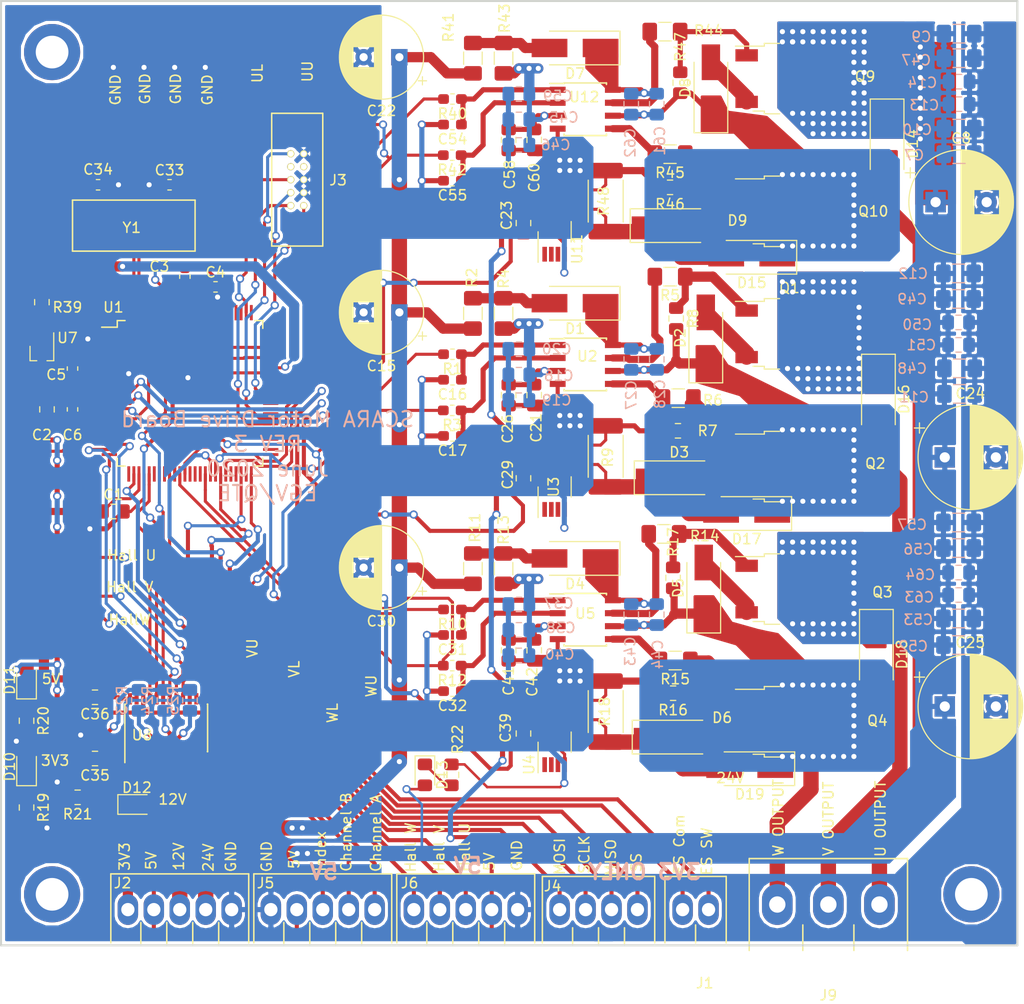
<source format=kicad_pcb>
(kicad_pcb (version 20171130) (host pcbnew 5.0.2+dfsg1-1~bpo9+1)
  (layers (0 F.Cu signal) (31 B.Cu signal) (34 B.Paste user hide) (35 F.Paste user hide) (36 B.SilkS user) (37 F.SilkS user) (38 B.Mask user) (39 F.Mask user) (44 Edge.Cuts user))
  (net 0 "")
  (net 1 GND)
  (net 2 3V3)
  (net 3 "Net-(C2-Pad1)")
  (net 4 24V)
  (net 5 5V)
  (net 6 PhaseWOutput)
  (net 7 PhaseVOutput)
  (net 8 PhaseUOutput)
  (net 9 12V)
  (net 10 "Net-(D1-Pad2)")
  (net 11 "Net-(D4-Pad2)")
  (net 12 "Net-(D5-Pad2)")
  (net 13 "Net-(U1-Pad1)")
  (net 14 "Net-(U1-Pad2)")
  (net 15 "Net-(U1-Pad11)")
  (net 16 "Net-(U1-Pad12)")
  (net 17 "Net-(U1-Pad13)")
  (net 18 "Net-(U1-Pad20)")
  (net 19 "Net-(U1-Pad21)")
  (net 20 "Net-(U1-Pad26)")
  (net 21 "Net-(U1-Pad31)")
  (net 22 "Net-(U1-Pad32)")
  (net 23 "Net-(U1-Pad33)")
  (net 24 "Net-(U1-Pad38)")
  (net 25 "Net-(U1-Pad39)")
  (net 26 "Net-(U1-Pad40)")
  (net 27 "Net-(U1-Pad46)")
  (net 28 "Net-(U1-Pad47)")
  (net 29 "Net-(U1-Pad49)")
  (net 30 "Net-(U1-Pad51)")
  (net 31 "Net-(U1-Pad52)")
  (net 32 "Net-(U1-Pad53)")
  (net 33 "Net-(U1-Pad54)")
  (net 34 "Net-(U1-Pad55)")
  (net 35 "Net-(U1-Pad56)")
  (net 36 "Net-(U1-Pad59)")
  (net 37 "Net-(U1-Pad60)")
  (net 38 "Net-(U1-Pad61)")
  (net 39 "Net-(U1-Pad62)")
  (net 40 "Net-(U1-Pad64)")
  (net 41 "Net-(U1-Pad65)")
  (net 42 "Net-(U1-Pad66)")
  (net 43 "Net-(U1-Pad69)")
  (net 44 "Net-(U1-Pad71)")
  (net 45 "Net-(U1-Pad73)")
  (net 46 "Net-(U1-Pad74)")
  (net 47 "Net-(U1-Pad75)")
  (net 48 "Net-(U1-Pad76)")
  (net 49 "Net-(U1-Pad78)")
  (net 50 "Net-(U1-Pad79)")
  (net 51 "Net-(U1-Pad80)")
  (net 52 "Net-(U1-Pad81)")
  (net 53 "Net-(U1-Pad82)")
  (net 54 "Net-(U1-Pad83)")
  (net 55 "Net-(U1-Pad84)")
  (net 56 "Net-(U1-Pad85)")
  (net 57 "Net-(U1-Pad87)")
  (net 58 "Net-(U1-Pad88)")
  (net 59 "Net-(U1-Pad89)")
  (net 60 "Net-(U1-Pad90)")
  (net 61 "Net-(U1-Pad91)")
  (net 62 "Net-(U1-Pad92)")
  (net 63 "Net-(U1-Pad94)")
  (net 64 "Net-(U1-Pad95)")
  (net 65 "Net-(U1-Pad97)")
  (net 66 "Net-(U1-Pad100)")
  (net 67 PhaseULower)
  (net 68 PhaseUUpper)
  (net 69 PhaseWUpper)
  (net 70 PhaseWLower)
  (net 71 PhaseVUpper)
  (net 72 PhaseVLower)
  (net 73 CurrentSenseV)
  (net 74 CurrentSenseU)
  (net 75 IN+2U)
  (net 76 IN+2V)
  (net 77 "Net-(U3-Pad1)")
  (net 78 "Net-(U3-Pad2)")
  (net 79 "Net-(U3-Pad3)")
  (net 80 "Net-(C31-Pad1)")
  (net 81 "Net-(C32-Pad1)")
  (net 82 "Net-(C33-Pad2)")
  (net 83 "Net-(C34-Pad2)")
  (net 84 SWDIO)
  (net 85 SWDCLK)
  (net 86 SWO)
  (net 87 "Net-(J3-Pad7)")
  (net 88 "Net-(J3-Pad8)")
  (net 89 nRESET)
  (net 90 ChannelB)
  (net 91 ChannelA)
  (net 92 Index)
  (net 93 HallU)
  (net 94 HallV)
  (net 95 HallW)
  (net 96 SS)
  (net 97 MOSI)
  (net 98 MISO)
  (net 99 SCLK)
  (net 100 3V3Ref)
  (net 101 "Net-(U7-Pad3)")
  (net 102 HallWShift)
  (net 103 HallVShift)
  (net 104 HallUShift)
  (net 105 IndexShift)
  (net 106 ChannelBShift)
  (net 107 ChannelAShift)
  (net 108 "Net-(U8-Pad9)")
  (net 109 "Net-(U8-Pad10)")
  (net 110 "Net-(U8-Pad14)")
  (net 111 "Net-(U8-Pad15)")
  (net 112 IN+2W)
  (net 113 CurrentSenseW)
  (net 114 "Net-(U1-Pad17)")
  (net 115 "Net-(C16-Pad1)")
  (net 116 "Net-(C37-Pad1)")
  (net 117 "Net-(C45-Pad1)")
  (net 118 "Net-(C54-Pad1)")
  (net 119 "Net-(C55-Pad1)")
  (net 120 "Net-(C61-Pad2)")
  (net 121 "Net-(D2-Pad2)")
  (net 122 "Net-(D3-Pad2)")
  (net 123 "Net-(D6-Pad2)")
  (net 124 "Net-(D7-Pad2)")
  (net 125 "Net-(D8-Pad2)")
  (net 126 "Net-(D9-Pad2)")
  (net 127 "Net-(U11-Pad3)")
  (net 128 "Net-(U11-Pad2)")
  (net 129 "Net-(U11-Pad1)")
  (net 130 "Net-(C17-Pad1)")
  (net 131 "Net-(C18-Pad1)")
  (net 132 "Net-(C27-Pad2)")
  (net 133 "Net-(C43-Pad2)")
  (net 134 "Net-(U4-Pad3)")
  (net 135 "Net-(U4-Pad2)")
  (net 136 "Net-(U4-Pad1)")
  (net 137 EndstopCommon)
  (net 138 EndstopSwitch)
  (net 139 "Net-(D10-Pad1)")
  (net 140 "Net-(D11-Pad1)")
  (net 141 "Net-(D12-Pad1)")
  (net 142 "Net-(D13-Pad1)")
  (net 143 "Net-(Q1-Pad1)")
  (net 144 "Net-(Q2-Pad1)")
  (net 145 "Net-(Q3-Pad1)")
  (net 146 "Net-(Q4-Pad1)")
  (net 147 "Net-(Q9-Pad1)")
  (net 148 "Net-(Q10-Pad1)")
  (net 149 "Net-(R5-Pad2)")
  (net 150 "Net-(R6-Pad2)")
  (net 151 "Net-(R14-Pad2)")
  (net 152 "Net-(R15-Pad2)")
  (net 153 "Net-(R44-Pad2)")
  (net 154 "Net-(R45-Pad2)")
  (module MountingHole:MountingHole_3.2mm_M3_ISO14580_Pad (layer F.Cu) (at 95 -5)
    (fp_text reference "" (at 0 -3.75) (layer F.SilkS))
    (fp_text value MountingHole_3.2mm_M3_ISO14580_Pad)
    (pad 1 thru_hole circle (at 0 0) (size 5.5 5.5) (drill 3.2) (layers *.Cu *.Mask))
  )
  (module MountingHole:MountingHole_3.2mm_M3_ISO14580_Pad (layer F.Cu) (at 5 -87.5)
    (fp_text reference "" (at 0 -3.75) (layer F.SilkS))
    (fp_text value MountingHole_3.2mm_M3_ISO14580_Pad)
    (pad 1 thru_hole circle (at 0 0) (size 5.5 5.5) (drill 3.2) (layers *.Cu *.Mask))
  )
  (module Capacitor_SMD:C_0805_2012Metric_Pad1.15x1.40mm_HandSolder (layer B.Cu) (at 50.7 -55.9 180)
    (fp_text reference C18 (at -3.9 -0.1 180) (layer B.SilkS) (effects (justify mirror)))
    (fp_text value 10u)
    (pad 2 smd roundrect (at 1.025 0 180) (size 1.15 1.4) (layers B.Cu B.Paste B.Mask) (roundrect_rratio 0.217391) (net 1 GND))
    (pad 1 smd roundrect (at -1.025 0 180) (size 1.15 1.4) (layers B.Cu B.Paste B.Mask) (roundrect_rratio 0.217391) (net 131 "Net-(C18-Pad1)"))
  )
  (module Capacitor_SMD:C_0805_2012Metric_Pad1.15x1.40mm_HandSolder (layer F.Cu) (at 11 -42.5)
    (fp_text reference C1 (at 0 -1.65) (layer F.SilkS))
    (fp_text value 1u)
    (pad 2 smd roundrect (at 1.025 0) (size 1.15 1.4) (layers F.Cu F.Paste F.Mask) (roundrect_rratio 0.217391) (net 1 GND))
    (pad 1 smd roundrect (at -1.025 0) (size 1.15 1.4) (layers F.Cu F.Paste F.Mask) (roundrect_rratio 0.217391) (net 2 3V3))
  )
  (module Capacitor_SMD:C_0805_2012Metric_Pad1.15x1.40mm_HandSolder (layer F.Cu) (at 4.5 -52.5 90)
    (fp_text reference C2 (at -2.5 -0.5 180) (layer F.SilkS))
    (fp_text value 1u)
    (pad 1 smd roundrect (at -1.025 0 90) (size 1.15 1.4) (layers F.Cu F.Paste F.Mask) (roundrect_rratio 0.217391) (net 3 "Net-(C2-Pad1)"))
    (pad 2 smd roundrect (at 1.025 0 90) (size 1.15 1.4) (layers F.Cu F.Paste F.Mask) (roundrect_rratio 0.217391) (net 1 GND))
  )
  (module Capacitor_SMD:C_0603_1608Metric_Pad1.05x0.95mm_HandSolder (layer F.Cu) (at 18 -65.5 90)
    (fp_text reference C3 (at 1 -2.5 180) (layer F.SilkS))
    (fp_text value 0u1)
    (pad 2 smd roundrect (at 0.875 0 90) (size 1.05 0.95) (layers F.Cu F.Paste F.Mask) (net 1 GND))
    (pad 1 smd roundrect (at -0.875 0 90) (size 1.05 0.95) (layers F.Cu F.Paste F.Mask) (net 2 3V3))
  )
  (module Capacitor_SMD:C_0603_1608Metric_Pad1.05x0.95mm_HandSolder (layer F.Cu) (at 21 -64.5)
    (fp_text reference C4 (at 0 -1.43) (layer F.SilkS))
    (fp_text value 0u1)
    (pad 1 smd roundrect (at -0.875 0) (size 1.05 0.95) (layers F.Cu F.Paste F.Mask) (net 3 "Net-(C2-Pad1)"))
    (pad 2 smd roundrect (at 0.875 0) (size 1.05 0.95) (layers F.Cu F.Paste F.Mask) (net 1 GND))
  )
  (module Capacitor_SMD:C_0603_1608Metric_Pad1.05x0.95mm_HandSolder (layer F.Cu) (at 7 -56.5 270)
    (fp_text reference C5 (at 0.6 1.6) (layer F.SilkS))
    (fp_text value 10n)
    (pad 1 smd roundrect (at -0.875 0 270) (size 1.05 0.95) (layers F.Cu F.Paste F.Mask) (net 2 3V3))
    (pad 2 smd roundrect (at 0.875 0 270) (size 1.05 0.95) (layers F.Cu F.Paste F.Mask) (net 1 GND))
  )
  (module Capacitor_SMD:C_0603_1608Metric_Pad1.05x0.95mm_HandSolder (layer F.Cu) (at 7 -52.5 90)
    (fp_text reference C6 (at -2.5 0 180) (layer F.SilkS))
    (fp_text value 10n)
    (pad 1 smd roundrect (at -0.875 0 90) (size 1.05 0.95) (layers F.Cu F.Paste F.Mask) (net 3 "Net-(C2-Pad1)"))
    (pad 2 smd roundrect (at 0.875 0 90) (size 1.05 0.95) (layers F.Cu F.Paste F.Mask) (net 1 GND))
  )
  (module Package_QFP:LQFP-100_14x14mm_P0.5mm (layer F.Cu) (at 18.505001 -54.074999)
    (fp_text reference U1 (at -7.505001 -8.425001) (layer F.SilkS))
    (fp_text value ATSAM4E16CB-AN-ND)
    (pad 1 smd rect (at -7.9 -6) (size 1.5 0.28) (layers F.Cu F.Paste F.Mask) (net 13 "Net-(U1-Pad1)"))
    (pad 2 smd rect (at -7.9 -5.5) (size 1.5 0.28) (layers F.Cu F.Paste F.Mask) (net 14 "Net-(U1-Pad2)"))
    (pad 3 smd rect (at -7.9 -5) (size 1.5 0.28) (layers F.Cu F.Paste F.Mask) (net 1 GND))
    (pad 4 smd rect (at -7.9 -4.5) (size 1.5 0.28) (layers F.Cu F.Paste F.Mask) (net 3 "Net-(C2-Pad1)"))
    (pad 5 smd rect (at -7.9 -4) (size 1.5 0.28) (layers F.Cu F.Paste F.Mask) (net 2 3V3))
    (pad 6 smd rect (at -7.9 -3.5) (size 1.5 0.28) (layers F.Cu F.Paste F.Mask) (net 1 GND))
    (pad 7 smd rect (at -7.9 -3) (size 1.5 0.28) (layers F.Cu F.Paste F.Mask) (net 1 GND))
    (pad 8 smd rect (at -7.9 -2.5) (size 1.5 0.28) (layers F.Cu F.Paste F.Mask) (net 1 GND))
    (pad 9 smd rect (at -7.9 -2) (size 1.5 0.28) (layers F.Cu F.Paste F.Mask) (net 100 3V3Ref))
    (pad 10 smd rect (at -7.9 -1.5) (size 1.5 0.28) (layers F.Cu F.Paste F.Mask) (net 1 GND))
    (pad 11 smd rect (at -7.9 -1) (size 1.5 0.28) (layers F.Cu F.Paste F.Mask) (net 15 "Net-(U1-Pad11)"))
    (pad 12 smd rect (at -7.9 -0.5) (size 1.5 0.28) (layers F.Cu F.Paste F.Mask) (net 16 "Net-(U1-Pad12)"))
    (pad 13 smd rect (at -7.9 0) (size 1.5 0.28) (layers F.Cu F.Paste F.Mask) (net 17 "Net-(U1-Pad13)"))
    (pad 14 smd rect (at -7.9 0.5) (size 1.5 0.28) (layers F.Cu F.Paste F.Mask) (net 113 CurrentSenseW))
    (pad 15 smd rect (at -7.9 1) (size 1.5 0.28) (layers F.Cu F.Paste F.Mask) (net 73 CurrentSenseV))
    (pad 16 smd rect (at -7.9 1.5) (size 1.5 0.28) (layers F.Cu F.Paste F.Mask) (net 74 CurrentSenseU))
    (pad 17 smd rect (at -7.9 2) (size 1.5 0.28) (layers F.Cu F.Paste F.Mask) (net 114 "Net-(U1-Pad17)"))
    (pad 18 smd rect (at -7.9 2.5) (size 1.5 0.28) (layers F.Cu F.Paste F.Mask) (net 3 "Net-(C2-Pad1)"))
    (pad 19 smd rect (at -7.9 3) (size 1.5 0.28) (layers F.Cu F.Paste F.Mask) (net 2 3V3))
    (pad 20 smd rect (at -7.9 3.5) (size 1.5 0.28) (layers F.Cu F.Paste F.Mask) (net 18 "Net-(U1-Pad20)"))
    (pad 21 smd rect (at -7.9 4) (size 1.5 0.28) (layers F.Cu F.Paste F.Mask) (net 19 "Net-(U1-Pad21)"))
    (pad 22 smd rect (at -7.9 4.5) (size 1.5 0.28) (layers F.Cu F.Paste F.Mask) (net 3 "Net-(C2-Pad1)"))
    (pad 23 smd rect (at -7.9 5) (size 1.5 0.28) (layers F.Cu F.Paste F.Mask) (net 104 HallUShift))
    (pad 24 smd rect (at -7.9 5.5) (size 1.5 0.28) (layers F.Cu F.Paste F.Mask) (net 103 HallVShift))
    (pad 25 smd rect (at -7.9 6) (size 1.5 0.28) (layers F.Cu F.Paste F.Mask) (net 102 HallWShift))
    (pad 26 smd rect (at -6 7.9 90) (size 1.5 0.28) (layers F.Cu F.Paste F.Mask) (net 20 "Net-(U1-Pad26)"))
    (pad 27 smd rect (at -5.5 7.9 90) (size 1.5 0.28) (layers F.Cu F.Paste F.Mask) (net 97 MOSI))
    (pad 28 smd rect (at -5 7.9 90) (size 1.5 0.28) (layers F.Cu F.Paste F.Mask) (net 2 3V3))
    (pad 29 smd rect (at -4.5 7.9 90) (size 1.5 0.28) (layers F.Cu F.Paste F.Mask) (net 1 GND))
    (pad 30 smd rect (at -4 7.9 90) (size 1.5 0.28) (layers F.Cu F.Paste F.Mask) (net 105 IndexShift))
    (pad 31 smd rect (at -3.5 7.9 90) (size 1.5 0.28) (layers F.Cu F.Paste F.Mask) (net 21 "Net-(U1-Pad31)"))
    (pad 32 smd rect (at -3 7.9 90) (size 1.5 0.28) (layers F.Cu F.Paste F.Mask) (net 22 "Net-(U1-Pad32)"))
    (pad 33 smd rect (at -2.5 7.9 90) (size 1.5 0.28) (layers F.Cu F.Paste F.Mask) (net 23 "Net-(U1-Pad33)"))
    (pad 34 smd rect (at -2 7.9 90) (size 1.5 0.28) (layers F.Cu F.Paste F.Mask) (net 99 SCLK))
    (pad 35 smd rect (at -1.5 7.9 90) (size 1.5 0.28) (layers F.Cu F.Paste F.Mask) (net 72 PhaseVLower))
    (pad 36 smd rect (at -1 7.9 90) (size 1.5 0.28) (layers F.Cu F.Paste F.Mask) (net 70 PhaseWLower))
    (pad 37 smd rect (at -0.5 7.9 90) (size 1.5 0.28) (layers F.Cu F.Paste F.Mask) (net 67 PhaseULower))
    (pad 38 smd rect (at 0 7.9 90) (size 1.5 0.28) (layers F.Cu F.Paste F.Mask) (net 24 "Net-(U1-Pad38)"))
    (pad 39 smd rect (at 0.5 7.9 90) (size 1.5 0.28) (layers F.Cu F.Paste F.Mask) (net 25 "Net-(U1-Pad39)"))
    (pad 40 smd rect (at 1 7.9 90) (size 1.5 0.28) (layers F.Cu F.Paste F.Mask) (net 26 "Net-(U1-Pad40)"))
    (pad 41 smd rect (at 1.5 7.9 90) (size 1.5 0.28) (layers F.Cu F.Paste F.Mask) (net 69 PhaseWUpper))
    (pad 42 smd rect (at 2 7.9 90) (size 1.5 0.28) (layers F.Cu F.Paste F.Mask) (net 137 EndstopCommon))
    (pad 43 smd rect (at 2.5 7.9 90) (size 1.5 0.28) (layers F.Cu F.Paste F.Mask) (net 71 PhaseVUpper))
    (pad 44 smd rect (at 3 7.9 90) (size 1.5 0.28) (layers F.Cu F.Paste F.Mask) (net 96 SS))
    (pad 45 smd rect (at 3.5 7.9 90) (size 1.5 0.28) (layers F.Cu F.Paste F.Mask) (net 68 PhaseUUpper))
    (pad 46 smd rect (at 4 7.9 90) (size 1.5 0.28) (layers F.Cu F.Paste F.Mask) (net 27 "Net-(U1-Pad46)"))
    (pad 47 smd rect (at 4.5 7.9 90) (size 1.5 0.28) (layers F.Cu F.Paste F.Mask) (net 28 "Net-(U1-Pad47)"))
    (pad 48 smd rect (at 5 7.9 90) (size 1.5 0.28) (layers F.Cu F.Paste F.Mask) (net 98 MISO))
    (pad 49 smd rect (at 5.5 7.9 90) (size 1.5 0.28) (layers F.Cu F.Paste F.Mask) (net 29 "Net-(U1-Pad49)"))
    (pad 50 smd rect (at 6 7.9 90) (size 1.5 0.28) (layers F.Cu F.Paste F.Mask) (net 138 EndstopSwitch))
    (pad 51 smd rect (at 7.9 6) (size 1.5 0.28) (layers F.Cu F.Paste F.Mask) (net 30 "Net-(U1-Pad51)"))
    (pad 52 smd rect (at 7.9 5.5) (size 1.5 0.28) (layers F.Cu F.Paste F.Mask) (net 31 "Net-(U1-Pad52)"))
    (pad 53 smd rect (at 7.9 5) (size 1.5 0.28) (layers F.Cu F.Paste F.Mask) (net 32 "Net-(U1-Pad53)"))
    (pad 54 smd rect (at 7.9 4.5) (size 1.5 0.28) (layers F.Cu F.Paste F.Mask) (net 33 "Net-(U1-Pad54)"))
    (pad 55 smd rect (at 7.9 4) (size 1.5 0.28) (layers F.Cu F.Paste F.Mask) (net 34 "Net-(U1-Pad55)"))
    (pad 56 smd rect (at 7.9 3.5) (size 1.5 0.28) (layers F.Cu F.Paste F.Mask) (net 35 "Net-(U1-Pad56)"))
    (pad 57 smd rect (at 7.9 3) (size 1.5 0.28) (layers F.Cu F.Paste F.Mask) (net 84 SWDIO))
    (pad 58 smd rect (at 7.9 2.5) (size 1.5 0.28) (layers F.Cu F.Paste F.Mask) (net 89 nRESET))
    (pad 59 smd rect (at 7.9 2) (size 1.5 0.28) (layers F.Cu F.Paste F.Mask) (net 36 "Net-(U1-Pad59)"))
    (pad 60 smd rect (at 7.9 1.5) (size 1.5 0.28) (layers F.Cu F.Paste F.Mask) (net 37 "Net-(U1-Pad60)"))
    (pad 61 smd rect (at 7.9 1) (size 1.5 0.28) (layers F.Cu F.Paste F.Mask) (net 38 "Net-(U1-Pad61)"))
    (pad 62 smd rect (at 7.9 0.5) (size 1.5 0.28) (layers F.Cu F.Paste F.Mask) (net 39 "Net-(U1-Pad62)"))
    (pad 63 smd rect (at 7.9 0) (size 1.5 0.28) (layers F.Cu F.Paste F.Mask) (net 85 SWDCLK))
    (pad 64 smd rect (at 7.9 -0.5) (size 1.5 0.28) (layers F.Cu F.Paste F.Mask) (net 40 "Net-(U1-Pad64)"))
    (pad 65 smd rect (at 7.9 -1) (size 1.5 0.28) (layers F.Cu F.Paste F.Mask) (net 41 "Net-(U1-Pad65)"))
    (pad 66 smd rect (at 7.9 -1.5) (size 1.5 0.28) (layers F.Cu F.Paste F.Mask) (net 42 "Net-(U1-Pad66)"))
    (pad 67 smd rect (at 7.9 -2) (size 1.5 0.28) (layers F.Cu F.Paste F.Mask) (net 1 GND))
    (pad 68 smd rect (at 7.9 -2.5) (size 1.5 0.28) (layers F.Cu F.Paste F.Mask) (net 2 3V3))
    (pad 69 smd rect (at 7.9 -3) (size 1.5 0.28) (layers F.Cu F.Paste F.Mask) (net 43 "Net-(U1-Pad69)"))
    (pad 70 smd rect (at 7.9 -3.5) (size 1.5 0.28) (layers F.Cu F.Paste F.Mask) (net 106 ChannelBShift))
    (pad 71 smd rect (at 7.9 -4) (size 1.5 0.28) (layers F.Cu F.Paste F.Mask) (net 44 "Net-(U1-Pad71)"))
    (pad 72 smd rect (at 7.9 -4.5) (size 1.5 0.28) (layers F.Cu F.Paste F.Mask) (net 107 ChannelAShift))
    (pad 73 smd rect (at 7.9 -5) (size 1.5 0.28) (layers F.Cu F.Paste F.Mask) (net 45 "Net-(U1-Pad73)"))
    (pad 74 smd rect (at 7.9 -5.5) (size 1.5 0.28) (layers F.Cu F.Paste F.Mask) (net 46 "Net-(U1-Pad74)"))
    (pad 75 smd rect (at 7.9 -6) (size 1.5 0.28) (layers F.Cu F.Paste F.Mask) (net 47 "Net-(U1-Pad75)"))
    (pad 76 smd rect (at 6 -7.9 90) (size 1.5 0.28) (layers F.Cu F.Paste F.Mask) (net 48 "Net-(U1-Pad76)"))
    (pad 77 smd rect (at 5.5 -7.9 90) (size 1.5 0.28) (layers F.Cu F.Paste F.Mask) (net 86 SWO))
    (pad 78 smd rect (at 5 -7.9 90) (size 1.5 0.28) (layers F.Cu F.Paste F.Mask) (net 49 "Net-(U1-Pad78)"))
    (pad 79 smd rect (at 4.5 -7.9 90) (size 1.5 0.28) (layers F.Cu F.Paste F.Mask) (net 50 "Net-(U1-Pad79)"))
    (pad 80 smd rect (at 4 -7.9 90) (size 1.5 0.28) (layers F.Cu F.Paste F.Mask) (net 51 "Net-(U1-Pad80)"))
    (pad 81 smd rect (at 3.5 -7.9 90) (size 1.5 0.28) (layers F.Cu F.Paste F.Mask) (net 52 "Net-(U1-Pad81)"))
    (pad 82 smd rect (at 3 -7.9 90) (size 1.5 0.28) (layers F.Cu F.Paste F.Mask) (net 53 "Net-(U1-Pad82)"))
    (pad 83 smd rect (at 2.5 -7.9 90) (size 1.5 0.28) (layers F.Cu F.Paste F.Mask) (net 54 "Net-(U1-Pad83)"))
    (pad 84 smd rect (at 2 -7.9 90) (size 1.5 0.28) (layers F.Cu F.Paste F.Mask) (net 55 "Net-(U1-Pad84)"))
    (pad 85 smd rect (at 1.5 -7.9 90) (size 1.5 0.28) (layers F.Cu F.Paste F.Mask) (net 56 "Net-(U1-Pad85)"))
    (pad 86 smd rect (at 1 -7.9 90) (size 1.5 0.28) (layers F.Cu F.Paste F.Mask) (net 3 "Net-(C2-Pad1)"))
    (pad 87 smd rect (at 0.5 -7.9 90) (size 1.5 0.28) (layers F.Cu F.Paste F.Mask) (net 57 "Net-(U1-Pad87)"))
    (pad 88 smd rect (at 0 -7.9 90) (size 1.5 0.28) (layers F.Cu F.Paste F.Mask) (net 58 "Net-(U1-Pad88)"))
    (pad 89 smd rect (at -0.5 -7.9 90) (size 1.5 0.28) (layers F.Cu F.Paste F.Mask) (net 59 "Net-(U1-Pad89)"))
    (pad 90 smd rect (at -1 -7.9 90) (size 1.5 0.28) (layers F.Cu F.Paste F.Mask) (net 60 "Net-(U1-Pad90)"))
    (pad 91 smd rect (at -1.5 -7.9 90) (size 1.5 0.28) (layers F.Cu F.Paste F.Mask) (net 61 "Net-(U1-Pad91)"))
    (pad 92 smd rect (at -2 -7.9 90) (size 1.5 0.28) (layers F.Cu F.Paste F.Mask) (net 62 "Net-(U1-Pad92)"))
    (pad 93 smd rect (at -2.5 -7.9 90) (size 1.5 0.28) (layers F.Cu F.Paste F.Mask) (net 2 3V3))
    (pad 94 smd rect (at -3 -7.9 90) (size 1.5 0.28) (layers F.Cu F.Paste F.Mask) (net 63 "Net-(U1-Pad94)"))
    (pad 95 smd rect (at -3.5 -7.9 90) (size 1.5 0.28) (layers F.Cu F.Paste F.Mask) (net 64 "Net-(U1-Pad95)"))
    (pad 96 smd rect (at -4 -7.9 90) (size 1.5 0.28) (layers F.Cu F.Paste F.Mask) (net 3 "Net-(C2-Pad1)"))
    (pad 97 smd rect (at -4.5 -7.9 90) (size 1.5 0.28) (layers F.Cu F.Paste F.Mask) (net 65 "Net-(U1-Pad97)"))
    (pad 98 smd rect (at -5 -7.9 90) (size 1.5 0.28) (layers F.Cu F.Paste F.Mask) (net 82 "Net-(C33-Pad2)"))
    (pad 99 smd rect (at -5.5 -7.9 90) (size 1.5 0.28) (layers F.Cu F.Paste F.Mask) (net 83 "Net-(C34-Pad2)"))
    (pad 100 smd rect (at -6 -7.9 90) (size 1.5 0.28) (layers F.Cu F.Paste F.Mask) (net 66 "Net-(U1-Pad100)"))
  )
  (module Capacitor_SMD:C_0603_1608Metric_Pad1.05x0.95mm_HandSolder (layer F.Cu) (at 16.5 -74.5)
    (fp_text reference C33 (at 0 -1.43) (layer F.SilkS))
    (fp_text value 13p)
    (pad 1 smd roundrect (at -0.875 0) (size 1.05 0.95) (layers F.Cu F.Paste F.Mask) (net 1 GND))
    (pad 2 smd roundrect (at 0.875 0) (size 1.05 0.95) (layers F.Cu F.Paste F.Mask) (net 82 "Net-(C33-Pad2)"))
  )
  (module Capacitor_SMD:C_0603_1608Metric_Pad1.05x0.95mm_HandSolder (layer F.Cu) (at 9.5 -74.5 180)
    (fp_text reference C34 (at 0 1.5 180) (layer F.SilkS))
    (fp_text value 13p)
    (pad 2 smd roundrect (at 0.875 0 180) (size 1.05 0.95) (layers F.Cu F.Paste F.Mask) (net 83 "Net-(C34-Pad2)"))
    (pad 1 smd roundrect (at -0.875 0 180) (size 1.05 0.95) (layers F.Cu F.Paste F.Mask) (net 1 GND))
  )
  (module TedsFootprints:SWDHeader (layer F.Cu) (at 29 -75 90)
    (fp_text reference J3 (at -0.05 4 180) (layer F.SilkS))
    (fp_text value "SWD/JTAG Header")
    (pad 1 thru_hole circle (at -2.54 0.635 90) (size 0.7 0.7) (drill 0.5) (layers *.Cu *.Mask F.SilkS) (net 2 3V3))
    (pad 2 thru_hole circle (at -2.54 -0.635 90) (size 0.7 0.7) (drill 0.5) (layers *.Cu *.Mask F.SilkS) (net 84 SWDIO))
    (pad 3 thru_hole circle (at -1.27 0.635 90) (size 0.7 0.7) (drill 0.5) (layers *.Cu *.Mask F.SilkS) (net 1 GND))
    (pad 4 thru_hole circle (at -1.27 -0.635 90) (size 0.7 0.7) (drill 0.5) (layers *.Cu *.Mask F.SilkS) (net 85 SWDCLK))
    (pad 5 thru_hole circle (at 0 0.635 90) (size 0.7 0.7) (drill 0.5) (layers *.Cu *.Mask F.SilkS) (net 1 GND))
    (pad 6 thru_hole circle (at 0 -0.635 90) (size 0.7 0.7) (drill 0.5) (layers *.Cu *.Mask F.SilkS) (net 86 SWO))
    (pad 7 thru_hole circle (at 1.27 0.635 90) (size 0.7 0.7) (drill 0.5) (layers *.Cu *.Mask F.SilkS) (net 87 "Net-(J3-Pad7)"))
    (pad 8 thru_hole circle (at 1.27 -0.635 90) (size 0.7 0.7) (drill 0.5) (layers *.Cu *.Mask F.SilkS) (net 88 "Net-(J3-Pad8)"))
    (pad 9 thru_hole circle (at 2.54 0.635 90) (size 0.7 0.7) (drill 0.5) (layers *.Cu *.Mask F.SilkS) (net 1 GND))
    (pad 10 thru_hole circle (at 2.54 -0.635 90) (size 0.7 0.7) (drill 0.5) (layers *.Cu *.Mask F.SilkS) (net 89 nRESET))
  )
  (module TedsFootprints:5TermScrewTerminal (layer F.Cu) (at 17.5 -3.5 180)
    (fp_text reference J2 (at 5.6 2.6 180) (layer F.SilkS))
    (fp_text value Screw_Terminal_01x05)
    (pad 1 thru_hole oval (at -5.08 0 180) (size 2 3) (drill 1.3) (layers *.Cu *.Mask) (net 1 GND))
    (pad 2 thru_hole oval (at -2.54 0 180) (size 2 3) (drill 1.3) (layers *.Cu *.Mask) (net 4 24V))
    (pad 3 thru_hole oval (at 0 0 180) (size 2 3) (drill 1.3) (layers *.Cu *.Mask) (net 9 12V))
    (pad 4 thru_hole oval (at 2.54 0 180) (size 2 3) (drill 1.3) (layers *.Cu *.Mask) (net 5 5V))
    (pad 5 thru_hole oval (at 5.08 0 180) (size 2 3) (drill 1.3) (layers *.Cu *.Mask) (net 2 3V3))
  )
  (module TedsFootprints:5TermScrewTerminal (layer F.Cu) (at 31.5 -3.5 180)
    (fp_text reference J5 (at 5.6 2.6 180) (layer F.SilkS))
    (fp_text value EncoderInput)
    (pad 5 thru_hole oval (at 5.08 0 180) (size 2 3) (drill 1.3) (layers *.Cu *.Mask) (net 1 GND))
    (pad 4 thru_hole oval (at 2.54 0 180) (size 2 3) (drill 1.3) (layers *.Cu *.Mask) (net 5 5V))
    (pad 3 thru_hole oval (at 0 0 180) (size 2 3) (drill 1.3) (layers *.Cu *.Mask) (net 92 Index))
    (pad 2 thru_hole oval (at -2.54 0 180) (size 2 3) (drill 1.3) (layers *.Cu *.Mask) (net 90 ChannelB))
    (pad 1 thru_hole oval (at -5.08 0 180) (size 2 3) (drill 1.3) (layers *.Cu *.Mask) (net 91 ChannelA))
  )
  (module TedsFootprints:5TermScrewTerminal (layer F.Cu) (at 45.5 -3.5 180)
    (fp_text reference J6 (at 5.5 2.6 180) (layer F.SilkS))
    (fp_text value HallInput)
    (pad 1 thru_hole oval (at -5.08 0 180) (size 2 3) (drill 1.3) (layers *.Cu *.Mask) (net 1 GND))
    (pad 2 thru_hole oval (at -2.54 0 180) (size 2 3) (drill 1.3) (layers *.Cu *.Mask) (net 5 5V))
    (pad 3 thru_hole oval (at 0 0 180) (size 2 3) (drill 1.3) (layers *.Cu *.Mask) (net 93 HallU))
    (pad 4 thru_hole oval (at 2.54 0 180) (size 2 3) (drill 1.3) (layers *.Cu *.Mask) (net 94 HallV))
    (pad 5 thru_hole oval (at 5.08 0 180) (size 2 3) (drill 1.3) (layers *.Cu *.Mask) (net 95 HallW))
  )
  (module TedsFootprints:4TermScrewTerminal (layer F.Cu) (at 58.5 -3.5 180)
    (fp_text reference J4 (at 4.5 2.3 180) (layer F.SilkS))
    (fp_text value "SPI Header")
    (pad 1 thru_hole oval (at -3.81 0 180) (size 2 3) (drill 1.3) (layers *.Cu *.Mask) (net 96 SS))
    (pad 2 thru_hole oval (at -1.27 0 180) (size 2 3) (drill 1.3) (layers *.Cu *.Mask) (net 98 MISO))
    (pad 3 thru_hole oval (at 1.27 0 180) (size 2 3) (drill 1.3) (layers *.Cu *.Mask) (net 99 SCLK))
    (pad 4 thru_hole oval (at 3.81 0 180) (size 2 3) (drill 1.3) (layers *.Cu *.Mask) (net 97 MOSI))
  )
  (module Resistor_SMD:R_0805_2012Metric_Pad1.15x1.40mm_HandSolder (layer F.Cu) (at 4 -63 270)
    (fp_text reference R39 (at 0.5 -2.5) (layer F.SilkS))
    (fp_text value 120R)
    (pad 1 smd roundrect (at -1.025 0 270) (size 1.15 1.4) (layers F.Cu F.Paste F.Mask) (roundrect_rratio 0.217391) (net 5 5V))
    (pad 2 smd roundrect (at 1.025 0 270) (size 1.15 1.4) (layers F.Cu F.Paste F.Mask) (roundrect_rratio 0.217391) (net 100 3V3Ref))
  )
  (module Package_TO_SOT_SMD:SOT-323_SC-70_Handsoldering (layer F.Cu) (at 4 -58 270)
    (fp_text reference U7 (at -1.5 -2.5) (layer F.SilkS))
    (fp_text value LM4040)
    (pad 1 smd rect (at -1.33 -0.65 180) (size 0.45 1.5) (layers F.Cu F.Paste F.Mask) (net 100 3V3Ref))
    (pad 2 smd rect (at -1.33 0.65 180) (size 0.45 1.5) (layers F.Cu F.Paste F.Mask) (net 1 GND))
    (pad 3 smd rect (at 1.33 0 180) (size 0.45 1.5) (layers F.Cu F.Paste F.Mask) (net 101 "Net-(U7-Pad3)"))
  )
  (module Package_SO:TSSOP-24_4.4x7.8mm_P0.65mm (layer F.Cu) (at 16.2 -21.3 90)
    (fp_text reference U8 (at -0.7 -2.4 180) (layer F.SilkS))
    (fp_text value 74LVC4245A)
    (pad 1 smd rect (at -2.85 -3.575 90) (size 1.1 0.4) (layers F.Cu F.Paste F.Mask) (net 5 5V))
    (pad 2 smd rect (at -2.85 -2.925 90) (size 1.1 0.4) (layers F.Cu F.Paste F.Mask) (net 5 5V))
    (pad 3 smd rect (at -2.85 -2.275 90) (size 1.1 0.4) (layers F.Cu F.Paste F.Mask) (net 92 Index))
    (pad 4 smd rect (at -2.85 -1.625 90) (size 1.1 0.4) (layers F.Cu F.Paste F.Mask) (net 90 ChannelB))
    (pad 5 smd rect (at -2.85 -0.975 90) (size 1.1 0.4) (layers F.Cu F.Paste F.Mask) (net 91 ChannelA))
    (pad 6 smd rect (at -2.85 -0.325 90) (size 1.1 0.4) (layers F.Cu F.Paste F.Mask) (net 95 HallW))
    (pad 7 smd rect (at -2.85 0.325 90) (size 1.1 0.4) (layers F.Cu F.Paste F.Mask) (net 94 HallV))
    (pad 8 smd rect (at -2.85 0.975 90) (size 1.1 0.4) (layers F.Cu F.Paste F.Mask) (net 93 HallU))
    (pad 9 smd rect (at -2.85 1.625 90) (size 1.1 0.4) (layers F.Cu F.Paste F.Mask) (net 108 "Net-(U8-Pad9)"))
    (pad 10 smd rect (at -2.85 2.275 90) (size 1.1 0.4) (layers F.Cu F.Paste F.Mask) (net 109 "Net-(U8-Pad10)"))
    (pad 11 smd rect (at -2.85 2.925 90) (size 1.1 0.4) (layers F.Cu F.Paste F.Mask) (net 1 GND))
    (pad 12 smd rect (at -2.85 3.575 90) (size 1.1 0.4) (layers F.Cu F.Paste F.Mask) (net 1 GND))
    (pad 13 smd rect (at 2.85 3.575 90) (size 1.1 0.4) (layers F.Cu F.Paste F.Mask) (net 1 GND))
    (pad 14 smd rect (at 2.85 2.925 90) (size 1.1 0.4) (layers F.Cu F.Paste F.Mask) (net 110 "Net-(U8-Pad14)"))
    (pad 15 smd rect (at 2.85 2.275 90) (size 1.1 0.4) (layers F.Cu F.Paste F.Mask) (net 111 "Net-(U8-Pad15)"))
    (pad 16 smd rect (at 2.85 1.625 90) (size 1.1 0.4) (layers F.Cu F.Paste F.Mask) (net 104 HallUShift))
    (pad 17 smd rect (at 2.85 0.975 90) (size 1.1 0.4) (layers F.Cu F.Paste F.Mask) (net 103 HallVShift))
    (pad 18 smd rect (at 2.85 0.325 90) (size 1.1 0.4) (layers F.Cu F.Paste F.Mask) (net 102 HallWShift))
    (pad 19 smd rect (at 2.85 -0.325 90) (size 1.1 0.4) (layers F.Cu F.Paste F.Mask) (net 107 ChannelAShift))
    (pad 20 smd rect (at 2.85 -0.975 90) (size 1.1 0.4) (layers F.Cu F.Paste F.Mask) (net 106 ChannelBShift))
    (pad 21 smd rect (at 2.85 -1.625 90) (size 1.1 0.4) (layers F.Cu F.Paste F.Mask) (net 105 IndexShift))
    (pad 22 smd rect (at 2.85 -2.275 90) (size 1.1 0.4) (layers F.Cu F.Paste F.Mask) (net 1 GND))
    (pad 23 smd rect (at 2.85 -2.925 90) (size 1.1 0.4) (layers F.Cu F.Paste F.Mask) (net 2 3V3))
    (pad 24 smd rect (at 2.85 -3.575 90) (size 1.1 0.4) (layers F.Cu F.Paste F.Mask) (net 2 3V3))
  )
  (module TedsFootprints:SMDCrystalABLS12 (layer F.Cu) (at 13 -70.5 180)
    (fp_text reference Y1 (at 0.2 -0.2 180) (layer F.SilkS))
    (fp_text value 12MHzCrystal)
    (pad 1 smd rect (at -4.75 0 180) (size 5.6 2.1) (layers F.Cu F.Paste F.Mask) (net 82 "Net-(C33-Pad2)"))
    (pad 2 smd rect (at 4.75 0 180) (size 5.6 2.1) (layers F.Cu F.Paste F.Mask) (net 83 "Net-(C34-Pad2)"))
  )
  (module Capacitor_SMD:C_0805_2012Metric_Pad1.15x1.40mm_HandSolder (layer F.Cu) (at 51.15 -20.75 270)
    (fp_text reference C39 (at -0.55 1.75 270) (layer F.SilkS))
    (fp_text value 0u1)
    (pad 1 smd roundrect (at -1.025 0 270) (size 1.15 1.4) (layers F.Cu F.Paste F.Mask) (roundrect_rratio 0.217391) (net 5 5V))
    (pad 2 smd roundrect (at 1.025 0 270) (size 1.15 1.4) (layers F.Cu F.Paste F.Mask) (roundrect_rratio 0.217391) (net 1 GND))
  )
  (module Capacitor_SMD:C_0805_2012Metric_Pad1.15x1.40mm_HandSolder (layer F.Cu) (at 49.7 -28.9 270)
    (fp_text reference C41 (at 3 0 270) (layer F.SilkS))
    (fp_text value u22)
    (pad 2 smd roundrect (at 1.025 0 270) (size 1.15 1.4) (layers F.Cu F.Paste F.Mask) (roundrect_rratio 0.217391) (net 1 GND))
    (pad 1 smd roundrect (at -1.025 0 270) (size 1.15 1.4) (layers F.Cu F.Paste F.Mask) (roundrect_rratio 0.217391) (net 116 "Net-(C37-Pad1)"))
  )
  (module Capacitor_SMD:C_0805_2012Metric_Pad1.15x1.40mm_HandSolder (layer F.Cu) (at 49.7 -78.9 270)
    (fp_text reference C58 (at 3.4 -0.1 270) (layer F.SilkS))
    (fp_text value u22)
    (pad 1 smd roundrect (at -1.025 0 270) (size 1.15 1.4) (layers F.Cu F.Paste F.Mask) (roundrect_rratio 0.217391) (net 117 "Net-(C45-Pad1)"))
    (pad 2 smd roundrect (at 1.025 0 270) (size 1.15 1.4) (layers F.Cu F.Paste F.Mask) (roundrect_rratio 0.217391) (net 1 GND))
  )
  (module Capacitor_SMD:C_0805_2012Metric_Pad1.15x1.40mm_HandSolder (layer B.Cu) (at 50.7 -83.4 180)
    (fp_text reference C59 (at -3.8 -0.2 180) (layer B.SilkS) (effects (justify mirror)))
    (fp_text value u22)
    (pad 2 smd roundrect (at 1.025 0 180) (size 1.15 1.4) (layers B.Cu B.Paste B.Mask) (roundrect_rratio 0.217391) (net 1 GND))
    (pad 1 smd roundrect (at -1.025 0 180) (size 1.15 1.4) (layers B.Cu B.Paste B.Mask) (roundrect_rratio 0.217391) (net 117 "Net-(C45-Pad1)"))
  )
  (module Capacitor_SMD:C_0805_2012Metric_Pad1.15x1.40mm_HandSolder (layer F.Cu) (at 52.2 -78.9 270)
    (fp_text reference C60 (at 3.7 0 270) (layer F.SilkS))
    (fp_text value u22)
    (pad 2 smd roundrect (at 1.025 0 270) (size 1.15 1.4) (layers F.Cu F.Paste F.Mask) (roundrect_rratio 0.217391) (net 1 GND))
    (pad 1 smd roundrect (at -1.025 0 270) (size 1.15 1.4) (layers F.Cu F.Paste F.Mask) (roundrect_rratio 0.217391) (net 117 "Net-(C45-Pad1)"))
  )
  (module Capacitor_SMD:C_0805_2012Metric_Pad1.15x1.40mm_HandSolder (layer B.Cu) (at 64.2 -82.4 90)
    (fp_text reference C61 (at -3.6 0.3 90) (layer B.SilkS) (effects (justify mirror)))
    (fp_text value u22)
    (pad 1 smd roundrect (at -1.025 0 90) (size 1.15 1.4) (layers B.Cu B.Paste B.Mask) (roundrect_rratio 0.217391) (net 8 PhaseUOutput))
    (pad 2 smd roundrect (at 1.025 0 90) (size 1.15 1.4) (layers B.Cu B.Paste B.Mask) (roundrect_rratio 0.217391) (net 120 "Net-(C61-Pad2)"))
  )
  (module Capacitor_SMD:C_0805_2012Metric_Pad1.15x1.40mm_HandSolder (layer B.Cu) (at 61.7 -82.4 90)
    (fp_text reference C62 (at -3.8 -0.1 90) (layer B.SilkS) (effects (justify mirror)))
    (fp_text value u22)
    (pad 1 smd roundrect (at -1.025 0 90) (size 1.15 1.4) (layers B.Cu B.Paste B.Mask) (roundrect_rratio 0.217391) (net 8 PhaseUOutput))
    (pad 2 smd roundrect (at 1.025 0 90) (size 1.15 1.4) (layers B.Cu B.Paste B.Mask) (roundrect_rratio 0.217391) (net 120 "Net-(C61-Pad2)"))
  )
  (module TedsFootprints:3TermScrewTerminal (layer F.Cu) (at 81 -4 180)
    (fp_text reference J9 (at 0 -8.89 180) (layer F.SilkS))
    (fp_text value Screw_Terminal_1x03)
    (pad 1 thru_hole oval (at 5 0 180) (size 3 4) (drill 1.6) (layers *.Cu *.Mask) (net 6 PhaseWOutput))
    (pad 2 thru_hole oval (at 0 0 180) (size 3 4) (drill 1.6) (layers *.Cu *.Mask) (net 7 PhaseVOutput))
    (pad 3 thru_hole oval (at -5 0 180) (size 3 4) (drill 1.6) (layers *.Cu *.Mask) (net 8 PhaseUOutput))
  )
  (module Package_TO_SOT_SMD:TO-252-2 (layer F.Cu) (at 77.2 -84.9)
    (fp_text reference Q9 (at 7.4 -0.2) (layer F.SilkS))
    (fp_text value Q_NMOS_GDS)
    (pad 2 smd rect (at 2.1 0) (size 6.4 5.8) (layers F.Cu F.Mask) (net 4 24V))
    (pad 3 smd rect (at -4.2 2.28) (size 2.2 1.2) (layers F.Cu F.Paste F.Mask) (net 125 "Net-(D8-Pad2)"))
    (pad 1 smd rect (at -4.2 -2.28) (size 2.2 1.2) (layers F.Cu F.Paste F.Mask) (net 147 "Net-(Q9-Pad1)"))
  )
  (module Package_TO_SOT_SMD:TO-252-2 (layer F.Cu) (at 77.2 -71.9)
    (fp_text reference Q10 (at 8.2 0) (layer F.SilkS))
    (fp_text value Q_NMOS_GDS)
    (pad 1 smd rect (at -4.2 -2.28) (size 2.2 1.2) (layers F.Cu F.Paste F.Mask) (net 148 "Net-(Q10-Pad1)"))
    (pad 3 smd rect (at -4.2 2.28) (size 2.2 1.2) (layers F.Cu F.Paste F.Mask) (net 126 "Net-(D9-Pad2)"))
    (pad 2 smd rect (at 2.1 0) (size 6.4 5.8) (layers F.Cu F.Mask) (net 8 PhaseUOutput))
  )
  (module Resistor_SMD:R_0805_2012Metric_Pad1.15x1.40mm_HandSolder (layer F.Cu) (at 65.5 -74.25 180)
    (fp_text reference R46 (at 0 -1.65 180) (layer F.SilkS))
    (fp_text value 10K)
    (pad 1 smd roundrect (at -1.025 0 180) (size 1.15 1.4) (layers F.Cu F.Paste F.Mask) (roundrect_rratio 0.217391) (net 148 "Net-(Q10-Pad1)"))
    (pad 2 smd roundrect (at 1.025 0 180) (size 1.15 1.4) (layers F.Cu F.Paste F.Mask) (roundrect_rratio 0.217391) (net 1 GND))
  )
  (module Resistor_SMD:R_0805_2012Metric_Pad1.15x1.40mm_HandSolder (layer F.Cu) (at 66.5 -84.5 270)
    (fp_text reference R47 (at -3.5 0 270) (layer F.SilkS))
    (fp_text value 10K)
    (pad 2 smd roundrect (at 1.025 0 270) (size 1.15 1.4) (layers F.Cu F.Paste F.Mask) (roundrect_rratio 0.217391) (net 8 PhaseUOutput))
    (pad 1 smd roundrect (at -1.025 0 270) (size 1.15 1.4) (layers F.Cu F.Paste F.Mask) (roundrect_rratio 0.217391) (net 147 "Net-(Q9-Pad1)"))
  )
  (module Resistor_SMD:R_2512_6332Metric_Pad1.52x3.35mm_HandSolder (layer F.Cu) (at 59.2 -72.9 90)
    (fp_text reference R48 (at 0 -0.2 90) (layer F.SilkS))
    (fp_text value R05)
    (pad 2 smd roundrect (at 2.9875 0 90) (size 1.525 3.35) (layers F.Cu F.Paste F.Mask) (roundrect_rratio 0.163934) (net 1 GND))
    (pad 1 smd roundrect (at -2.9875 0 90) (size 1.525 3.35) (layers F.Cu F.Paste F.Mask) (roundrect_rratio 0.163934) (net 75 IN+2U))
  )
  (module Package_SO:VSSOP-8_3.0x3.0mm_P0.65mm (layer F.Cu) (at 54.2 -69.9 90)
    (fp_text reference U11 (at -1.7 2.2 90) (layer F.SilkS))
    (fp_text value INA2180)
    (pad 8 smd rect (at 2.2 -0.975) (size 0.45 1.45) (layers F.Cu F.Paste F.Mask) (net 5 5V))
    (pad 7 smd rect (at 2.2 -0.325) (size 0.45 1.45) (layers F.Cu F.Paste F.Mask) (net 74 CurrentSenseU))
    (pad 6 smd rect (at 2.2 0.325) (size 0.45 1.45) (layers F.Cu F.Paste F.Mask) (net 1 GND))
    (pad 5 smd rect (at 2.2 0.975) (size 0.45 1.45) (layers F.Cu F.Paste F.Mask) (net 75 IN+2U))
    (pad 4 smd rect (at -2.2 0.975) (size 0.45 1.45) (layers F.Cu F.Paste F.Mask) (net 1 GND))
    (pad 3 smd rect (at -2.2 0.325) (size 0.45 1.45) (layers F.Cu F.Paste F.Mask) (net 127 "Net-(U11-Pad3)"))
    (pad 2 smd rect (at -2.2 -0.325) (size 0.45 1.45) (layers F.Cu F.Paste F.Mask) (net 128 "Net-(U11-Pad2)"))
    (pad 1 smd rect (at -2.2 -0.975) (size 0.45 1.45) (layers F.Cu F.Paste F.Mask) (net 129 "Net-(U11-Pad1)"))
  )
  (module Package_SO:SOIC-8_3.9x4.9mm_P1.27mm (layer F.Cu) (at 57.2 -81.9)
    (fp_text reference U12 (at -0.1 -1.2) (layer F.SilkS))
    (fp_text value UCC27712)
    (pad 1 smd rect (at -2.7 -1.905) (size 1.55 0.6) (layers F.Cu F.Paste F.Mask) (net 118 "Net-(C54-Pad1)"))
    (pad 2 smd rect (at -2.7 -0.635) (size 1.55 0.6) (layers F.Cu F.Paste F.Mask) (net 119 "Net-(C55-Pad1)"))
    (pad 3 smd rect (at -2.7 0.635) (size 1.55 0.6) (layers F.Cu F.Paste F.Mask) (net 117 "Net-(C45-Pad1)"))
    (pad 4 smd rect (at -2.7 1.905) (size 1.55 0.6) (layers F.Cu F.Paste F.Mask) (net 1 GND))
    (pad 5 smd rect (at 2.7 1.905) (size 1.55 0.6) (layers F.Cu F.Paste F.Mask) (net 154 "Net-(R45-Pad2)"))
    (pad 6 smd rect (at 2.7 0.635) (size 1.55 0.6) (layers F.Cu F.Paste F.Mask) (net 8 PhaseUOutput))
    (pad 7 smd rect (at 2.7 -0.635) (size 1.55 0.6) (layers F.Cu F.Paste F.Mask) (net 153 "Net-(R44-Pad2)"))
    (pad 8 smd rect (at 2.7 -1.905) (size 1.55 0.6) (layers F.Cu F.Paste F.Mask) (net 120 "Net-(C61-Pad2)"))
  )
  (module Capacitor_THT:CP_Radial_D8.0mm_P3.50mm (layer F.Cu) (at 39 -62 180)
    (fp_text reference C15 (at 1.75 -5.25 180) (layer F.SilkS))
    (fp_text value 47u)
    (pad 2 thru_hole circle (at 3.5 0 180) (size 1.6 1.6) (drill 0.8) (layers *.Cu *.Mask) (net 1 GND))
    (pad 1 thru_hole rect (at 0 0 180) (size 1.6 1.6) (drill 0.8) (layers *.Cu *.Mask) (net 9 12V))
  )
  (module Capacitor_SMD:C_0805_2012Metric_Pad1.15x1.40mm_HandSolder (layer B.Cu) (at 50.7 -58.4 180)
    (fp_text reference C20 (at -3.7 0 180) (layer B.SilkS) (effects (justify mirror)))
    (fp_text value u22)
    (pad 2 smd roundrect (at 1.025 0 180) (size 1.15 1.4) (layers B.Cu B.Paste B.Mask) (roundrect_rratio 0.217391) (net 1 GND))
    (pad 1 smd roundrect (at -1.025 0 180) (size 1.15 1.4) (layers B.Cu B.Paste B.Mask) (roundrect_rratio 0.217391) (net 131 "Net-(C18-Pad1)"))
  )
  (module Capacitor_SMD:C_0805_2012Metric_Pad1.15x1.40mm_HandSolder (layer F.Cu) (at 52.2 -53.9 270)
    (fp_text reference C21 (at 3.2 -0.2 270) (layer F.SilkS))
    (fp_text value u22)
    (pad 1 smd roundrect (at -1.025 0 270) (size 1.15 1.4) (layers F.Cu F.Paste F.Mask) (roundrect_rratio 0.217391) (net 131 "Net-(C18-Pad1)"))
    (pad 2 smd roundrect (at 1.025 0 270) (size 1.15 1.4) (layers F.Cu F.Paste F.Mask) (roundrect_rratio 0.217391) (net 1 GND))
  )
  (module Capacitor_THT:CP_Radial_D8.0mm_P3.50mm (layer F.Cu) (at 39 -87 180)
    (fp_text reference C22 (at 1.75 -5.25 180) (layer F.SilkS))
    (fp_text value 47u)
    (pad 1 thru_hole rect (at 0 0 180) (size 1.6 1.6) (drill 0.8) (layers *.Cu *.Mask) (net 9 12V))
    (pad 2 thru_hole circle (at 3.5 0 180) (size 1.6 1.6) (drill 0.8) (layers *.Cu *.Mask) (net 1 GND))
  )
  (module Capacitor_SMD:C_0805_2012Metric_Pad1.15x1.40mm_HandSolder (layer F.Cu) (at 51.15 -70.75 270)
    (fp_text reference C23 (at -0.75 1.65 270) (layer F.SilkS))
    (fp_text value 0u1)
    (pad 2 smd roundrect (at 1.025 0 270) (size 1.15 1.4) (layers F.Cu F.Paste F.Mask) (roundrect_rratio 0.217391) (net 1 GND))
    (pad 1 smd roundrect (at -1.025 0 270) (size 1.15 1.4) (layers F.Cu F.Paste F.Mask) (roundrect_rratio 0.217391) (net 5 5V))
  )
  (module Capacitor_SMD:C_0805_2012Metric_Pad1.15x1.40mm_HandSolder (layer F.Cu) (at 49.7 -53.9 270)
    (fp_text reference C26 (at 3.3 0.1 270) (layer F.SilkS))
    (fp_text value u22)
    (pad 2 smd roundrect (at 1.025 0 270) (size 1.15 1.4) (layers F.Cu F.Paste F.Mask) (roundrect_rratio 0.217391) (net 1 GND))
    (pad 1 smd roundrect (at -1.025 0 270) (size 1.15 1.4) (layers F.Cu F.Paste F.Mask) (roundrect_rratio 0.217391) (net 131 "Net-(C18-Pad1)"))
  )
  (module Capacitor_SMD:C_0805_2012Metric_Pad1.15x1.40mm_HandSolder (layer B.Cu) (at 61.7 -57.4 90)
    (fp_text reference C27 (at -3.5 0 90) (layer B.SilkS) (effects (justify mirror)))
    (fp_text value u22)
    (pad 1 smd roundrect (at -1.025 0 90) (size 1.15 1.4) (layers B.Cu B.Paste B.Mask) (roundrect_rratio 0.217391) (net 7 PhaseVOutput))
    (pad 2 smd roundrect (at 1.025 0 90) (size 1.15 1.4) (layers B.Cu B.Paste B.Mask) (roundrect_rratio 0.217391) (net 132 "Net-(C27-Pad2)"))
  )
  (module Capacitor_SMD:C_0805_2012Metric_Pad1.15x1.40mm_HandSolder (layer B.Cu) (at 64.2 -57.4 90)
    (fp_text reference C28 (at -3.4 0.3 90) (layer B.SilkS) (effects (justify mirror)))
    (fp_text value u22)
    (pad 2 smd roundrect (at 1.025 0 90) (size 1.15 1.4) (layers B.Cu B.Paste B.Mask) (roundrect_rratio 0.217391) (net 132 "Net-(C27-Pad2)"))
    (pad 1 smd roundrect (at -1.025 0 90) (size 1.15 1.4) (layers B.Cu B.Paste B.Mask) (roundrect_rratio 0.217391) (net 7 PhaseVOutput))
  )
  (module Capacitor_SMD:C_0805_2012Metric_Pad1.15x1.40mm_HandSolder (layer F.Cu) (at 51.15 -45.75 270)
    (fp_text reference C29 (at -0.35 1.55 270) (layer F.SilkS))
    (fp_text value 0u1)
    (pad 1 smd roundrect (at -1.025 0 270) (size 1.15 1.4) (layers F.Cu F.Paste F.Mask) (roundrect_rratio 0.217391) (net 5 5V))
    (pad 2 smd roundrect (at 1.025 0 270) (size 1.15 1.4) (layers F.Cu F.Paste F.Mask) (roundrect_rratio 0.217391) (net 1 GND))
  )
  (module Capacitor_THT:CP_Radial_D8.0mm_P3.50mm (layer F.Cu) (at 39 -37 180)
    (fp_text reference C30 (at 1.75 -5.25 180) (layer F.SilkS))
    (fp_text value 47u)
    (pad 1 thru_hole rect (at 0 0 180) (size 1.6 1.6) (drill 0.8) (layers *.Cu *.Mask) (net 9 12V))
    (pad 2 thru_hole circle (at 3.5 0 180) (size 1.6 1.6) (drill 0.8) (layers *.Cu *.Mask) (net 1 GND))
  )
  (module Package_TO_SOT_SMD:TO-252-2 (layer F.Cu) (at 77.2 -59.9)
    (fp_text reference Q1 (at 0 -4.5) (layer F.SilkS))
    (fp_text value Q_NMOS_GDS)
    (pad 2 smd rect (at 2.1 0) (size 6.4 5.8) (layers F.Cu F.Mask) (net 4 24V))
    (pad 3 smd rect (at -4.2 2.28) (size 2.2 1.2) (layers F.Cu F.Paste F.Mask) (net 121 "Net-(D2-Pad2)"))
    (pad 1 smd rect (at -4.2 -2.28) (size 2.2 1.2) (layers F.Cu F.Paste F.Mask) (net 143 "Net-(Q1-Pad1)"))
  )
  (module Package_TO_SOT_SMD:TO-252-2 (layer F.Cu) (at 77.2 -46.9)
    (fp_text reference Q2 (at 8.4 -0.3) (layer F.SilkS))
    (fp_text value Q_NMOS_GDS)
    (pad 1 smd rect (at -4.2 -2.28) (size 2.2 1.2) (layers F.Cu F.Paste F.Mask) (net 144 "Net-(Q2-Pad1)"))
    (pad 3 smd rect (at -4.2 2.28) (size 2.2 1.2) (layers F.Cu F.Paste F.Mask) (net 122 "Net-(D3-Pad2)"))
    (pad 2 smd rect (at 2.1 0) (size 6.4 5.8) (layers F.Cu F.Mask) (net 7 PhaseVOutput))
  )
  (module Package_TO_SOT_SMD:TO-252-2 (layer F.Cu) (at 77.2 -34.9)
    (fp_text reference Q3 (at 9.1 0.3) (layer F.SilkS))
    (fp_text value Q_NMOS_GDS)
    (pad 1 smd rect (at -4.2 -2.28) (size 2.2 1.2) (layers F.Cu F.Paste F.Mask) (net 145 "Net-(Q3-Pad1)"))
    (pad 3 smd rect (at -4.2 2.28) (size 2.2 1.2) (layers F.Cu F.Paste F.Mask) (net 12 "Net-(D5-Pad2)"))
    (pad 2 smd rect (at 2.1 0) (size 6.4 5.8) (layers F.Cu F.Mask) (net 4 24V))
  )
  (module Package_TO_SOT_SMD:TO-252-2 (layer F.Cu) (at 77.2 -21.9)
    (fp_text reference Q4 (at 8.6 -0.1) (layer F.SilkS))
    (fp_text value Q_NMOS_GDS)
    (pad 2 smd rect (at 2.1 0) (size 6.4 5.8) (layers F.Cu F.Mask) (net 6 PhaseWOutput))
    (pad 3 smd rect (at -4.2 2.28) (size 2.2 1.2) (layers F.Cu F.Paste F.Mask) (net 123 "Net-(D6-Pad2)"))
    (pad 1 smd rect (at -4.2 -2.28) (size 2.2 1.2) (layers F.Cu F.Paste F.Mask) (net 146 "Net-(Q4-Pad1)"))
  )
  (module Resistor_SMD:R_0805_2012Metric_Pad1.15x1.40mm_HandSolder (layer F.Cu) (at 66.275 -50.4 180)
    (fp_text reference R7 (at -2.9 0 180) (layer F.SilkS))
    (fp_text value 10K)
    (pad 2 smd roundrect (at 1.025 0 180) (size 1.15 1.4) (layers F.Cu F.Paste F.Mask) (roundrect_rratio 0.217391) (net 1 GND))
    (pad 1 smd roundrect (at -1.025 0 180) (size 1.15 1.4) (layers F.Cu F.Paste F.Mask) (roundrect_rratio 0.217391) (net 144 "Net-(Q2-Pad1)"))
  )
  (module Resistor_SMD:R_0805_2012Metric_Pad1.15x1.40mm_HandSolder (layer F.Cu) (at 66.1 -61.4 270)
    (fp_text reference R8 (at 0 -1.65 270) (layer F.SilkS))
    (fp_text value 10K)
    (pad 1 smd roundrect (at -1.025 0 270) (size 1.15 1.4) (layers F.Cu F.Paste F.Mask) (roundrect_rratio 0.217391) (net 143 "Net-(Q1-Pad1)"))
    (pad 2 smd roundrect (at 1.025 0 270) (size 1.15 1.4) (layers F.Cu F.Paste F.Mask) (roundrect_rratio 0.217391) (net 7 PhaseVOutput))
  )
  (module Resistor_SMD:R_2512_6332Metric_Pad1.52x3.35mm_HandSolder (layer F.Cu) (at 59.2 -47.9 90)
    (fp_text reference R9 (at -0.1 0.2 90) (layer F.SilkS))
    (fp_text value R05)
    (pad 2 smd roundrect (at 2.9875 0 90) (size 1.525 3.35) (layers F.Cu F.Paste F.Mask) (roundrect_rratio 0.163934) (net 1 GND))
    (pad 1 smd roundrect (at -2.9875 0 90) (size 1.525 3.35) (layers F.Cu F.Paste F.Mask) (roundrect_rratio 0.163934) (net 76 IN+2V))
  )
  (module Resistor_SMD:R_0805_2012Metric_Pad1.15x1.40mm_HandSolder (layer F.Cu) (at 65.8 -36 270)
    (fp_text reference R17 (at -3.5 0 270) (layer F.SilkS))
    (fp_text value 10K)
    (pad 1 smd roundrect (at -1.025 0 270) (size 1.15 1.4) (layers F.Cu F.Paste F.Mask) (roundrect_rratio 0.217391) (net 145 "Net-(Q3-Pad1)"))
    (pad 2 smd roundrect (at 1.025 0 270) (size 1.15 1.4) (layers F.Cu F.Paste F.Mask) (roundrect_rratio 0.217391) (net 6 PhaseWOutput))
  )
  (module Resistor_SMD:R_2512_6332Metric_Pad1.52x3.35mm_HandSolder (layer F.Cu) (at 59.2 -22.9 90)
    (fp_text reference R18 (at 0 -0.1 90) (layer F.SilkS))
    (fp_text value R05)
    (pad 1 smd roundrect (at -2.9875 0 90) (size 1.525 3.35) (layers F.Cu F.Paste F.Mask) (roundrect_rratio 0.163934) (net 112 IN+2W))
    (pad 2 smd roundrect (at 2.9875 0 90) (size 1.525 3.35) (layers F.Cu F.Paste F.Mask) (roundrect_rratio 0.163934) (net 1 GND))
  )
  (module Package_SO:SOIC-8_3.9x4.9mm_P1.27mm (layer F.Cu) (at 57.2 -56.9)
    (fp_text reference U2 (at 0.2 -0.8) (layer F.SilkS))
    (fp_text value UCC27712)
    (pad 1 smd rect (at -2.7 -1.905) (size 1.55 0.6) (layers F.Cu F.Paste F.Mask) (net 115 "Net-(C16-Pad1)"))
    (pad 2 smd rect (at -2.7 -0.635) (size 1.55 0.6) (layers F.Cu F.Paste F.Mask) (net 130 "Net-(C17-Pad1)"))
    (pad 3 smd rect (at -2.7 0.635) (size 1.55 0.6) (layers F.Cu F.Paste F.Mask) (net 131 "Net-(C18-Pad1)"))
    (pad 4 smd rect (at -2.7 1.905) (size 1.55 0.6) (layers F.Cu F.Paste F.Mask) (net 1 GND))
    (pad 5 smd rect (at 2.7 1.905) (size 1.55 0.6) (layers F.Cu F.Paste F.Mask) (net 150 "Net-(R6-Pad2)"))
    (pad 6 smd rect (at 2.7 0.635) (size 1.55 0.6) (layers F.Cu F.Paste F.Mask) (net 7 PhaseVOutput))
    (pad 7 smd rect (at 2.7 -0.635) (size 1.55 0.6) (layers F.Cu F.Paste F.Mask) (net 149 "Net-(R5-Pad2)"))
    (pad 8 smd rect (at 2.7 -1.905) (size 1.55 0.6) (layers F.Cu F.Paste F.Mask) (net 132 "Net-(C27-Pad2)"))
  )
  (module Package_SO:VSSOP-8_3.0x3.0mm_P0.65mm (layer F.Cu) (at 54.2 -44.9 90)
    (fp_text reference U3 (at 0 -0.1 90) (layer F.SilkS))
    (fp_text value INA2180)
    (pad 1 smd rect (at -2.2 -0.975) (size 0.45 1.45) (layers F.Cu F.Paste F.Mask) (net 77 "Net-(U3-Pad1)"))
    (pad 2 smd rect (at -2.2 -0.325) (size 0.45 1.45) (layers F.Cu F.Paste F.Mask) (net 78 "Net-(U3-Pad2)"))
    (pad 3 smd rect (at -2.2 0.325) (size 0.45 1.45) (layers F.Cu F.Paste F.Mask) (net 79 "Net-(U3-Pad3)"))
    (pad 4 smd rect (at -2.2 0.975) (size 0.45 1.45) (layers F.Cu F.Paste F.Mask) (net 1 GND))
    (pad 5 smd rect (at 2.2 0.975) (size 0.45 1.45) (layers F.Cu F.Paste F.Mask) (net 76 IN+2V))
    (pad 6 smd rect (at 2.2 0.325) (size 0.45 1.45) (layers F.Cu F.Paste F.Mask) (net 1 GND))
    (pad 7 smd rect (at 2.2 -0.325) (size 0.45 1.45) (layers F.Cu F.Paste F.Mask) (net 73 CurrentSenseV))
    (pad 8 smd rect (at 2.2 -0.975) (size 0.45 1.45) (layers F.Cu F.Paste F.Mask) (net 5 5V))
  )
  (module Package_SO:VSSOP-8_3.0x3.0mm_P0.65mm (layer F.Cu) (at 54.2 -19.9 90)
    (fp_text reference U4 (at -2.2 -2.5 90) (layer F.SilkS))
    (fp_text value INA2180)
    (pad 8 smd rect (at 2.2 -0.975) (size 0.45 1.45) (layers F.Cu F.Paste F.Mask) (net 5 5V))
    (pad 7 smd rect (at 2.2 -0.325) (size 0.45 1.45) (layers F.Cu F.Paste F.Mask) (net 113 CurrentSenseW))
    (pad 6 smd rect (at 2.2 0.325) (size 0.45 1.45) (layers F.Cu F.Paste F.Mask) (net 1 GND))
    (pad 5 smd rect (at 2.2 0.975) (size 0.45 1.45) (layers F.Cu F.Paste F.Mask) (net 112 IN+2W))
    (pad 4 smd rect (at -2.2 0.975) (size 0.45 1.45) (layers F.Cu F.Paste F.Mask) (net 1 GND))
    (pad 3 smd rect (at -2.2 0.325) (size 0.45 1.45) (layers F.Cu F.Paste F.Mask) (net 134 "Net-(U4-Pad3)"))
    (pad 2 smd rect (at -2.2 -0.325) (size 0.45 1.45) (layers F.Cu F.Paste F.Mask) (net 135 "Net-(U4-Pad2)"))
    (pad 1 smd rect (at -2.2 -0.975) (size 0.45 1.45) (layers F.Cu F.Paste F.Mask) (net 136 "Net-(U4-Pad1)"))
  )
  (module Package_SO:SOIC-8_3.9x4.9mm_P1.27mm (layer F.Cu) (at 57.2 -31.9)
    (fp_text reference U5 (at 0 -0.6) (layer F.SilkS))
    (fp_text value UCC27712)
    (pad 8 smd rect (at 2.7 -1.905) (size 1.55 0.6) (layers F.Cu F.Paste F.Mask) (net 133 "Net-(C43-Pad2)"))
    (pad 7 smd rect (at 2.7 -0.635) (size 1.55 0.6) (layers F.Cu F.Paste F.Mask) (net 151 "Net-(R14-Pad2)"))
    (pad 6 smd rect (at 2.7 0.635) (size 1.55 0.6) (layers F.Cu F.Paste F.Mask) (net 6 PhaseWOutput))
    (pad 5 smd rect (at 2.7 1.905) (size 1.55 0.6) (layers F.Cu F.Paste F.Mask) (net 152 "Net-(R15-Pad2)"))
    (pad 4 smd rect (at -2.7 1.905) (size 1.55 0.6) (layers F.Cu F.Paste F.Mask) (net 1 GND))
    (pad 3 smd rect (at -2.7 0.635) (size 1.55 0.6) (layers F.Cu F.Paste F.Mask) (net 116 "Net-(C37-Pad1)"))
    (pad 2 smd rect (at -2.7 -0.635) (size 1.55 0.6) (layers F.Cu F.Paste F.Mask) (net 81 "Net-(C32-Pad1)"))
    (pad 1 smd rect (at -2.7 -1.905) (size 1.55 0.6) (layers F.Cu F.Paste F.Mask) (net 80 "Net-(C31-Pad1)"))
  )
  (module Capacitor_SMD:C_0805_2012Metric_Pad1.15x1.40mm_HandSolder (layer B.Cu) (at 50.7 -28.4 180)
    (fp_text reference C40 (at -4 0.1 180) (layer B.SilkS) (effects (justify mirror)))
    (fp_text value u22)
    (pad 2 smd roundrect (at 1.025 0 180) (size 1.15 1.4) (layers B.Cu B.Paste B.Mask) (roundrect_rratio 0.217391) (net 1 GND))
    (pad 1 smd roundrect (at -1.025 0 180) (size 1.15 1.4) (layers B.Cu B.Paste B.Mask) (roundrect_rratio 0.217391) (net 116 "Net-(C37-Pad1)"))
  )
  (module Capacitor_SMD:C_0805_2012Metric_Pad1.15x1.40mm_HandSolder (layer F.Cu) (at 52.2 -28.9 270)
    (fp_text reference C42 (at 3.1 0.2 270) (layer F.SilkS))
    (fp_text value u22)
    (pad 1 smd roundrect (at -1.025 0 270) (size 1.15 1.4) (layers F.Cu F.Paste F.Mask) (roundrect_rratio 0.217391) (net 116 "Net-(C37-Pad1)"))
    (pad 2 smd roundrect (at 1.025 0 270) (size 1.15 1.4) (layers F.Cu F.Paste F.Mask) (roundrect_rratio 0.217391) (net 1 GND))
  )
  (module Capacitor_SMD:C_0805_2012Metric_Pad1.15x1.40mm_HandSolder (layer B.Cu) (at 61.7 -32.4 90)
    (fp_text reference C43 (at -3.6 -0.1 90) (layer B.SilkS) (effects (justify mirror)))
    (fp_text value u22)
    (pad 1 smd roundrect (at -1.025 0 90) (size 1.15 1.4) (layers B.Cu B.Paste B.Mask) (roundrect_rratio 0.217391) (net 6 PhaseWOutput))
    (pad 2 smd roundrect (at 1.025 0 90) (size 1.15 1.4) (layers B.Cu B.Paste B.Mask) (roundrect_rratio 0.217391) (net 133 "Net-(C43-Pad2)"))
  )
  (module Capacitor_SMD:C_0805_2012Metric_Pad1.15x1.40mm_HandSolder (layer B.Cu) (at 64.2 -32.4 90)
    (fp_text reference C44 (at -3.9 0.1 90) (layer B.SilkS) (effects (justify mirror)))
    (fp_text value u22)
    (pad 2 smd roundrect (at 1.025 0 90) (size 1.15 1.4) (layers B.Cu B.Paste B.Mask) (roundrect_rratio 0.217391) (net 133 "Net-(C43-Pad2)"))
    (pad 1 smd roundrect (at -1.025 0 90) (size 1.15 1.4) (layers B.Cu B.Paste B.Mask) (roundrect_rratio 0.217391) (net 6 PhaseWOutput))
  )
  (module Diode_SMD:D_SMA_Handsoldering (layer F.Cu) (at 56.2 -62.9 180)
    (fp_text reference D1 (at 0 -2.5 180) (layer F.SilkS))
    (fp_text value D)
    (pad 1 smd rect (at -2.5 0 180) (size 3.5 1.8) (layers F.Cu F.Paste F.Mask) (net 132 "Net-(C27-Pad2)"))
    (pad 2 smd rect (at 2.5 0 180) (size 3.5 1.8) (layers F.Cu F.Paste F.Mask) (net 10 "Net-(D1-Pad2)"))
  )
  (module Diode_SMD:D_SMA_Handsoldering (layer F.Cu) (at 69 -59.5 90)
    (fp_text reference D2 (at 0 -2.5 90) (layer F.SilkS))
    (fp_text value D)
    (pad 1 smd rect (at -2.5 0 90) (size 3.5 1.8) (layers F.Cu F.Paste F.Mask) (net 7 PhaseVOutput))
    (pad 2 smd rect (at 2.5 0 90) (size 3.5 1.8) (layers F.Cu F.Paste F.Mask) (net 121 "Net-(D2-Pad2)"))
  )
  (module Diode_SMD:D_SMA_Handsoldering (layer F.Cu) (at 66.4 -45.8)
    (fp_text reference D3 (at 0 -2.5) (layer F.SilkS))
    (fp_text value D)
    (pad 2 smd rect (at 2.5 0) (size 3.5 1.8) (layers F.Cu F.Paste F.Mask) (net 122 "Net-(D3-Pad2)"))
    (pad 1 smd rect (at -2.5 0) (size 3.5 1.8) (layers F.Cu F.Paste F.Mask) (net 76 IN+2V))
  )
  (module Diode_SMD:D_SMA_Handsoldering (layer F.Cu) (at 56.2 -37.9 180)
    (fp_text reference D4 (at 0 -2.5 180) (layer F.SilkS))
    (fp_text value D)
    (pad 1 smd rect (at -2.5 0 180) (size 3.5 1.8) (layers F.Cu F.Paste F.Mask) (net 133 "Net-(C43-Pad2)"))
    (pad 2 smd rect (at 2.5 0 180) (size 3.5 1.8) (layers F.Cu F.Paste F.Mask) (net 11 "Net-(D4-Pad2)"))
  )
  (module Diode_SMD:D_SMA_Handsoldering (layer F.Cu) (at 68.8 -35 90)
    (fp_text reference D5 (at 0 -2.5 90) (layer F.SilkS))
    (fp_text value D)
    (pad 2 smd rect (at 2.5 0 90) (size 3.5 1.8) (layers F.Cu F.Paste F.Mask) (net 12 "Net-(D5-Pad2)"))
    (pad 1 smd rect (at -2.5 0 90) (size 3.5 1.8) (layers F.Cu F.Paste F.Mask) (net 6 PhaseWOutput))
  )
  (module Diode_SMD:D_SMA_Handsoldering (layer F.Cu) (at 66.2 -20.4)
    (fp_text reference D6 (at 4.4 -1.9) (layer F.SilkS))
    (fp_text value D)
    (pad 2 smd rect (at 2.5 0) (size 3.5 1.8) (layers F.Cu F.Paste F.Mask) (net 123 "Net-(D6-Pad2)"))
    (pad 1 smd rect (at -2.5 0) (size 3.5 1.8) (layers F.Cu F.Paste F.Mask) (net 112 IN+2W))
  )
  (module Diode_SMD:D_SMA_Handsoldering (layer F.Cu) (at 56.2 -87.9 180)
    (fp_text reference D7 (at 0 -2.5 180) (layer F.SilkS))
    (fp_text value D)
    (pad 2 smd rect (at 2.5 0 180) (size 3.5 1.8) (layers F.Cu F.Paste F.Mask) (net 124 "Net-(D7-Pad2)"))
    (pad 1 smd rect (at -2.5 0 180) (size 3.5 1.8) (layers F.Cu F.Paste F.Mask) (net 120 "Net-(C61-Pad2)"))
  )
  (module Diode_SMD:D_SMA_Handsoldering (layer F.Cu) (at 69.5 -84 90)
    (fp_text reference D8 (at 0 -2.5 90) (layer F.SilkS))
    (fp_text value D)
    (pad 1 smd rect (at -2.5 0 90) (size 3.5 1.8) (layers F.Cu F.Paste F.Mask) (net 8 PhaseUOutput))
    (pad 2 smd rect (at 2.5 0 90) (size 3.5 1.8) (layers F.Cu F.Paste F.Mask) (net 125 "Net-(D8-Pad2)"))
  )
  (module Diode_SMD:D_SMA_Handsoldering (layer F.Cu) (at 66 -70.5)
    (fp_text reference D9 (at 6.1 -0.5) (layer F.SilkS))
    (fp_text value D)
    (pad 1 smd rect (at -2.5 0) (size 3.5 1.8) (layers F.Cu F.Paste F.Mask) (net 75 IN+2U))
    (pad 2 smd rect (at 2.5 0) (size 3.5 1.8) (layers F.Cu F.Paste F.Mask) (net 126 "Net-(D9-Pad2)"))
  )
  (module Resistor_SMD:R_0805_2012Metric_Pad1.15x1.40mm_HandSolder (layer F.Cu) (at 65.8 -24.7 180)
    (fp_text reference R16 (at 0 -1.65 180) (layer F.SilkS))
    (fp_text value 10K)
    (pad 2 smd roundrect (at 1.025 0 180) (size 1.15 1.4) (layers F.Cu F.Paste F.Mask) (roundrect_rratio 0.217391) (net 1 GND))
    (pad 1 smd roundrect (at -1.025 0 180) (size 1.15 1.4) (layers F.Cu F.Paste F.Mask) (roundrect_rratio 0.217391) (net 146 "Net-(Q4-Pad1)"))
  )
  (module Capacitor_SMD:C_0805_2012Metric_Pad1.15x1.40mm_HandSolder (layer B.Cu) (at 50.7 -80.9 180)
    (fp_text reference C45 (at -4.4 0.2 180) (layer B.SilkS) (effects (justify mirror)))
    (fp_text value 10u)
    (pad 1 smd roundrect (at -1.025 0 180) (size 1.15 1.4) (layers B.Cu B.Paste B.Mask) (roundrect_rratio 0.217391) (net 117 "Net-(C45-Pad1)"))
    (pad 2 smd roundrect (at 1.025 0 180) (size 1.15 1.4) (layers B.Cu B.Paste B.Mask) (roundrect_rratio 0.217391) (net 1 GND))
  )
  (module Capacitor_SMD:C_0805_2012Metric_Pad1.15x1.40mm_HandSolder (layer B.Cu) (at 50.7 -78.4 180)
    (fp_text reference C46 (at -3.6 0 180) (layer B.SilkS) (effects (justify mirror)))
    (fp_text value 10u)
    (pad 2 smd roundrect (at 1.025 0 180) (size 1.15 1.4) (layers B.Cu B.Paste B.Mask) (roundrect_rratio 0.217391) (net 1 GND))
    (pad 1 smd roundrect (at -1.025 0 180) (size 1.15 1.4) (layers B.Cu B.Paste B.Mask) (roundrect_rratio 0.217391) (net 117 "Net-(C45-Pad1)"))
  )
  (module Capacitor_SMD:C_0805_2012Metric_Pad1.15x1.40mm_HandSolder (layer B.Cu) (at 50.7 -33.4 180)
    (fp_text reference C37 (at -3.9 0.1 180) (layer B.SilkS) (effects (justify mirror)))
    (fp_text value 10u)
    (pad 2 smd roundrect (at 1.025 0 180) (size 1.15 1.4) (layers B.Cu B.Paste B.Mask) (roundrect_rratio 0.217391) (net 1 GND))
    (pad 1 smd roundrect (at -1.025 0 180) (size 1.15 1.4) (layers B.Cu B.Paste B.Mask) (roundrect_rratio 0.217391) (net 116 "Net-(C37-Pad1)"))
  )
  (module Capacitor_SMD:C_0805_2012Metric_Pad1.15x1.40mm_HandSolder (layer B.Cu) (at 50.7 -30.9 180)
    (fp_text reference C38 (at -4.1 0.2 180) (layer B.SilkS) (effects (justify mirror)))
    (fp_text value 10u)
    (pad 1 smd roundrect (at -1.025 0 180) (size 1.15 1.4) (layers B.Cu B.Paste B.Mask) (roundrect_rratio 0.217391) (net 116 "Net-(C37-Pad1)"))
    (pad 2 smd roundrect (at 1.025 0 180) (size 1.15 1.4) (layers B.Cu B.Paste B.Mask) (roundrect_rratio 0.217391) (net 1 GND))
  )
  (module Capacitor_SMD:C_0805_2012Metric_Pad1.15x1.40mm_HandSolder (layer B.Cu) (at 50.7 -53.4 180)
    (fp_text reference C19 (at -3.7 0 180) (layer B.SilkS) (effects (justify mirror)))
    (fp_text value 10u)
    (pad 1 smd roundrect (at -1.025 0 180) (size 1.15 1.4) (layers B.Cu B.Paste B.Mask) (roundrect_rratio 0.217391) (net 131 "Net-(C18-Pad1)"))
    (pad 2 smd roundrect (at 1.025 0 180) (size 1.15 1.4) (layers B.Cu B.Paste B.Mask) (roundrect_rratio 0.217391) (net 1 GND))
  )
  (module Capacitor_SMD:C_0805_2012Metric_Pad1.15x1.40mm_HandSolder (layer B.Cu) (at 93.8 -82.4)
    (fp_text reference C13 (at -3.4 0.1) (layer B.SilkS) (effects (justify mirror)))
    (fp_text value u1)
    (pad 1 smd roundrect (at -1.025 0) (size 1.15 1.4) (layers B.Cu B.Paste B.Mask) (roundrect_rratio 0.217391) (net 4 24V))
    (pad 2 smd roundrect (at 1.025 0) (size 1.15 1.4) (layers B.Cu B.Paste B.Mask) (roundrect_rratio 0.217391) (net 1 GND))
  )
  (module Capacitor_SMD:C_0805_2012Metric_Pad1.15x1.40mm_HandSolder (layer B.Cu) (at 93.8 -84.6)
    (fp_text reference C14 (at -3.6 0.1) (layer B.SilkS) (effects (justify mirror)))
    (fp_text value u1)
    (pad 2 smd roundrect (at 1.025 0) (size 1.15 1.4) (layers B.Cu B.Paste B.Mask) (roundrect_rratio 0.217391) (net 1 GND))
    (pad 1 smd roundrect (at -1.025 0) (size 1.15 1.4) (layers B.Cu B.Paste B.Mask) (roundrect_rratio 0.217391) (net 4 24V))
  )
  (module Capacitor_THT:CP_Radial_D10.0mm_P5.00mm (layer F.Cu) (at 91.5 -72.8)
    (fp_text reference C8 (at 2.5 -6.25) (layer F.SilkS))
    (fp_text value 470u)
    (pad 1 thru_hole rect (at 0 0) (size 2 2) (drill 1) (layers *.Cu *.Mask) (net 4 24V))
    (pad 2 thru_hole circle (at 5 0) (size 2 2) (drill 1) (layers *.Cu *.Mask) (net 1 GND))
  )
  (module Capacitor_THT:CP_Radial_D10.0mm_P5.00mm (layer F.Cu) (at 92.4 -47.8)
    (fp_text reference C24 (at 2.5 -6.25) (layer F.SilkS))
    (fp_text value 470u)
    (pad 2 thru_hole circle (at 5 0) (size 2 2) (drill 1) (layers *.Cu *.Mask) (net 1 GND))
    (pad 1 thru_hole rect (at 0 0) (size 2 2) (drill 1) (layers *.Cu *.Mask) (net 4 24V))
  )
  (module Capacitor_THT:CP_Radial_D10.0mm_P5.00mm (layer F.Cu) (at 92.4 -23.4)
    (fp_text reference C25 (at 2.5 -6.25) (layer F.SilkS))
    (fp_text value 470u)
    (pad 1 thru_hole rect (at 0 0) (size 2 2) (drill 1) (layers *.Cu *.Mask) (net 4 24V))
    (pad 2 thru_hole circle (at 5 0) (size 2 2) (drill 1) (layers *.Cu *.Mask) (net 1 GND))
  )
  (module Resistor_SMD:R_1206_3216Metric_Pad1.42x1.75mm_HandSolder (layer F.Cu) (at 46.2 -61.9 270)
    (fp_text reference R2 (at -3.5 0.1 270) (layer F.SilkS))
    (fp_text value 2R2)
    (pad 1 smd roundrect (at -1.4875 0 270) (size 1.425 1.75) (layers F.Cu F.Paste F.Mask) (roundrect_rratio 0.175439) (net 10 "Net-(D1-Pad2)"))
    (pad 2 smd roundrect (at 1.4875 0 270) (size 1.425 1.75) (layers F.Cu F.Paste F.Mask) (roundrect_rratio 0.175439) (net 9 12V))
  )
  (module Resistor_SMD:R_1206_3216Metric_Pad1.42x1.75mm_HandSolder (layer F.Cu) (at 49.2 -61.9 90)
    (fp_text reference R4 (at 3.4 0 90) (layer F.SilkS))
    (fp_text value 2R2)
    (pad 1 smd roundrect (at -1.4875 0 90) (size 1.425 1.75) (layers F.Cu F.Paste F.Mask) (roundrect_rratio 0.175439) (net 131 "Net-(C18-Pad1)"))
    (pad 2 smd roundrect (at 1.4875 0 90) (size 1.425 1.75) (layers F.Cu F.Paste F.Mask) (roundrect_rratio 0.175439) (net 10 "Net-(D1-Pad2)"))
  )
  (module Resistor_SMD:R_1206_3216Metric_Pad1.42x1.75mm_HandSolder (layer F.Cu) (at 65.5 -65.5 180)
    (fp_text reference R5 (at 0 -1.82 180) (layer F.SilkS))
    (fp_text value 3R3)
    (pad 1 smd roundrect (at -1.4875 0 180) (size 1.425 1.75) (layers F.Cu F.Paste F.Mask) (roundrect_rratio 0.175439) (net 143 "Net-(Q1-Pad1)"))
    (pad 2 smd roundrect (at 1.4875 0 180) (size 1.425 1.75) (layers F.Cu F.Paste F.Mask) (roundrect_rratio 0.175439) (net 149 "Net-(R5-Pad2)"))
  )
  (module Resistor_SMD:R_1206_3216Metric_Pad1.42x1.75mm_HandSolder (layer F.Cu) (at 66.3 -53.6 180)
    (fp_text reference R6 (at -3.4 -0.2 180) (layer F.SilkS))
    (fp_text value 3R3)
    (pad 2 smd roundrect (at 1.4875 0 180) (size 1.425 1.75) (layers F.Cu F.Paste F.Mask) (roundrect_rratio 0.175439) (net 150 "Net-(R6-Pad2)"))
    (pad 1 smd roundrect (at -1.4875 0 180) (size 1.425 1.75) (layers F.Cu F.Paste F.Mask) (roundrect_rratio 0.175439) (net 144 "Net-(Q2-Pad1)"))
  )
  (module Resistor_SMD:R_1206_3216Metric_Pad1.42x1.75mm_HandSolder (layer F.Cu) (at 46.2 -36.9 270)
    (fp_text reference R11 (at -4 -0.2 270) (layer F.SilkS))
    (fp_text value 2R2)
    (pad 2 smd roundrect (at 1.4875 0 270) (size 1.425 1.75) (layers F.Cu F.Paste F.Mask) (roundrect_rratio 0.175439) (net 9 12V))
    (pad 1 smd roundrect (at -1.4875 0 270) (size 1.425 1.75) (layers F.Cu F.Paste F.Mask) (roundrect_rratio 0.175439) (net 11 "Net-(D4-Pad2)"))
  )
  (module Resistor_SMD:R_1206_3216Metric_Pad1.42x1.75mm_HandSolder (layer F.Cu) (at 49.2 -36.9 90)
    (fp_text reference R13 (at 3.8 0 90) (layer F.SilkS))
    (fp_text value 2R2)
    (pad 2 smd roundrect (at 1.4875 0 90) (size 1.425 1.75) (layers F.Cu F.Paste F.Mask) (roundrect_rratio 0.175439) (net 11 "Net-(D4-Pad2)"))
    (pad 1 smd roundrect (at -1.4875 0 90) (size 1.425 1.75) (layers F.Cu F.Paste F.Mask) (roundrect_rratio 0.175439) (net 116 "Net-(C37-Pad1)"))
  )
  (module Resistor_SMD:R_1206_3216Metric_Pad1.42x1.75mm_HandSolder (layer F.Cu) (at 64.9 -40.3 180)
    (fp_text reference R14 (at -4 -0.2 180) (layer F.SilkS))
    (fp_text value 3R3)
    (pad 1 smd roundrect (at -1.4875 0 180) (size 1.425 1.75) (layers F.Cu F.Paste F.Mask) (roundrect_rratio 0.175439) (net 145 "Net-(Q3-Pad1)"))
    (pad 2 smd roundrect (at 1.4875 0 180) (size 1.425 1.75) (layers F.Cu F.Paste F.Mask) (roundrect_rratio 0.175439) (net 151 "Net-(R14-Pad2)"))
  )
  (module Resistor_SMD:R_1206_3216Metric_Pad1.42x1.75mm_HandSolder (layer F.Cu) (at 66 -27.9 180)
    (fp_text reference R15 (at 0 -1.82 180) (layer F.SilkS))
    (fp_text value 3R3)
    (pad 2 smd roundrect (at 1.4875 0 180) (size 1.425 1.75) (layers F.Cu F.Paste F.Mask) (roundrect_rratio 0.175439) (net 152 "Net-(R15-Pad2)"))
    (pad 1 smd roundrect (at -1.4875 0 180) (size 1.425 1.75) (layers F.Cu F.Paste F.Mask) (roundrect_rratio 0.175439) (net 146 "Net-(Q4-Pad1)"))
  )
  (module Resistor_SMD:R_1206_3216Metric_Pad1.42x1.75mm_HandSolder (layer F.Cu) (at 46.2 -86.9 270)
    (fp_text reference R41 (at -3 2.4 270) (layer F.SilkS))
    (fp_text value 2R2)
    (pad 2 smd roundrect (at 1.4875 0 270) (size 1.425 1.75) (layers F.Cu F.Paste F.Mask) (roundrect_rratio 0.175439) (net 9 12V))
    (pad 1 smd roundrect (at -1.4875 0 270) (size 1.425 1.75) (layers F.Cu F.Paste F.Mask) (roundrect_rratio 0.175439) (net 124 "Net-(D7-Pad2)"))
  )
  (module Resistor_SMD:R_1206_3216Metric_Pad1.42x1.75mm_HandSolder (layer F.Cu) (at 49.2 -86.9 90)
    (fp_text reference R43 (at 3.9 0.1 90) (layer F.SilkS))
    (fp_text value 2R2)
    (pad 1 smd roundrect (at -1.4875 0 90) (size 1.425 1.75) (layers F.Cu F.Paste F.Mask) (roundrect_rratio 0.175439) (net 117 "Net-(C45-Pad1)"))
    (pad 2 smd roundrect (at 1.4875 0 90) (size 1.425 1.75) (layers F.Cu F.Paste F.Mask) (roundrect_rratio 0.175439) (net 124 "Net-(D7-Pad2)"))
  )
  (module Resistor_SMD:R_1206_3216Metric_Pad1.42x1.75mm_HandSolder (layer F.Cu) (at 65 -89.5 180)
    (fp_text reference R44 (at -4.3 0.1 180) (layer F.SilkS))
    (fp_text value 3R3)
    (pad 1 smd roundrect (at -1.4875 0 180) (size 1.425 1.75) (layers F.Cu F.Paste F.Mask) (roundrect_rratio 0.175439) (net 147 "Net-(Q9-Pad1)"))
    (pad 2 smd roundrect (at 1.4875 0 180) (size 1.425 1.75) (layers F.Cu F.Paste F.Mask) (roundrect_rratio 0.175439) (net 153 "Net-(R44-Pad2)"))
  )
  (module Resistor_SMD:R_1206_3216Metric_Pad1.42x1.75mm_HandSolder (layer F.Cu) (at 65.5 -77.5 180)
    (fp_text reference R45 (at 0 -1.82 180) (layer F.SilkS))
    (fp_text value 3R3)
    (pad 2 smd roundrect (at 1.4875 0 180) (size 1.425 1.75) (layers F.Cu F.Paste F.Mask) (roundrect_rratio 0.175439) (net 154 "Net-(R45-Pad2)"))
    (pad 1 smd roundrect (at -1.4875 0 180) (size 1.425 1.75) (layers F.Cu F.Paste F.Mask) (roundrect_rratio 0.175439) (net 148 "Net-(Q10-Pad1)"))
  )
  (module Capacitor_SMD:C_1206_3216Metric_Pad1.42x1.75mm_HandSolder (layer B.Cu) (at 93.794829 -77.5)
    (fp_text reference C7 (at -4.394829 0.1) (layer B.SilkS) (effects (justify mirror)))
    (fp_text value 10u)
    (pad 1 smd roundrect (at -1.4875 0) (size 1.425 1.75) (layers B.Cu B.Paste B.Mask) (roundrect_rratio 0.175439) (net 4 24V))
    (pad 2 smd roundrect (at 1.4875 0) (size 1.425 1.75) (layers B.Cu B.Paste B.Mask) (roundrect_rratio 0.175439) (net 1 GND))
  )
  (module Capacitor_SMD:C_1206_3216Metric_Pad1.42x1.75mm_HandSolder (layer B.Cu) (at 93.794829 -89.3)
    (fp_text reference C9 (at -3.694829 0.3) (layer B.SilkS) (effects (justify mirror)))
    (fp_text value 10u)
    (pad 2 smd roundrect (at 1.4875 0) (size 1.425 1.75) (layers B.Cu B.Paste B.Mask) (roundrect_rratio 0.175439) (net 1 GND))
    (pad 1 smd roundrect (at -1.4875 0) (size 1.425 1.75) (layers B.Cu B.Paste B.Mask) (roundrect_rratio 0.175439) (net 4 24V))
  )
  (module Capacitor_SMD:C_1206_3216Metric_Pad1.42x1.75mm_HandSolder (layer B.Cu) (at 93.794829 -80)
    (fp_text reference C10 (at -4.094829 0.1) (layer B.SilkS) (effects (justify mirror)))
    (fp_text value 10u)
    (pad 1 smd roundrect (at -1.4875 0) (size 1.425 1.75) (layers B.Cu B.Paste B.Mask) (roundrect_rratio 0.175439) (net 4 24V))
    (pad 2 smd roundrect (at 1.4875 0) (size 1.425 1.75) (layers B.Cu B.Paste B.Mask) (roundrect_rratio 0.175439) (net 1 GND))
  )
  (module Capacitor_SMD:C_0603_1608Metric_Pad1.05x0.95mm_HandSolder (layer F.Cu) (at 44.2 -55.4 180)
    (fp_text reference C16 (at 0 -1.43 180) (layer F.SilkS))
    (fp_text value 120p)
    (pad 1 smd roundrect (at -0.875 0 180) (size 1.05 0.95) (layers F.Cu F.Paste F.Mask) (net 115 "Net-(C16-Pad1)"))
    (pad 2 smd roundrect (at 0.875 0 180) (size 1.05 0.95) (layers F.Cu F.Paste F.Mask) (net 1 GND))
  )
  (module Capacitor_SMD:C_0603_1608Metric_Pad1.05x0.95mm_HandSolder (layer F.Cu) (at 44.2 -49.9 180)
    (fp_text reference C17 (at 0 -1.43 180) (layer F.SilkS))
    (fp_text value 120p)
    (pad 2 smd roundrect (at 0.875 0 180) (size 1.05 0.95) (layers F.Cu F.Paste F.Mask) (net 1 GND))
    (pad 1 smd roundrect (at -0.875 0 180) (size 1.05 0.95) (layers F.Cu F.Paste F.Mask) (net 130 "Net-(C17-Pad1)"))
  )
  (module Capacitor_SMD:C_0603_1608Metric_Pad1.05x0.95mm_HandSolder (layer F.Cu) (at 44.2 -30.4 180)
    (fp_text reference C31 (at 0 -1.43 180) (layer F.SilkS))
    (fp_text value 120p)
    (pad 1 smd roundrect (at -0.875 0 180) (size 1.05 0.95) (layers F.Cu F.Paste F.Mask) (net 80 "Net-(C31-Pad1)"))
    (pad 2 smd roundrect (at 0.875 0 180) (size 1.05 0.95) (layers F.Cu F.Paste F.Mask) (net 1 GND))
  )
  (module Capacitor_SMD:C_0603_1608Metric_Pad1.05x0.95mm_HandSolder (layer F.Cu) (at 44.2 -24.9 180)
    (fp_text reference C32 (at 0 -1.43 180) (layer F.SilkS))
    (fp_text value 120p)
    (pad 1 smd roundrect (at -0.875 0 180) (size 1.05 0.95) (layers F.Cu F.Paste F.Mask) (net 81 "Net-(C32-Pad1)"))
    (pad 2 smd roundrect (at 0.875 0 180) (size 1.05 0.95) (layers F.Cu F.Paste F.Mask) (net 1 GND))
  )
  (module Capacitor_SMD:C_0805_2012Metric_Pad1.15x1.40mm_HandSolder (layer F.Cu) (at 9.2 -18.3 180)
    (fp_text reference C35 (at 0 -1.65 180) (layer F.SilkS))
    (fp_text value 0u1)
    (pad 1 smd roundrect (at -1.025 0 180) (size 1.15 1.4) (layers F.Cu F.Paste F.Mask) (roundrect_rratio 0.217391) (net 5 5V))
    (pad 2 smd roundrect (at 1.025 0 180) (size 1.15 1.4) (layers F.Cu F.Paste F.Mask) (roundrect_rratio 0.217391) (net 1 GND))
  )
  (module Capacitor_SMD:C_0805_2012Metric_Pad1.15x1.40mm_HandSolder (layer F.Cu) (at 9.2 -24.3 180)
    (fp_text reference C36 (at 0 -1.65 180) (layer F.SilkS))
    (fp_text value 0u1)
    (pad 2 smd roundrect (at 1.025 0 180) (size 1.15 1.4) (layers F.Cu F.Paste F.Mask) (roundrect_rratio 0.217391) (net 1 GND))
    (pad 1 smd roundrect (at -1.025 0 180) (size 1.15 1.4) (layers F.Cu F.Paste F.Mask) (roundrect_rratio 0.217391) (net 2 3V3))
  )
  (module Capacitor_SMD:C_1206_3216Metric_Pad1.42x1.75mm_HandSolder (layer B.Cu) (at 93.8 -86.9)
    (fp_text reference C47 (at -4.2 0.2) (layer B.SilkS) (effects (justify mirror)))
    (fp_text value 10u)
    (pad 2 smd roundrect (at 1.4875 0) (size 1.425 1.75) (layers B.Cu B.Paste B.Mask) (roundrect_rratio 0.175439) (net 1 GND))
    (pad 1 smd roundrect (at -1.4875 0) (size 1.425 1.75) (layers B.Cu B.Paste B.Mask) (roundrect_rratio 0.175439) (net 4 24V))
  )
  (module Capacitor_SMD:C_0603_1608Metric_Pad1.05x0.95mm_HandSolder (layer F.Cu) (at 44.2 -80.4 180)
    (fp_text reference C54 (at 0 -1.43 180) (layer F.SilkS))
    (fp_text value 120p)
    (pad 2 smd roundrect (at 0.875 0 180) (size 1.05 0.95) (layers F.Cu F.Paste F.Mask) (net 1 GND))
    (pad 1 smd roundrect (at -0.875 0 180) (size 1.05 0.95) (layers F.Cu F.Paste F.Mask) (net 118 "Net-(C54-Pad1)"))
  )
  (module Capacitor_SMD:C_0603_1608Metric_Pad1.05x0.95mm_HandSolder (layer F.Cu) (at 44.2 -74.9 180)
    (fp_text reference C55 (at 0 -1.43 180) (layer F.SilkS))
    (fp_text value 120p)
    (pad 2 smd roundrect (at 0.875 0 180) (size 1.05 0.95) (layers F.Cu F.Paste F.Mask) (net 1 GND))
    (pad 1 smd roundrect (at -0.875 0 180) (size 1.05 0.95) (layers F.Cu F.Paste F.Mask) (net 119 "Net-(C55-Pad1)"))
  )
  (module Resistor_SMD:R_0603_1608Metric_Pad1.05x0.95mm_HandSolder (layer F.Cu) (at 44.2 -57.9 180)
    (fp_text reference R1 (at 0 -1.43 180) (layer F.SilkS))
    (fp_text value 59R)
    (pad 1 smd roundrect (at -0.875 0 180) (size 1.05 0.95) (layers F.Cu F.Paste F.Mask) (net 115 "Net-(C16-Pad1)"))
    (pad 2 smd roundrect (at 0.875 0 180) (size 1.05 0.95) (layers F.Cu F.Paste F.Mask) (net 72 PhaseVLower))
  )
  (module Resistor_SMD:R_0603_1608Metric_Pad1.05x0.95mm_HandSolder (layer F.Cu) (at 44.175 -52.4 180)
    (fp_text reference R3 (at 0 -1.43 180) (layer F.SilkS))
    (fp_text value 59R)
    (pad 2 smd roundrect (at 0.875 0 180) (size 1.05 0.95) (layers F.Cu F.Paste F.Mask) (net 71 PhaseVUpper))
    (pad 1 smd roundrect (at -0.875 0 180) (size 1.05 0.95) (layers F.Cu F.Paste F.Mask) (net 130 "Net-(C17-Pad1)"))
  )
  (module Resistor_SMD:R_0603_1608Metric_Pad1.05x0.95mm_HandSolder (layer F.Cu) (at 44.2 -32.9 180)
    (fp_text reference R10 (at 0 -1.43 180) (layer F.SilkS))
    (fp_text value 59R)
    (pad 2 smd roundrect (at 0.875 0 180) (size 1.05 0.95) (layers F.Cu F.Paste F.Mask) (net 70 PhaseWLower))
    (pad 1 smd roundrect (at -0.875 0 180) (size 1.05 0.95) (layers F.Cu F.Paste F.Mask) (net 80 "Net-(C31-Pad1)"))
  )
  (module Resistor_SMD:R_0603_1608Metric_Pad1.05x0.95mm_HandSolder (layer F.Cu) (at 44.175 -27.4 180)
    (fp_text reference R12 (at 0 -1.43 180) (layer F.SilkS))
    (fp_text value 59R)
    (pad 1 smd roundrect (at -0.875 0 180) (size 1.05 0.95) (layers F.Cu F.Paste F.Mask) (net 81 "Net-(C32-Pad1)"))
    (pad 2 smd roundrect (at 0.875 0 180) (size 1.05 0.95) (layers F.Cu F.Paste F.Mask) (net 69 PhaseWUpper))
  )
  (module Resistor_SMD:R_0603_1608Metric_Pad1.05x0.95mm_HandSolder (layer F.Cu) (at 44.2 -82.9 180)
    (fp_text reference R40 (at 0 -1.43 180) (layer F.SilkS))
    (fp_text value 59R)
    (pad 2 smd roundrect (at 0.875 0 180) (size 1.05 0.95) (layers F.Cu F.Paste F.Mask) (net 67 PhaseULower))
    (pad 1 smd roundrect (at -0.875 0 180) (size 1.05 0.95) (layers F.Cu F.Paste F.Mask) (net 118 "Net-(C54-Pad1)"))
  )
  (module Resistor_SMD:R_0603_1608Metric_Pad1.05x0.95mm_HandSolder (layer F.Cu) (at 44.175 -77.4 180)
    (fp_text reference R42 (at 0 -1.43 180) (layer F.SilkS))
    (fp_text value 59R)
    (pad 1 smd roundrect (at -0.875 0 180) (size 1.05 0.95) (layers F.Cu F.Paste F.Mask) (net 119 "Net-(C55-Pad1)"))
    (pad 2 smd roundrect (at 0.875 0 180) (size 1.05 0.95) (layers F.Cu F.Paste F.Mask) (net 68 PhaseUUpper))
  )
  (module Capacitor_SMD:C_1206_3216Metric_Pad1.42x1.75mm_HandSolder (layer B.Cu) (at 93.847875 -54.017683)
    (fp_text reference C11 (at -4.447875 0.317683) (layer B.SilkS) (effects (justify mirror)))
    (fp_text value 10u)
    (pad 1 smd roundrect (at -1.4875 0) (size 1.425 1.75) (layers B.Cu B.Paste B.Mask) (roundrect_rratio 0.175439) (net 4 24V))
    (pad 2 smd roundrect (at 1.4875 0) (size 1.425 1.75) (layers B.Cu B.Paste B.Mask) (roundrect_rratio 0.175439) (net 1 GND))
  )
  (module Capacitor_SMD:C_1206_3216Metric_Pad1.42x1.75mm_HandSolder (layer B.Cu) (at 93.747875 -65.817683)
    (fp_text reference C12 (at -4.447875 0.017683) (layer B.SilkS) (effects (justify mirror)))
    (fp_text value 10u)
    (pad 2 smd roundrect (at 1.4875 0) (size 1.425 1.75) (layers B.Cu B.Paste B.Mask) (roundrect_rratio 0.175439) (net 1 GND))
    (pad 1 smd roundrect (at -1.4875 0) (size 1.425 1.75) (layers B.Cu B.Paste B.Mask) (roundrect_rratio 0.175439) (net 4 24V))
  )
  (module Capacitor_SMD:C_1206_3216Metric_Pad1.42x1.75mm_HandSolder (layer B.Cu) (at 93.847875 -56.517683)
    (fp_text reference C48 (at -4.647875 0.017683) (layer B.SilkS) (effects (justify mirror)))
    (fp_text value 10u)
    (pad 1 smd roundrect (at -1.4875 0) (size 1.425 1.75) (layers B.Cu B.Paste B.Mask) (roundrect_rratio 0.175439) (net 4 24V))
    (pad 2 smd roundrect (at 1.4875 0) (size 1.425 1.75) (layers B.Cu B.Paste B.Mask) (roundrect_rratio 0.175439) (net 1 GND))
  )
  (module Capacitor_SMD:C_1206_3216Metric_Pad1.42x1.75mm_HandSolder (layer B.Cu) (at 93.747875 -63.317683)
    (fp_text reference C49 (at -4.547875 0.017683) (layer B.SilkS) (effects (justify mirror)))
    (fp_text value 10u)
    (pad 2 smd roundrect (at 1.4875 0) (size 1.425 1.75) (layers B.Cu B.Paste B.Mask) (roundrect_rratio 0.175439) (net 1 GND))
    (pad 1 smd roundrect (at -1.4875 0) (size 1.425 1.75) (layers B.Cu B.Paste B.Mask) (roundrect_rratio 0.175439) (net 4 24V))
  )
  (module Capacitor_SMD:C_0805_2012Metric_Pad1.15x1.40mm_HandSolder (layer B.Cu) (at 93.747875 -61.017683)
    (fp_text reference C50 (at -4.047875 0.217683) (layer B.SilkS) (effects (justify mirror)))
    (fp_text value u1)
    (pad 1 smd roundrect (at -1.025 0) (size 1.15 1.4) (layers B.Cu B.Paste B.Mask) (roundrect_rratio 0.217391) (net 4 24V))
    (pad 2 smd roundrect (at 1.025 0) (size 1.15 1.4) (layers B.Cu B.Paste B.Mask) (roundrect_rratio 0.217391) (net 1 GND))
  )
  (module Capacitor_SMD:C_0805_2012Metric_Pad1.15x1.40mm_HandSolder (layer B.Cu) (at 93.747875 -58.817683)
    (fp_text reference C51 (at -3.647875 0.017683) (layer B.SilkS) (effects (justify mirror)))
    (fp_text value u1)
    (pad 2 smd roundrect (at 1.025 0) (size 1.15 1.4) (layers B.Cu B.Paste B.Mask) (roundrect_rratio 0.217391) (net 1 GND))
    (pad 1 smd roundrect (at -1.025 0) (size 1.15 1.4) (layers B.Cu B.Paste B.Mask) (roundrect_rratio 0.217391) (net 4 24V))
  )
  (module Capacitor_SMD:C_1206_3216Metric_Pad1.42x1.75mm_HandSolder (layer B.Cu) (at 93.754702 -29.418844)
    (fp_text reference C52 (at -4.454702 0.118844) (layer B.SilkS) (effects (justify mirror)))
    (fp_text value 10u)
    (pad 1 smd roundrect (at -1.4875 0) (size 1.425 1.75) (layers B.Cu B.Paste B.Mask) (roundrect_rratio 0.175439) (net 4 24V))
    (pad 2 smd roundrect (at 1.4875 0) (size 1.425 1.75) (layers B.Cu B.Paste B.Mask) (roundrect_rratio 0.175439) (net 1 GND))
  )
  (module Capacitor_SMD:C_1206_3216Metric_Pad1.42x1.75mm_HandSolder (layer B.Cu) (at 93.754702 -32.018844)
    (fp_text reference C53 (at -3.954702 0.118844) (layer B.SilkS) (effects (justify mirror)))
    (fp_text value 10u)
    (pad 2 smd roundrect (at 1.4875 0) (size 1.425 1.75) (layers B.Cu B.Paste B.Mask) (roundrect_rratio 0.175439) (net 1 GND))
    (pad 1 smd roundrect (at -1.4875 0) (size 1.425 1.75) (layers B.Cu B.Paste B.Mask) (roundrect_rratio 0.175439) (net 4 24V))
  )
  (module Capacitor_SMD:C_1206_3216Metric_Pad1.42x1.75mm_HandSolder (layer B.Cu) (at 93.754702 -38.918844)
    (fp_text reference C56 (at -3.954702 0.118844) (layer B.SilkS) (effects (justify mirror)))
    (fp_text value 10u)
    (pad 1 smd roundrect (at -1.4875 0) (size 1.425 1.75) (layers B.Cu B.Paste B.Mask) (roundrect_rratio 0.175439) (net 4 24V))
    (pad 2 smd roundrect (at 1.4875 0) (size 1.425 1.75) (layers B.Cu B.Paste B.Mask) (roundrect_rratio 0.175439) (net 1 GND))
  )
  (module Capacitor_SMD:C_1206_3216Metric_Pad1.42x1.75mm_HandSolder (layer B.Cu) (at 93.754702 -41.418844)
    (fp_text reference C57 (at -4.554702 0.218844) (layer B.SilkS) (effects (justify mirror)))
    (fp_text value 10u)
    (pad 2 smd roundrect (at 1.4875 0) (size 1.425 1.75) (layers B.Cu B.Paste B.Mask) (roundrect_rratio 0.175439) (net 1 GND))
    (pad 1 smd roundrect (at -1.4875 0) (size 1.425 1.75) (layers B.Cu B.Paste B.Mask) (roundrect_rratio 0.175439) (net 4 24V))
  )
  (module Capacitor_SMD:C_0805_2012Metric_Pad1.15x1.40mm_HandSolder (layer B.Cu) (at 93.754702 -34.318844)
    (fp_text reference C63 (at -3.854702 0.218844) (layer B.SilkS) (effects (justify mirror)))
    (fp_text value u1)
    (pad 1 smd roundrect (at -1.025 0) (size 1.15 1.4) (layers B.Cu B.Paste B.Mask) (roundrect_rratio 0.217391) (net 4 24V))
    (pad 2 smd roundrect (at 1.025 0) (size 1.15 1.4) (layers B.Cu B.Paste B.Mask) (roundrect_rratio 0.217391) (net 1 GND))
  )
  (module Capacitor_SMD:C_0805_2012Metric_Pad1.15x1.40mm_HandSolder (layer B.Cu) (at 93.754702 -36.518844)
    (fp_text reference C64 (at -3.754702 0.218844) (layer B.SilkS) (effects (justify mirror)))
    (fp_text value u1)
    (pad 2 smd roundrect (at 1.025 0) (size 1.15 1.4) (layers B.Cu B.Paste B.Mask) (roundrect_rratio 0.217391) (net 1 GND))
    (pad 1 smd roundrect (at -1.025 0) (size 1.15 1.4) (layers B.Cu B.Paste B.Mask) (roundrect_rratio 0.217391) (net 4 24V))
  )
  (module MountingHole:MountingHole_3.2mm_M3_ISO14580_Pad (layer F.Cu) (at 5 -5)
    (fp_text reference "" (at 0 -3.75) (layer F.SilkS))
    (fp_text value MountingHole_3.2mm_M3_ISO14580_Pad)
    (pad 1 thru_hole circle (at 0 0) (size 5.5 5.5) (drill 3.2) (layers *.Cu *.Mask))
  )
  (module TedsFootprints:2TermScrewTerminal (layer F.Cu) (at 68 -3.5 180)
    (fp_text reference J1 (at -0.9 -7.2 180) (layer F.SilkS))
    (fp_text value Conn_01x02_Female)
    (pad 1 thru_hole oval (at -1.27 0 180) (size 2 3) (drill 1.3) (layers *.Cu *.Mask) (net 138 EndstopSwitch))
    (pad 2 thru_hole oval (at 1.27 0 180) (size 2 3) (drill 1.3) (layers *.Cu *.Mask) (net 137 EndstopCommon))
  )
  (module TedsFootprints:TestPoint (layer F.Cu) (at 17 -89 90)
    (fp_text reference GND (at -5.1 0.1 90) (layer F.SilkS))
    (fp_text value TestPoint)
    (pad 1 smd rect (at 0 0 90) (size 3.45 1.85) (layers F.Cu F.Paste F.Mask) (net 1 GND))
  )
  (module TedsFootprints:TestPoint (layer F.Cu) (at 11 -89 90)
    (fp_text reference GND (at -5.2 0.2 90) (layer F.SilkS))
    (fp_text value TestPoint)
    (pad 1 smd rect (at 0 0 90) (size 3.45 1.85) (layers F.Cu F.Paste F.Mask) (net 1 GND))
  )
  (module TedsFootprints:TestPoint (layer F.Cu) (at 14 -89 90)
    (fp_text reference GND (at -5.1 0.1 90) (layer F.SilkS))
    (fp_text value TestPoint)
    (pad 1 smd rect (at 0 0 90) (size 3.45 1.85) (layers F.Cu F.Paste F.Mask) (net 1 GND))
  )
  (module TedsFootprints:TestPoint (layer F.Cu) (at 20 -89 270)
    (fp_text reference GND (at 5.2 -0.2 270) (layer F.SilkS))
    (fp_text value TestPoint)
    (pad 1 smd rect (at 0 0 270) (size 3.45 1.85) (layers F.Cu F.Paste F.Mask) (net 1 GND))
  )
  (module TedsFootprints:TestPoint (layer F.Cu) (at 8 -35)
    (fp_text reference "Hall V" (at 4.6 -0.1) (layer F.SilkS))
    (fp_text value TestPoint)
    (pad 1 smd rect (at 0 0) (size 3.45 1.85) (layers F.Cu F.Paste F.Mask) (net 103 HallVShift))
  )
  (module TedsFootprints:TestPoint (layer F.Cu) (at 36.05 -28.7 270)
    (fp_text reference WU (at 3.3 -0.2 270) (layer F.SilkS))
    (fp_text value TestPoint)
    (pad 1 smd rect (at 0 0 270) (size 3.45 1.85) (layers F.Cu F.Paste F.Mask) (net 69 PhaseWUpper))
  )
  (module TedsFootprints:TestPoint (layer F.Cu) (at 8 -32)
    (fp_text reference HallW (at 4.6 0.1) (layer F.SilkS))
    (fp_text value TestPoint)
    (pad 1 smd rect (at 0 0) (size 3.45 1.85) (layers F.Cu F.Paste F.Mask) (net 102 HallWShift))
  )
  (module TedsFootprints:TestPoint (layer F.Cu) (at 24.6 -32.4 90)
    (fp_text reference VU (at -3.3 0 90) (layer F.SilkS))
    (fp_text value TestPoint)
    (pad 1 smd rect (at 0 0 90) (size 3.45 1.85) (layers F.Cu F.Paste F.Mask) (net 71 PhaseVUpper))
  )
  (module TedsFootprints:TestPoint (layer F.Cu) (at 8 -38)
    (fp_text reference "Hall U" (at 4.8 -0.2) (layer F.SilkS))
    (fp_text value TestPoint)
    (pad 1 smd rect (at 0 0) (size 3.45 1.85) (layers F.Cu F.Paste F.Mask) (net 104 HallUShift))
  )
  (module TedsFootprints:TestPoint (layer F.Cu) (at 30 -89 90)
    (fp_text reference UU (at -3.4 0 90) (layer F.SilkS))
    (fp_text value TestPoint)
    (pad 1 smd rect (at 0 0 90) (size 3.45 1.85) (layers F.Cu F.Paste F.Mask) (net 68 PhaseUUpper))
  )
  (module TedsFootprints:TestPoint (layer F.Cu) (at 32.25 -26.25 90)
    (fp_text reference WL (at -3.5 0.2 90) (layer F.SilkS))
    (fp_text value TestPoint)
    (pad 1 smd rect (at 0 0 90) (size 3.45 1.85) (layers F.Cu F.Paste F.Mask) (net 70 PhaseWLower))
  )
  (module TedsFootprints:TestPoint (layer F.Cu) (at 28.7 -30.35 90)
    (fp_text reference VL (at -3.3 0 90) (layer F.SilkS))
    (fp_text value TestPoint)
    (pad 1 smd rect (at 0 0 90) (size 3.45 1.85) (layers F.Cu F.Paste F.Mask) (net 72 PhaseVLower))
  )
  (module TedsFootprints:TestPoint (layer F.Cu) (at 25 -89 90)
    (fp_text reference UL (at -3.6 0.1 90) (layer F.SilkS))
    (fp_text value TestPoint)
    (pad 1 smd rect (at 0 0 90) (size 3.45 1.85) (layers F.Cu F.Paste F.Mask) (net 67 PhaseULower))
  )
  (module LED_SMD:LED_0805_2012Metric_Pad1.15x1.40mm_HandSolder (layer F.Cu) (at 2.5 -17.5 90)
    (fp_text reference D10 (at 0 -1.65 90) (layer F.SilkS))
    (fp_text value LED_ALT)
    (pad 1 smd roundrect (at -1.025 0 90) (size 1.15 1.4) (layers F.Cu F.Paste F.Mask) (roundrect_rratio 0.217391) (net 139 "Net-(D10-Pad1)"))
    (pad 2 smd roundrect (at 1.025 0 90) (size 1.15 1.4) (layers F.Cu F.Paste F.Mask) (roundrect_rratio 0.217391) (net 2 3V3))
  )
  (module LED_SMD:LED_0805_2012Metric_Pad1.15x1.40mm_HandSolder (layer F.Cu) (at 2.5 -26 90)
    (fp_text reference D11 (at 0 -1.65 90) (layer F.SilkS))
    (fp_text value LED_ALT)
    (pad 2 smd roundrect (at 1.025 0 90) (size 1.15 1.4) (layers F.Cu F.Paste F.Mask) (roundrect_rratio 0.217391) (net 5 5V))
    (pad 1 smd roundrect (at -1.025 0 90) (size 1.15 1.4) (layers F.Cu F.Paste F.Mask) (roundrect_rratio 0.217391) (net 140 "Net-(D11-Pad1)"))
  )
  (module LED_SMD:LED_0805_2012Metric_Pad1.15x1.40mm_HandSolder (layer F.Cu) (at 13.3 -13.8)
    (fp_text reference D12 (at 0 -1.65) (layer F.SilkS))
    (fp_text value LED_ALT)
    (pad 1 smd roundrect (at -1.025 0) (size 1.15 1.4) (layers F.Cu F.Paste F.Mask) (roundrect_rratio 0.217391) (net 141 "Net-(D12-Pad1)"))
    (pad 2 smd roundrect (at 1.025 0) (size 1.15 1.4) (layers F.Cu F.Paste F.Mask) (roundrect_rratio 0.217391) (net 9 12V))
  )
  (module LED_SMD:LED_0805_2012Metric_Pad1.15x1.40mm_HandSolder (layer F.Cu) (at 41.5 -16.7 270)
    (fp_text reference D13 (at 0 -1.7 270) (layer F.SilkS))
    (fp_text value LED_ALT)
    (pad 2 smd roundrect (at 1.025 0 270) (size 1.15 1.4) (layers F.Cu F.Paste F.Mask) (roundrect_rratio 0.217391) (net 4 24V))
    (pad 1 smd roundrect (at -1.025 0 270) (size 1.15 1.4) (layers F.Cu F.Paste F.Mask) (roundrect_rratio 0.217391) (net 142 "Net-(D13-Pad1)"))
  )
  (module Resistor_SMD:R_0805_2012Metric_Pad1.15x1.40mm_HandSolder (layer F.Cu) (at 2.5 -13.5 270)
    (fp_text reference R19 (at 0 -1.65 270) (layer F.SilkS))
    (fp_text value 120R)
    (pad 2 smd roundrect (at 1.025 0 270) (size 1.15 1.4) (layers F.Cu F.Paste F.Mask) (roundrect_rratio 0.217391) (net 1 GND))
    (pad 1 smd roundrect (at -1.025 0 270) (size 1.15 1.4) (layers F.Cu F.Paste F.Mask) (roundrect_rratio 0.217391) (net 139 "Net-(D10-Pad1)"))
  )
  (module Resistor_SMD:R_0805_2012Metric_Pad1.15x1.40mm_HandSolder (layer F.Cu) (at 2.5 -22 270)
    (fp_text reference R20 (at 0 -1.65 270) (layer F.SilkS))
    (fp_text value 240R)
    (pad 1 smd roundrect (at -1.025 0 270) (size 1.15 1.4) (layers F.Cu F.Paste F.Mask) (roundrect_rratio 0.217391) (net 140 "Net-(D11-Pad1)"))
    (pad 2 smd roundrect (at 1.025 0 270) (size 1.15 1.4) (layers F.Cu F.Paste F.Mask) (roundrect_rratio 0.217391) (net 1 GND))
  )
  (module Resistor_SMD:R_0805_2012Metric_Pad1.15x1.40mm_HandSolder (layer F.Cu) (at 7.5 -14.5 180)
    (fp_text reference R21 (at 0 -1.65 180) (layer F.SilkS))
    (fp_text value 1K)
    (pad 1 smd roundrect (at -1.025 0 180) (size 1.15 1.4) (layers F.Cu F.Paste F.Mask) (roundrect_rratio 0.217391) (net 141 "Net-(D12-Pad1)"))
    (pad 2 smd roundrect (at 1.025 0 180) (size 1.15 1.4) (layers F.Cu F.Paste F.Mask) (roundrect_rratio 0.217391) (net 1 GND))
  )
  (module Resistor_SMD:R_0805_2012Metric_Pad1.15x1.40mm_HandSolder (layer F.Cu) (at 44.1 -16.7 90)
    (fp_text reference R22 (at 3.475 0.6 90) (layer F.SilkS))
    (fp_text value 1K)
    (pad 2 smd roundrect (at 1.025 0 90) (size 1.15 1.4) (layers F.Cu F.Paste F.Mask) (roundrect_rratio 0.217391) (net 1 GND))
    (pad 1 smd roundrect (at -1.025 0 90) (size 1.15 1.4) (layers F.Cu F.Paste F.Mask) (roundrect_rratio 0.217391) (net 142 "Net-(D13-Pad1)"))
  )
  (module Diode_SMD:D_SMA_Handsoldering (layer F.Cu) (at 86.75 -78.5 270)
    (fp_text reference D14 (at 0 -2.5 270) (layer F.SilkS))
    (fp_text value D)
    (pad 1 smd rect (at -2.5 0 270) (size 3.5 1.8) (layers F.Cu F.Paste F.Mask) (net 4 24V))
    (pad 2 smd rect (at 2.5 0 270) (size 3.5 1.8) (layers F.Cu F.Paste F.Mask) (net 8 PhaseUOutput))
  )
  (module Diode_SMD:D_SMA_Handsoldering (layer F.Cu) (at 73.5 -67.4 180)
    (fp_text reference D15 (at 0 -2.5 180) (layer F.SilkS))
    (fp_text value D)
    (pad 2 smd rect (at 2.5 0 180) (size 3.5 1.8) (layers F.Cu F.Paste F.Mask) (net 75 IN+2U))
    (pad 1 smd rect (at -2.5 0 180) (size 3.5 1.8) (layers F.Cu F.Paste F.Mask) (net 8 PhaseUOutput))
  )
  (module Diode_SMD:D_SMA_Handsoldering (layer F.Cu) (at 85.9 -53.5 270)
    (fp_text reference D16 (at 0 -2.5 270) (layer F.SilkS))
    (fp_text value D)
    (pad 2 smd rect (at 2.5 0 270) (size 3.5 1.8) (layers F.Cu F.Paste F.Mask) (net 7 PhaseVOutput))
    (pad 1 smd rect (at -2.5 0 270) (size 3.5 1.8) (layers F.Cu F.Paste F.Mask) (net 4 24V))
  )
  (module Diode_SMD:D_SMA_Handsoldering (layer F.Cu) (at 73 -42.3 180)
    (fp_text reference D17 (at 0 -2.5 180) (layer F.SilkS))
    (fp_text value D)
    (pad 1 smd rect (at -2.5 0 180) (size 3.5 1.8) (layers F.Cu F.Paste F.Mask) (net 7 PhaseVOutput))
    (pad 2 smd rect (at 2.5 0 180) (size 3.5 1.8) (layers F.Cu F.Paste F.Mask) (net 76 IN+2V))
  )
  (module Diode_SMD:D_SMA_Handsoldering (layer F.Cu) (at 85.7 -28.5 270)
    (fp_text reference D18 (at 0 -2.5 270) (layer F.SilkS))
    (fp_text value D)
    (pad 1 smd rect (at -2.5 0 270) (size 3.5 1.8) (layers F.Cu F.Paste F.Mask) (net 4 24V))
    (pad 2 smd rect (at 2.5 0 270) (size 3.5 1.8) (layers F.Cu F.Paste F.Mask) (net 6 PhaseWOutput))
  )
  (module Diode_SMD:D_SMA_Handsoldering (layer F.Cu) (at 73.3 -17.3 180)
    (fp_text reference D19 (at 0 -2.5 180) (layer F.SilkS))
    (fp_text value D)
    (pad 2 smd rect (at 2.5 0 180) (size 3.5 1.8) (layers F.Cu F.Paste F.Mask) (net 112 IN+2W))
    (pad 1 smd rect (at -2.5 0 180) (size 3.5 1.8) (layers F.Cu F.Paste F.Mask) (net 6 PhaseWOutput))
  )
  (module Resistor_SMD:R_0805_2012Metric_Pad1.15x1.40mm_HandSolder (layer B.Cu) (at 13.5 -24 270)
    (fp_text reference R23 (at 0 1.65 270) (layer B.SilkS) (effects (justify mirror)))
    (fp_text value 2k2)
    (pad 1 smd roundrect (at -1.025 0 270) (size 1.15 1.4) (layers B.Cu B.Paste B.Mask) (roundrect_rratio 0.217391) (net 5 5V))
    (pad 2 smd roundrect (at 1.025 0 270) (size 1.15 1.4) (layers B.Cu B.Paste B.Mask) (roundrect_rratio 0.217391) (net 95 HallW))
  )
  (module Resistor_SMD:R_0805_2012Metric_Pad1.15x1.40mm_HandSolder (layer B.Cu) (at 16 -24 270)
    (fp_text reference R24 (at 0 1.65 270) (layer B.SilkS) (effects (justify mirror)))
    (fp_text value 2k2)
    (pad 2 smd roundrect (at 1.025 0 270) (size 1.15 1.4) (layers B.Cu B.Paste B.Mask) (roundrect_rratio 0.217391) (net 94 HallV))
    (pad 1 smd roundrect (at -1.025 0 270) (size 1.15 1.4) (layers B.Cu B.Paste B.Mask) (roundrect_rratio 0.217391) (net 5 5V))
  )
  (module Resistor_SMD:R_0805_2012Metric_Pad1.15x1.40mm_HandSolder (layer B.Cu) (at 18.5 -24 270)
    (fp_text reference R25 (at 0 1.65 270) (layer B.SilkS) (effects (justify mirror)))
    (fp_text value 2k2)
    (pad 1 smd roundrect (at -1.025 0 270) (size 1.15 1.4) (layers B.Cu B.Paste B.Mask) (roundrect_rratio 0.217391) (net 5 5V))
    (pad 2 smd roundrect (at 1.025 0 270) (size 1.15 1.4) (layers B.Cu B.Paste B.Mask) (roundrect_rratio 0.217391) (net 93 HallU))
  )
  (gr_text 5V (at 31.6 -7.2) (layer B.SilkS) (effects (font (size 1.5 1.5) (thickness 0.3)) (justify mirror)))
  (gr_text 5V (at 45.7 -7.8) (layer B.SilkS) (effects (font (size 1.5 1.5) (thickness 0.3)) (justify mirror)))
  (gr_text "3V3 ONLY" (at 63 -7.2) (layer B.SilkS) (effects (font (size 1.5 1.5) (thickness 0.3)) (justify mirror)))
  (gr_text "SCARA Motor Drive Board\nREV 3\nJune 2020\nEGV/QTE" (at 26.1 -47.9) (layer B.SilkS) (effects (font (size 1.5 1.5) (thickness 0.2)) (justify mirror)))
  (gr_text 24V (at 71.4 -16.4) (layer F.SilkS) (effects (font (size 1 1))))
  (gr_text 12V (at 16.8 -14.3) (layer F.SilkS) (effects (font (size 1 1))))
  (gr_text 5V (at 4.9 -26.1) (layer F.SilkS) (effects (font (size 1 1))))
  (gr_text 3V3 (at 5.3 -18.1) (layer F.SilkS) (effects (font (size 1 1))))
  (gr_text "U OUTPUT" (at 86.1 -12.4 90) (layer F.SilkS) (effects (font (size 1 1))))
  (gr_text "V OUTPUT" (at 81 -12.4 90) (layer F.SilkS) (effects (font (size 1 1))))
  (gr_text "W OUTPUT" (at 76.1 -12.5 90) (layer F.SilkS) (effects (font (size 1 1))))
  (gr_text "ES SW" (at 69.1 -9.2 90) (layer F.SilkS) (effects (font (size 1 1))))
  (gr_text "ES Com" (at 66.4 -9.9 90) (layer F.SilkS) (effects (font (size 1 1))))
  (gr_text SS (at 62.2 -8.1 90) (layer F.SilkS) (effects (font (size 1 1))))
  (gr_text MISO (at 59.7 -8.6 90) (layer F.SilkS) (effects (font (size 1 1))))
  (gr_text SCLK (at 57.1 -8.9 90) (layer F.SilkS) (effects (font (size 1 1))))
  (gr_text MOSI (at 54.7 -8.7 90) (layer F.SilkS) (effects (font (size 1 1))))
  (gr_text GND (at 50.5 -8.8 90) (layer F.SilkS) (effects (font (size 1 1))))
  (gr_text 5V (at 47.8 -8.2 90) (layer F.SilkS) (effects (font (size 1 1))))
  (gr_text "Hall U" (at 45.4 -9.6 90) (layer F.SilkS) (effects (font (size 1 1))))
  (gr_text "Hall V" (at 42.9 -9.5 90) (layer F.SilkS) (effects (font (size 1 1))))
  (gr_text "Hall W" (at 40.1 -9.6 90) (layer F.SilkS) (effects (font (size 1 1))))
  (gr_text "Channel A" (at 36.7 -11 90) (layer F.SilkS) (effects (font (size 1 1))))
  (gr_text "Channel B" (at 33.8 -11.1 90) (layer F.SilkS) (effects (font (size 1 1))))
  (gr_text Index (at 31.3 -9.2 90) (layer F.SilkS) (effects (font (size 1 1))))
  (gr_text 5V (at 28.7 -8.4 90) (layer F.SilkS) (effects (font (size 1 1))))
  (gr_text GND (at 26 -8.7 90) (layer F.SilkS) (effects (font (size 1 1))))
  (gr_text GND (at 22.5 -8.7 90) (layer F.SilkS) (effects (font (size 1 1))))
  (gr_text 24V (at 20.3 -8.6 90) (layer F.SilkS) (effects (font (size 1 1))))
  (gr_text 12V (at 17.4 -8.7 90) (layer F.SilkS) (effects (font (size 1 1))))
  (gr_text 5V (at 14.7 -8.3 90) (layer F.SilkS) (effects (font (size 1 1))))
  (gr_text 3V3 (at 12.1 -8.7 90) (layer F.SilkS) (effects (font (size 1 1))))
  (gr_line (start 0 0) (end 99.5 0) (layer Edge.Cuts) (width 0.2))
  (gr_line (start 0 -92.5) (end 0 0) (layer Edge.Cuts) (width 0.2))
  (gr_line (start 99.5 -92.5) (end 0 -92.5) (layer Edge.Cuts) (width 0.2))
  (gr_line (start 99.5 0) (end 99.5 -92.5) (layer Edge.Cuts) (width 0.2))
  (via (at 41.2 -74.9) (size 0.8) (drill 0.5) (layers F.Cu B.Cu) (net 1))
  (segment (start 43.175 -74.9) (end 41.2 -74.9) (width 0.5) (layer F.Cu) (net 1))
  (via (at 41.2 -80.4) (size 0.8) (drill 0.5) (layers F.Cu B.Cu) (net 1))
  (segment (start 43.175 -80.4) (end 41.2 -80.4) (width 0.5) (layer F.Cu) (net 1))
  (segment (start 54.175 -69.725) (end 51.95 -69.725) (width 0.3) (layer F.Cu) (net 1))
  (segment (start 55.175 -68.725) (end 54.175 -69.725) (width 0.3) (layer F.Cu) (net 1))
  (segment (start 51.95 -69.725) (end 51.15 -69.725) (width 0.3) (layer F.Cu) (net 1))
  (segment (start 55.175 -67.7) (end 55.175 -68.725) (width 0.3) (layer F.Cu) (net 1))
  (via (at 55.15 -65.9) (size 0.8) (drill 0.5) (layers F.Cu B.Cu) (net 1))
  (segment (start 55.175 -65.925) (end 55.15 -65.9) (width 0.3) (layer F.Cu) (net 1))
  (segment (start 55.175 -67.7) (end 55.175 -65.925) (width 0.3) (layer F.Cu) (net 1))
  (segment (start 54.525 -73.525) (end 54.525 -72.1) (width 0.3) (layer F.Cu) (net 1))
  (segment (start 59.2 -75.8875) (end 59.2 -74.5) (width 0.3) (layer F.Cu) (net 1))
  (segment (start 55 -74) (end 54.525 -73.525) (width 0.3) (layer F.Cu) (net 1))
  (segment (start 59.2 -74.5) (end 58.7 -74) (width 0.3) (layer F.Cu) (net 1))
  (segment (start 58.7 -74) (end 55 -74) (width 0.3) (layer F.Cu) (net 1))
  (segment (start 54.5 -79.995) (end 54.5 -78.05) (width 0.4) (layer F.Cu) (net 1))
  (segment (start 52.2 -77.875) (end 49.7 -77.875) (width 0.5) (layer F.Cu) (net 1))
  (via (at 54.7 -75.9) (size 0.8) (drill 0.5) (layers F.Cu B.Cu) (net 1))
  (via (at 54.7 -76.9) (size 0.8) (drill 0.5) (layers F.Cu B.Cu) (net 1))
  (via (at 55.7 -76.9) (size 0.8) (drill 0.5) (layers F.Cu B.Cu) (net 1))
  (via (at 55.7 -75.9) (size 0.8) (drill 0.5) (layers F.Cu B.Cu) (net 1))
  (via (at 56.7 -76.9) (size 0.8) (drill 0.5) (layers F.Cu B.Cu) (net 1))
  (segment (start 55.7125 -75.8875) (end 55.7 -75.9) (width 0.5) (layer F.Cu) (net 1))
  (segment (start 59.2 -75.8875) (end 56.7 -75.8875) (width 0.5) (layer F.Cu) (net 1))
  (segment (start 56.7 -75.8875) (end 55.7125 -75.8875) (width 0.5) (layer F.Cu) (net 1))
  (via (at 56.7 -75.8875) (size 0.8) (drill 0.5) (layers F.Cu B.Cu) (net 1))
  (segment (start 52.2 -77.875) (end 54.675 -77.875) (width 0.5) (layer F.Cu) (net 1))
  (segment (start 43.175 -49.9) (end 41.2 -49.9) (width 0.5) (layer F.Cu) (net 1))
  (via (at 41.2 -55.4) (size 0.8) (drill 0.5) (layers F.Cu B.Cu) (net 1))
  (segment (start 43.175 -55.4) (end 41.2 -55.4) (width 0.5) (layer F.Cu) (net 1))
  (segment (start 51.95 -44.725) (end 51.15 -44.725) (width 0.3) (layer F.Cu) (net 1))
  (segment (start 55.175 -42.7) (end 55.175 -43.725) (width 0.3) (layer F.Cu) (net 1))
  (via (at 55.15 -40.9) (size 0.8) (drill 0.5) (layers F.Cu B.Cu) (net 1))
  (segment (start 55.175 -40.925) (end 55.15 -40.9) (width 0.3) (layer F.Cu) (net 1))
  (via (at 54.7 -50.9) (size 0.8) (drill 0.5) (layers F.Cu B.Cu) (net 1))
  (via (at 54.7 -51.9) (size 0.8) (drill 0.5) (layers F.Cu B.Cu) (net 1))
  (via (at 55.7 -51.9) (size 0.8) (drill 0.5) (layers F.Cu B.Cu) (net 1))
  (via (at 41.2 -49.9) (size 0.8) (drill 0.5) (layers F.Cu B.Cu) (net 1))
  (segment (start 55 -49) (end 54.525 -48.525) (width 0.3) (layer F.Cu) (net 1))
  (segment (start 54.525 -48.525) (end 54.525 -47.1) (width 0.3) (layer F.Cu) (net 1))
  (segment (start 55.175 -43.725) (end 54.175 -44.725) (width 0.3) (layer F.Cu) (net 1))
  (segment (start 54.175 -44.725) (end 51.95 -44.725) (width 0.3) (layer F.Cu) (net 1))
  (via (at 55.7 -50.9) (size 0.8) (drill 0.5) (layers F.Cu B.Cu) (net 1))
  (via (at 56.7 -50.8875) (size 0.8) (drill 0.5) (layers F.Cu B.Cu) (net 1))
  (via (at 56.7 -51.9) (size 0.8) (drill 0.5) (layers F.Cu B.Cu) (net 1))
  (segment (start 58.7 -49) (end 55 -49) (width 0.3) (layer F.Cu) (net 1))
  (segment (start 55.175 -42.7) (end 55.175 -40.925) (width 0.3) (layer F.Cu) (net 1))
  (segment (start 55.7125 -50.8875) (end 55.7 -50.9) (width 0.5) (layer F.Cu) (net 1))
  (segment (start 59.2 -50.8875) (end 59.2 -49.5) (width 0.3) (layer F.Cu) (net 1))
  (segment (start 59.2 -49.5) (end 58.7 -49) (width 0.3) (layer F.Cu) (net 1))
  (segment (start 54.5 -54.995) (end 54.5 -53.05) (width 0.4) (layer F.Cu) (net 1))
  (segment (start 52.2 -52.875) (end 54.675 -52.875) (width 0.5) (layer F.Cu) (net 1))
  (segment (start 56.7 -50.8875) (end 55.7125 -50.8875) (width 0.5) (layer F.Cu) (net 1))
  (segment (start 52.2 -52.875) (end 49.7 -52.875) (width 0.5) (layer F.Cu) (net 1))
  (segment (start 54.175 -19.725) (end 51.95 -19.725) (width 0.3) (layer F.Cu) (net 1))
  (via (at 56.7 -25.8875) (size 0.8) (drill 0.5) (layers F.Cu B.Cu) (net 1))
  (segment (start 55.175 -17.7) (end 55.175 -18.725) (width 0.3) (layer F.Cu) (net 1))
  (via (at 55.15 -15.9) (size 0.8) (drill 0.5) (layers F.Cu B.Cu) (net 1))
  (segment (start 52.2 -27.875) (end 54.675 -27.875) (width 0.5) (layer F.Cu) (net 1))
  (segment (start 56.7 -25.8875) (end 55.7125 -25.8875) (width 0.5) (layer F.Cu) (net 1))
  (via (at 56.7 -26.9) (size 0.8) (drill 0.5) (layers F.Cu B.Cu) (net 1))
  (segment (start 51.95 -19.725) (end 51.15 -19.725) (width 0.3) (layer F.Cu) (net 1))
  (segment (start 55.175 -18.725) (end 54.175 -19.725) (width 0.3) (layer F.Cu) (net 1))
  (via (at 54.7 -26.9) (size 0.8) (drill 0.5) (layers F.Cu B.Cu) (net 1))
  (segment (start 52.2 -27.875) (end 49.7 -27.875) (width 0.5) (layer F.Cu) (net 1))
  (via (at 54.7 -25.9) (size 0.8) (drill 0.5) (layers F.Cu B.Cu) (net 1))
  (via (at 55.7 -26.9) (size 0.8) (drill 0.5) (layers F.Cu B.Cu) (net 1))
  (via (at 55.7 -25.9) (size 0.8) (drill 0.5) (layers F.Cu B.Cu) (net 1))
  (segment (start 55.7125 -25.8875) (end 55.7 -25.9) (width 0.5) (layer F.Cu) (net 1))
  (segment (start 59.2 -25.8875) (end 56.7 -25.8875) (width 0.5) (layer F.Cu) (net 1))
  (segment (start 54.5 -29.995) (end 54.5 -28.05) (width 0.4) (layer F.Cu) (net 1))
  (segment (start 59.2 -50.8875) (end 56.7 -50.8875) (width 0.5) (layer F.Cu) (net 1))
  (segment (start 49.675 -78.4) (end 49.675 -80.9) (width 0.5) (layer B.Cu) (net 1))
  (segment (start 49.675 -80.9) (end 49.675 -83.4) (width 0.5) (layer B.Cu) (net 1))
  (segment (start 49.675 -53.4) (end 49.675 -55.9) (width 0.5) (layer B.Cu) (net 1))
  (segment (start 49.675 -55.9) (end 49.675 -58.4) (width 0.5) (layer B.Cu) (net 1))
  (segment (start 49.675 -28.4) (end 49.675 -30.9) (width 0.5) (layer B.Cu) (net 1))
  (segment (start 49.675 -30.9) (end 49.675 -33.4) (width 0.5) (layer B.Cu) (net 1))
  (segment (start 7 -53.375) (end 6.125 -53.375) (width 0.3) (layer F.Cu) (net 1))
  (segment (start 5.975 -53.525) (end 4.5 -53.525) (width 0.3) (layer F.Cu) (net 1))
  (segment (start 6.125 -53.375) (end 5.975 -53.525) (width 0.3) (layer F.Cu) (net 1))
  (segment (start 7 -53.375) (end 7 -55.625) (width 0.3) (layer F.Cu) (net 1))
  (segment (start 7.050001 -55.574999) (end 7 -55.625) (width 0.3) (layer F.Cu) (net 1))
  (segment (start 10.605001 -55.574999) (end 7.050001 -55.574999) (width 0.3) (layer F.Cu) (net 1))
  (segment (start 14.005001 -45.124999) (end 14.005001 -46.174999) (width 0.3) (layer F.Cu) (net 1))
  (segment (start 14.005001 -43.805001) (end 14.005001 -45.124999) (width 0.3) (layer F.Cu) (net 1))
  (segment (start 12.7 -42.5) (end 14.005001 -43.805001) (width 0.3) (layer F.Cu) (net 1))
  (segment (start 12.025 -42.5) (end 12.7 -42.5) (width 0.3) (layer F.Cu) (net 1))
  (segment (start 19.125 -18.45) (end 19.775 -18.45) (width 0.4) (layer F.Cu) (net 1))
  (segment (start 13.925 -23.2) (end 13.925 -24.15) (width 0.4) (layer F.Cu) (net 1))
  (segment (start 8.325 -24.3) (end 8.325 -23.175) (width 0.4) (layer F.Cu) (net 1))
  (segment (start 8.325 -23.175) (end 8.7 -22.8) (width 0.4) (layer F.Cu) (net 1))
  (segment (start 13.525 -22.8) (end 13.925 -23.2) (width 0.4) (layer F.Cu) (net 1))
  (segment (start 8.7 -22.8) (end 13.525 -22.8) (width 0.4) (layer F.Cu) (net 1))
  (segment (start 8.325 -18.875) (end 8.7 -19.25) (width 0.4) (layer F.Cu) (net 1))
  (segment (start 8.325 -18.3) (end 8.325 -18.875) (width 0.4) (layer F.Cu) (net 1))
  (segment (start 19.775 -24.15) (end 19.775 -22.8) (width 0.4) (layer F.Cu) (net 1))
  (segment (start 13.925 -23.075) (end 14.2 -22.8) (width 0.4) (layer F.Cu) (net 1))
  (segment (start 13.925 -23.2) (end 13.925 -23.075) (width 0.4) (layer F.Cu) (net 1))
  (segment (start 13.525 -22.8) (end 14.2 -22.8) (width 0.4) (layer F.Cu) (net 1))
  (segment (start 13.925 -23.2) (end 14 -23.2) (width 0.4) (layer F.Cu) (net 1))
  (segment (start 14 -23.2) (end 14.4 -22.8) (width 0.4) (layer F.Cu) (net 1))
  (segment (start 14.4 -22.8) (end 19.775 -22.8) (width 0.4) (layer F.Cu) (net 1))
  (segment (start 14.2 -22.8) (end 14.4 -22.8) (width 0.4) (layer F.Cu) (net 1))
  (via (at 8.5 -59.4) (size 0.8) (drill 0.5) (layers F.Cu B.Cu) (net 1))
  (segment (start 8.825001 -59.074999) (end 8.5 -59.4) (width 0.3) (layer F.Cu) (net 1))
  (segment (start 10.605001 -59.074999) (end 8.825001 -59.074999) (width 0.3) (layer F.Cu) (net 1))
  (via (at 12.5 -56) (size 0.8) (drill 0.5) (layers F.Cu B.Cu) (net 1))
  (segment (start 12.074999 -55.574999) (end 12.5 -56) (width 0.3) (layer F.Cu) (net 1))
  (segment (start 10.605001 -55.574999) (end 12.074999 -55.574999) (width 0.3) (layer F.Cu) (net 1))
  (segment (start 10.605001 -57.574999) (end 10.605001 -57.074999) (width 0.3) (layer F.Cu) (net 1))
  (segment (start 10.605001 -56.574999) (end 10.605001 -57.074999) (width 0.3) (layer F.Cu) (net 1))
  (segment (start 20 -66.375) (end 21.875 -64.5) (width 0.3) (layer F.Cu) (net 1))
  (segment (start 18 -66.375) (end 20 -66.375) (width 0.3) (layer F.Cu) (net 1))
  (segment (start 49.675 -28.4) (end 49.675 -25.325) (width 0.5) (layer B.Cu) (net 1))
  (segment (start 55.15 -15.9) (end 55.15 -17.85) (width 0.5) (layer B.Cu) (net 1))
  (segment (start 55.15 -17.85) (end 53 -20) (width 0.5) (layer B.Cu) (net 1))
  (segment (start 55.15 -40.9) (end 55.15 -43.85) (width 0.5) (layer B.Cu) (net 1))
  (segment (start 55.15 -43.85) (end 54 -45) (width 0.5) (layer B.Cu) (net 1))
  (segment (start 49.675 -53.4) (end 49.675 -50.325) (width 0.5) (layer B.Cu) (net 1))
  (segment (start 49.675 -50.325) (end 50 -50) (width 0.5) (layer B.Cu) (net 1))
  (segment (start 41.2 -55.4) (end 41.2 -49.9) (width 0.5) (layer B.Cu) (net 1))
  (segment (start 41.2 -49.9) (end 41.2 -48.2) (width 0.5) (layer B.Cu) (net 1))
  (segment (start 55.15 -65.9) (end 55.15 -69.85) (width 0.5) (layer B.Cu) (net 1))
  (segment (start 55.15 -69.85) (end 54 -71) (width 0.5) (layer B.Cu) (net 1))
  (segment (start 49.675 -78.4) (end 49.675 -74.675) (width 0.5) (layer B.Cu) (net 1))
  (segment (start 41.2 -80.4) (end 41.2 -74.9) (width 0.5) (layer B.Cu) (net 1))
  (segment (start 41.2 -74.9) (end 41.2 -72.2) (width 0.5) (layer B.Cu) (net 1))
  (segment (start 41.2 -72.2) (end 41 -72) (width 0.5) (layer B.Cu) (net 1))
  (segment (start 4.5 -54.2) (end 4.5 -53.525) (width 0.3) (layer F.Cu) (net 1))
  (segment (start 3.35 -55.35) (end 4.5 -54.2) (width 0.3) (layer F.Cu) (net 1))
  (segment (start 3.35 -59.33) (end 3.35 -55.35) (width 0.3) (layer F.Cu) (net 1))
  (segment (start 19.775 -22.8) (end 19.775 -20.6) (width 0.4) (layer F.Cu) (net 1))
  (segment (start 19.775 -20.6) (end 19.775 -18.45) (width 0.4) (layer F.Cu) (net 1))
  (via (at 41.7 -24.9) (size 0.8) (drill 0.5) (layers F.Cu B.Cu) (net 1))
  (segment (start 41.2 -22.2) (end 41.7 -22.7) (width 0.5) (layer B.Cu) (net 1))
  (segment (start 43.175 -24.9) (end 41.7 -24.9) (width 0.5) (layer F.Cu) (net 1))
  (segment (start 41.7 -22.7) (end 41.7 -24.334315) (width 0.5) (layer B.Cu) (net 1))
  (segment (start 41.7 -24.334315) (end 41.7 -24.9) (width 0.5) (layer B.Cu) (net 1))
  (via (at 41.7 -30.399992) (size 0.8) (drill 0.5) (layers F.Cu B.Cu) (net 1))
  (segment (start 41.7 -24.9) (end 41.7 -30.399992) (width 0.5) (layer B.Cu) (net 1))
  (segment (start 43.175 -30.4) (end 41.700008 -30.4) (width 0.5) (layer F.Cu) (net 1))
  (segment (start 41.700008 -30.4) (end 41.7 -30.399992) (width 0.5) (layer F.Cu) (net 1))
  (via (at 18.3 -55.60002) (size 0.8) (drill 0.5) (layers F.Cu B.Cu) (net 1))
  (segment (start 26.405001 -56.074999) (end 18.774979 -56.074999) (width 0.3) (layer F.Cu) (net 1))
  (segment (start 18.699999 -56.000019) (end 18.3 -55.60002) (width 0.3) (layer F.Cu) (net 1))
  (segment (start 18.774979 -56.074999) (end 18.699999 -56.000019) (width 0.3) (layer F.Cu) (net 1))
  (segment (start 9.265685 -40.8) (end 8.7 -40.8) (width 0.5) (layer F.Cu) (net 1))
  (segment (start 10.325 -40.8) (end 9.265685 -40.8) (width 0.5) (layer F.Cu) (net 1))
  (segment (start 12.025 -42.5) (end 10.325 -40.8) (width 0.5) (layer F.Cu) (net 1))
  (via (at 8.7 -40.8) (size 0.8) (drill 0.5) (layers F.Cu B.Cu) (net 1))
  (segment (start 12.5 -56.5) (end 12.5 -56) (width 0.3) (layer F.Cu) (net 1))
  (segment (start 11.925001 -57.074999) (end 12.5 -56.5) (width 0.3) (layer F.Cu) (net 1))
  (segment (start 10.605001 -57.074999) (end 11.925001 -57.074999) (width 0.3) (layer F.Cu) (net 1))
  (via (at 11 -86) (size 0.8) (drill 0.5) (layers F.Cu B.Cu) (net 1))
  (segment (start 11 -89) (end 11 -86) (width 0.4) (layer F.Cu) (net 1))
  (via (at 14 -86) (size 0.8) (drill 0.5) (layers F.Cu B.Cu) (net 1))
  (segment (start 14 -89) (end 14 -86) (width 0.4) (layer F.Cu) (net 1))
  (via (at 17 -86) (size 0.8) (drill 0.5) (layers F.Cu B.Cu) (net 1))
  (segment (start 17 -89) (end 17 -86) (width 0.4) (layer F.Cu) (net 1))
  (via (at 20 -86) (size 0.8) (drill 0.5) (layers F.Cu B.Cu) (net 1))
  (segment (start 20 -89) (end 20 -86) (width 0.4) (layer F.Cu) (net 1))
  (segment (start 3.525 -12.475) (end 4.5 -11.5) (width 0.4) (layer F.Cu) (net 1))
  (via (at 4.5 -11.5) (size 0.8) (drill 0.5) (layers F.Cu B.Cu) (net 1))
  (segment (start 2.5 -12.475) (end 3.525 -12.475) (width 0.4) (layer F.Cu) (net 1))
  (via (at 1.5 -20) (size 0.8) (drill 0.5) (layers F.Cu B.Cu) (net 1))
  (segment (start 2.475 -20.975) (end 1.5 -20) (width 0.4) (layer F.Cu) (net 1))
  (segment (start 2.5 -20.975) (end 2.475 -20.975) (width 0.4) (layer F.Cu) (net 1))
  (via (at 5.5 -16) (size 0.8) (drill 0.5) (layers F.Cu B.Cu) (net 1))
  (segment (start 6.475 -15.025) (end 5.5 -16) (width 0.4) (layer F.Cu) (net 1))
  (segment (start 6.475 -14.5) (end 6.475 -15.025) (width 0.4) (layer F.Cu) (net 1))
  (segment (start 55.15 -17.675) (end 55.175 -17.7) (width 0.4) (layer F.Cu) (net 1))
  (segment (start 55.15 -15.9) (end 55.15 -17.675) (width 0.4) (layer F.Cu) (net 1))
  (via (at 21.2 -63.5) (size 0.8) (drill 0.5) (layers F.Cu B.Cu) (net 1))
  (segment (start 21.875 -64.175) (end 21.2 -63.5) (width 0.3) (layer F.Cu) (net 1))
  (segment (start 21.875 -64.5) (end 21.875 -64.175) (width 0.3) (layer F.Cu) (net 1))
  (via (at 7.8 -20.6) (size 0.8) (drill 0.5) (layers F.Cu B.Cu) (net 1))
  (segment (start 8.7 -20.6) (end 7.8 -20.6) (width 0.4) (layer F.Cu) (net 1))
  (segment (start 8.7 -19.25) (end 8.7 -20.6) (width 0.4) (layer F.Cu) (net 1))
  (segment (start 8.7 -20.6) (end 8.7 -22.8) (width 0.4) (layer F.Cu) (net 1))
  (segment (start 44.1 -17.725) (end 45.375 -17.725) (width 0.25) (layer F.Cu) (net 1))
  (segment (start 45.375 -17.725) (end 47.6 -15.5) (width 0.25) (layer F.Cu) (net 1))
  (segment (start 54.750001 -15.500001) (end 55.15 -15.9) (width 0.25) (layer F.Cu) (net 1))
  (segment (start 47.6 -15.5) (end 54.750001 -15.500001) (width 0.25) (layer F.Cu) (net 1))
  (segment (start 59.2 -25.8875) (end 59.2 -24.5) (width 0.3) (layer F.Cu) (net 1))
  (segment (start 54.525 -23.525) (end 54.525 -22.1) (width 0.3) (layer F.Cu) (net 1))
  (segment (start 55 -24) (end 54.525 -23.525) (width 0.3) (layer F.Cu) (net 1))
  (segment (start 59.2 -24.5) (end 58.7 -24) (width 0.3) (layer F.Cu) (net 1))
  (segment (start 58.7 -24) (end 55 -24) (width 0.3) (layer F.Cu) (net 1))
  (via (at 11.5 -74.5) (size 0.8) (drill 0.5) (layers F.Cu B.Cu) (net 1))
  (segment (start 10.375 -74.5) (end 11.5 -74.5) (width 0.5) (layer F.Cu) (net 1))
  (via (at 14.5 -74.5) (size 0.8) (drill 0.5) (layers F.Cu B.Cu) (net 1))
  (segment (start 15.625 -74.5) (end 14.5 -74.5) (width 0.5) (layer F.Cu) (net 1))
  (segment (start 62.8375 -75.8875) (end 59.2 -75.8875) (width 0.7) (layer F.Cu) (net 1))
  (segment (start 64.475 -74.25) (end 62.8375 -75.8875) (width 0.7) (layer F.Cu) (net 1))
  (segment (start 65.25 -50.4) (end 62.5 -50.4) (width 0.5) (layer F.Cu) (net 1))
  (segment (start 62.0125 -50.8875) (end 59.2 -50.8875) (width 0.5) (layer F.Cu) (net 1))
  (segment (start 62.5 -50.4) (end 62.0125 -50.8875) (width 0.5) (layer F.Cu) (net 1))
  (segment (start 63.5875 -25.8875) (end 64.775 -24.7) (width 0.7) (layer F.Cu) (net 1))
  (segment (start 59.2 -25.8875) (end 63.5875 -25.8875) (width 0.7) (layer F.Cu) (net 1))
  (segment (start 13.275 -24.15) (end 12.625 -24.15) (width 0.4) (layer F.Cu) (net 2))
  (segment (start 11.5 -24.3) (end 10.075 -24.3) (width 0.4) (layer F.Cu) (net 2))
  (segment (start 11.65 -24.15) (end 11.5 -24.3) (width 0.4) (layer F.Cu) (net 2))
  (segment (start 12.625 -24.15) (end 11.65 -24.15) (width 0.4) (layer F.Cu) (net 2))
  (segment (start 12.42 -6) (end 9.12 -9.3) (width 1) (layer F.Cu) (net 2))
  (segment (start 12.42 -3.5) (end 12.42 -6) (width 1) (layer F.Cu) (net 2))
  (segment (start 9.12 -9.3) (end 9.1 -9.3) (width 1) (layer F.Cu) (net 2))
  (segment (start 9.1 -9.3) (end 4.2 -14.2) (width 1) (layer F.Cu) (net 2))
  (segment (start 9.4 -26.1) (end 4.2 -26.1) (width 0.7) (layer F.Cu) (net 2))
  (segment (start 10.075 -25.425) (end 9.4 -26.1) (width 0.7) (layer F.Cu) (net 2))
  (segment (start 10.075 -24.3) (end 10.075 -25.425) (width 0.7) (layer F.Cu) (net 2))
  (segment (start 9.975 -42.5) (end 4.2 -42.5) (width 0.7) (layer F.Cu) (net 2))
  (segment (start 4.2 -42.5) (end 4.2 -43.9) (width 1) (layer F.Cu) (net 2))
  (segment (start 4.2 -26.1) (end 4.2 -42.5) (width 1) (layer F.Cu) (net 2))
  (segment (start 4.2 -43.9) (end 4.2 -48.4) (width 1) (layer F.Cu) (net 2))
  (segment (start 17.425 -64.625) (end 18 -64.625) (width 0.3) (layer F.Cu) (net 2))
  (segment (start 16.005001 -63.205001) (end 17.425 -64.625) (width 0.3) (layer F.Cu) (net 2))
  (segment (start 16.005001 -61.974999) (end 16.005001 -63.205001) (width 0.3) (layer F.Cu) (net 2))
  (segment (start 7.699999 -58.074999) (end 10.605001 -58.074999) (width 0.3) (layer F.Cu) (net 2))
  (segment (start 7 -57.375) (end 7.699999 -58.074999) (width 0.3) (layer F.Cu) (net 2))
  (segment (start 28.7 -62.7) (end 28.7 -57.7) (width 1) (layer B.Cu) (net 2))
  (via (at 15.1 -65.2) (size 0.8) (drill 0.5) (layers F.Cu B.Cu) (net 2))
  (segment (start 15.675 -64.625) (end 15.1 -65.2) (width 0.3) (layer F.Cu) (net 2))
  (segment (start 18 -64.625) (end 15.675 -64.625) (width 0.3) (layer F.Cu) (net 2))
  (segment (start 15.1 -65.2) (end 15.1 -66.5) (width 0.3) (layer B.Cu) (net 2))
  (segment (start 15.1 -66.5) (end 24.9 -66.5) (width 1) (layer B.Cu) (net 2))
  (segment (start 6 -48.4) (end 4.2 -48.4) (width 0.3) (layer F.Cu) (net 2))
  (segment (start 8.674999 -51.074999) (end 6 -48.4) (width 0.3) (layer F.Cu) (net 2))
  (segment (start 10.605001 -51.074999) (end 8.674999 -51.074999) (width 0.3) (layer F.Cu) (net 2))
  (segment (start 25.7 -65.7) (end 28.7 -62.7) (width 1) (layer B.Cu) (net 2))
  (segment (start 24.9 -66.5) (end 25.7 -65.7) (width 1) (layer B.Cu) (net 2))
  (segment (start 4.2 -48.4) (end 1.549989 -51.050011) (width 1) (layer F.Cu) (net 2))
  (segment (start 1.549989 -51.050011) (end 1.549989 -65.649989) (width 1) (layer F.Cu) (net 2))
  (segment (start 1.549989 -65.649989) (end 2.4 -66.5) (width 1) (layer F.Cu) (net 2))
  (segment (start 10.598372 -43.123372) (end 9.975 -42.5) (width 0.3) (layer F.Cu) (net 2))
  (segment (start 13.505001 -44.594999) (end 12.660001 -43.749999) (width 0.3) (layer F.Cu) (net 2))
  (segment (start 13.505001 -46.174999) (end 13.505001 -44.594999) (width 0.3) (layer F.Cu) (net 2))
  (segment (start 12.660001 -43.749999) (end 11.224999 -43.749999) (width 0.3) (layer F.Cu) (net 2))
  (segment (start 11.224999 -43.749999) (end 10.598372 -43.123372) (width 0.3) (layer F.Cu) (net 2))
  (segment (start 28.211094 -57.088896) (end 27.811095 -56.688897) (width 0.3) (layer B.Cu) (net 2))
  (segment (start 28.7 -57.577802) (end 28.211094 -57.088896) (width 0.3) (layer B.Cu) (net 2))
  (segment (start 28.7 -57.7) (end 28.7 -57.577802) (width 0.3) (layer B.Cu) (net 2))
  (segment (start 27.697197 -56.574999) (end 27.811095 -56.688897) (width 0.3) (layer F.Cu) (net 2))
  (segment (start 26.405001 -56.574999) (end 27.697197 -56.574999) (width 0.3) (layer F.Cu) (net 2))
  (via (at 27.811095 -56.688897) (size 0.8) (drill 0.5) (layers F.Cu B.Cu) (net 2))
  (via (at 11.9 -66.5) (size 0.8) (drill 0.5) (layers F.Cu B.Cu) (net 2))
  (segment (start 2.4 -66.5) (end 11.9 -66.5) (width 1) (layer F.Cu) (net 2))
  (segment (start 15.1 -66.5) (end 11.9 -66.5) (width 1) (layer B.Cu) (net 2))
  (via (at 27.75001 -68.051446) (size 0.8) (drill 0.5) (layers F.Cu B.Cu) (net 2))
  (segment (start 28.150009 -68.451445) (end 27.75001 -68.051446) (width 0.3) (layer F.Cu) (net 2))
  (segment (start 29.635 -69.936436) (end 28.150009 -68.451445) (width 0.3) (layer F.Cu) (net 2))
  (segment (start 27.350011 -67.651447) (end 27.75001 -68.051446) (width 0.3) (layer B.Cu) (net 2))
  (segment (start 29.635 -72.46) (end 29.635 -69.936436) (width 0.3) (layer F.Cu) (net 2))
  (segment (start 25.7 -65.7) (end 25.7 -66.001436) (width 0.3) (layer B.Cu) (net 2))
  (segment (start 25.7 -66.001436) (end 27.350011 -67.651447) (width 0.3) (layer B.Cu) (net 2))
  (segment (start 6.8 -66.5) (end 2.4 -66.5) (width 0.3) (layer F.Cu) (net 2))
  (segment (start 7 -66.3) (end 6.8 -66.5) (width 0.3) (layer F.Cu) (net 2))
  (segment (start 7 -57.375) (end 7 -66.3) (width 0.3) (layer F.Cu) (net 2))
  (segment (start 2.5 -18.525) (end 4.175 -18.525) (width 0.4) (layer F.Cu) (net 2))
  (segment (start 4.175 -18.525) (end 4.2 -18.5) (width 0.4) (layer F.Cu) (net 2))
  (segment (start 4.2 -18.5) (end 4.2 -26.1) (width 1) (layer F.Cu) (net 2))
  (segment (start 4.2 -14.2) (end 4.2 -18.5) (width 1) (layer F.Cu) (net 2))
  (segment (start 7 -51.625) (end 6.125 -51.625) (width 0.3) (layer F.Cu) (net 3))
  (segment (start 5.975 -51.475) (end 4.5 -51.475) (width 0.3) (layer F.Cu) (net 3))
  (segment (start 6.125 -51.625) (end 5.975 -51.475) (width 0.3) (layer F.Cu) (net 3))
  (segment (start 7.050001 -51.574999) (end 7 -51.625) (width 0.3) (layer F.Cu) (net 3))
  (segment (start 10.605001 -51.574999) (end 7.050001 -51.574999) (width 0.3) (layer F.Cu) (net 3))
  (segment (start 19.505001 -63.880001) (end 20.125 -64.5) (width 0.3) (layer F.Cu) (net 3))
  (segment (start 19.505001 -61.974999) (end 19.505001 -63.880001) (width 0.3) (layer F.Cu) (net 3))
  (segment (start 19.505001 -60.924999) (end 18.780002 -60.2) (width 0.3) (layer F.Cu) (net 3))
  (segment (start 19.505001 -61.974999) (end 19.505001 -60.924999) (width 0.3) (layer F.Cu) (net 3))
  (segment (start 18.780002 -60.2) (end 15.1 -60.2) (width 0.3) (layer F.Cu) (net 3))
  (segment (start 14.505001 -60.794999) (end 14.505001 -61.974999) (width 0.3) (layer F.Cu) (net 3))
  (segment (start 15.1 -60.2) (end 14.505001 -60.794999) (width 0.3) (layer F.Cu) (net 3))
  (segment (start 13.474999 -58.574999) (end 15.1 -60.2) (width 0.3) (layer F.Cu) (net 3))
  (segment (start 10.605001 -58.574999) (end 13.474999 -58.574999) (width 0.3) (layer F.Cu) (net 3))
  (segment (start 10.605001 -51.574999) (end 11.655001 -51.574999) (width 0.3) (layer F.Cu) (net 3))
  (segment (start 11.655001 -49.574999) (end 11.9 -49.819998) (width 0.3) (layer F.Cu) (net 3))
  (segment (start 10.605001 -49.574999) (end 11.655001 -49.574999) (width 0.3) (layer F.Cu) (net 3))
  (segment (start 11.9 -51.33) (end 11.655001 -51.574999) (width 0.3) (layer F.Cu) (net 3))
  (segment (start 11.9 -49.819998) (end 11.9 -51.33) (width 0.3) (layer F.Cu) (net 3))
  (segment (start 13.175492 -51.574999) (end 14.450001 -52.849508) (width 0.3) (layer F.Cu) (net 3))
  (segment (start 11.655001 -51.574999) (end 13.175492 -51.574999) (width 0.3) (layer F.Cu) (net 3))
  (segment (start 14.450001 -57.599997) (end 13.474999 -58.574999) (width 0.3) (layer F.Cu) (net 3))
  (segment (start 14.450001 -52.849508) (end 14.450001 -57.599997) (width 0.3) (layer F.Cu) (net 3))
  (via (at 90 -88) (size 0.8) (drill 0.5) (layers F.Cu B.Cu) (net 4))
  (via (at 90 -87) (size 0.8) (drill 0.5) (layers F.Cu B.Cu) (net 4))
  (via (at 90 -86) (size 0.8) (drill 0.5) (layers F.Cu B.Cu) (net 4))
  (via (at 90 -85) (size 0.8) (drill 0.5) (layers F.Cu B.Cu) (net 4))
  (via (at 90 -84) (size 0.8) (drill 0.5) (layers F.Cu B.Cu) (net 4))
  (via (at 90 -83) (size 0.8) (drill 0.5) (layers F.Cu B.Cu) (net 4))
  (via (at 90 -82) (size 0.8) (drill 0.5) (layers F.Cu B.Cu) (net 4))
  (via (at 84 -54.5) (size 0.8) (drill 0.5) (layers F.Cu B.Cu) (net 4))
  (via (at 83 -54.5) (size 0.8) (drill 0.5) (layers F.Cu B.Cu) (net 4))
  (via (at 82 -54.5) (size 0.8) (drill 0.5) (layers F.Cu B.Cu) (net 4))
  (via (at 81 -54.5) (size 0.8) (drill 0.5) (layers F.Cu B.Cu) (net 4))
  (via (at 80 -54.5) (size 0.8) (drill 0.5) (layers F.Cu B.Cu) (net 4))
  (via (at 79 -54.5) (size 0.8) (drill 0.5) (layers F.Cu B.Cu) (net 4))
  (via (at 77 -56.5) (size 0.8) (drill 0.5) (layers F.Cu B.Cu) (net 4))
  (via (at 76.5 -64) (size 0.8) (drill 0.5) (layers F.Cu B.Cu) (net 4))
  (via (at 77.5 -64) (size 0.8) (drill 0.5) (layers F.Cu B.Cu) (net 4))
  (via (at 78.5 -64) (size 0.8) (drill 0.5) (layers F.Cu B.Cu) (net 4))
  (via (at 79.5 -64) (size 0.8) (drill 0.5) (layers F.Cu B.Cu) (net 4))
  (via (at 80.5 -64) (size 0.8) (drill 0.5) (layers F.Cu B.Cu) (net 4))
  (via (at 81.5 -64) (size 0.8) (drill 0.5) (layers F.Cu B.Cu) (net 4))
  (via (at 82.5 -64) (size 0.8) (drill 0.5) (layers F.Cu B.Cu) (net 4))
  (via (at 83.5 -64) (size 0.8) (drill 0.5) (layers F.Cu B.Cu) (net 4))
  (via (at 83.5 -65) (size 0.8) (drill 0.5) (layers F.Cu B.Cu) (net 4))
  (via (at 82.5 -65) (size 0.8) (drill 0.5) (layers F.Cu B.Cu) (net 4))
  (via (at 81.5 -65) (size 0.8) (drill 0.5) (layers F.Cu B.Cu) (net 4))
  (via (at 80.5 -65) (size 0.8) (drill 0.5) (layers F.Cu B.Cu) (net 4))
  (via (at 79.5 -65) (size 0.8) (drill 0.5) (layers F.Cu B.Cu) (net 4))
  (via (at 78.5 -65) (size 0.8) (drill 0.5) (layers F.Cu B.Cu) (net 4))
  (via (at 77.5 -65) (size 0.8) (drill 0.5) (layers F.Cu B.Cu) (net 4))
  (via (at 76.5 -65) (size 0.8) (drill 0.5) (layers F.Cu B.Cu) (net 4))
  (via (at 77.5 -81.5) (size 0.8) (drill 0.5) (layers F.Cu B.Cu) (net 4))
  (via (at 78.5 -81.5) (size 0.8) (drill 0.5) (layers F.Cu B.Cu) (net 4))
  (via (at 79.5 -81.5) (size 0.8) (drill 0.5) (layers F.Cu B.Cu) (net 4))
  (via (at 80.5 -81.5) (size 0.8) (drill 0.5) (layers F.Cu B.Cu) (net 4))
  (via (at 81.5 -81.5) (size 0.8) (drill 0.5) (layers F.Cu B.Cu) (net 4))
  (via (at 82.5 -81.5) (size 0.8) (drill 0.5) (layers F.Cu B.Cu) (net 4))
  (via (at 83.5 -81.5) (size 0.8) (drill 0.5) (layers F.Cu B.Cu) (net 4))
  (via (at 84.5 -81.5) (size 0.8) (drill 0.5) (layers F.Cu B.Cu) (net 4))
  (via (at 78.5 -80.5) (size 0.8) (drill 0.5) (layers F.Cu B.Cu) (net 4))
  (via (at 79.5 -80.5) (size 0.8) (drill 0.5) (layers F.Cu B.Cu) (net 4))
  (via (at 80.5 -80.5) (size 0.8) (drill 0.5) (layers F.Cu B.Cu) (net 4))
  (via (at 81.5 -80.5) (size 0.8) (drill 0.5) (layers F.Cu B.Cu) (net 4))
  (via (at 82.5 -80.5) (size 0.8) (drill 0.5) (layers F.Cu B.Cu) (net 4))
  (via (at 83.5 -80.5) (size 0.8) (drill 0.5) (layers F.Cu B.Cu) (net 4))
  (via (at 84.5 -80.5) (size 0.8) (drill 0.5) (layers F.Cu B.Cu) (net 4))
  (via (at 79.5 -79.5) (size 0.8) (drill 0.5) (layers F.Cu B.Cu) (net 4))
  (via (at 80.5 -79.5) (size 0.8) (drill 0.5) (layers F.Cu B.Cu) (net 4))
  (via (at 81.5 -79.5) (size 0.8) (drill 0.5) (layers F.Cu B.Cu) (net 4))
  (via (at 82.5 -79.5) (size 0.8) (drill 0.5) (layers F.Cu B.Cu) (net 4))
  (via (at 83.5 -79.5) (size 0.8) (drill 0.5) (layers F.Cu B.Cu) (net 4))
  (via (at 84.5 -79.5) (size 0.8) (drill 0.5) (layers F.Cu B.Cu) (net 4))
  (via (at 76.5 -88.5) (size 0.8) (drill 0.5) (layers F.Cu B.Cu) (net 4))
  (via (at 77.5 -88.5) (size 0.8) (drill 0.5) (layers F.Cu B.Cu) (net 4))
  (via (at 77.5 -88.5) (size 0.8) (drill 0.5) (layers F.Cu B.Cu) (net 4))
  (via (at 77.5 -88.5) (size 0.8) (drill 0.5) (layers F.Cu B.Cu) (net 4))
  (via (at 78.5 -88.5) (size 0.8) (drill 0.5) (layers F.Cu B.Cu) (net 4))
  (via (at 79.5 -88.5) (size 0.8) (drill 0.5) (layers F.Cu B.Cu) (net 4))
  (via (at 80.5 -88.5) (size 0.8) (drill 0.5) (layers F.Cu B.Cu) (net 4))
  (via (at 81.5 -88.5) (size 0.8) (drill 0.5) (layers F.Cu B.Cu) (net 4))
  (via (at 82.5 -88.5) (size 0.8) (drill 0.5) (layers F.Cu B.Cu) (net 4))
  (via (at 83.5 -88.5) (size 0.8) (drill 0.5) (layers F.Cu B.Cu) (net 4))
  (via (at 84.5 -88.5) (size 0.8) (drill 0.5) (layers F.Cu B.Cu) (net 4))
  (via (at 76.5 -89.5) (size 0.8) (drill 0.5) (layers F.Cu B.Cu) (net 4))
  (via (at 77.5 -89.5) (size 0.8) (drill 0.5) (layers F.Cu B.Cu) (net 4))
  (via (at 78.5 -89.5) (size 0.8) (drill 0.5) (layers F.Cu B.Cu) (net 4))
  (via (at 79.5 -89.5) (size 0.8) (drill 0.5) (layers F.Cu B.Cu) (net 4))
  (via (at 80.5 -89.5) (size 0.8) (drill 0.5) (layers F.Cu B.Cu) (net 4))
  (via (at 81.5 -89.5) (size 0.8) (drill 0.5) (layers F.Cu B.Cu) (net 4))
  (via (at 82.5 -89.5) (size 0.8) (drill 0.5) (layers F.Cu B.Cu) (net 4))
  (via (at 82.5 -89.5) (size 0.8) (drill 0.5) (layers F.Cu B.Cu) (net 4))
  (via (at 82.5 -89.5) (size 0.8) (drill 0.5) (layers F.Cu B.Cu) (net 4))
  (via (at 83.5 -89.5) (size 0.8) (drill 0.5) (layers F.Cu B.Cu) (net 4))
  (via (at 84.5 -89.5) (size 0.8) (drill 0.5) (layers F.Cu B.Cu) (net 4))
  (via (at 76.5 -38.5) (size 0.8) (drill 0.5) (layers F.Cu B.Cu) (net 4))
  (via (at 77.5 -38.5) (size 0.8) (drill 0.5) (layers F.Cu B.Cu) (net 4))
  (via (at 78.5 -38.5) (size 0.8) (drill 0.5) (layers F.Cu B.Cu) (net 4))
  (via (at 79.5 -38.5) (size 0.8) (drill 0.5) (layers F.Cu B.Cu) (net 4))
  (via (at 80.5 -38.5) (size 0.8) (drill 0.5) (layers F.Cu B.Cu) (net 4))
  (via (at 81.5 -38.5) (size 0.8) (drill 0.5) (layers F.Cu B.Cu) (net 4))
  (via (at 82.5 -38.5) (size 0.8) (drill 0.5) (layers F.Cu B.Cu) (net 4))
  (via (at 81.5 -39.5) (size 0.8) (drill 0.5) (layers F.Cu B.Cu) (net 4))
  (via (at 82.5 -39.5) (size 0.8) (drill 0.5) (layers F.Cu B.Cu) (net 4))
  (via (at 80.5 -39.5) (size 0.8) (drill 0.5) (layers F.Cu B.Cu) (net 4))
  (via (at 79.5 -39.5) (size 0.8) (drill 0.5) (layers F.Cu B.Cu) (net 4))
  (via (at 78.5 -39.5) (size 0.8) (drill 0.5) (layers F.Cu B.Cu) (net 4))
  (via (at 77.5 -39.5) (size 0.8) (drill 0.5) (layers F.Cu B.Cu) (net 4))
  (via (at 76.5 -39.5) (size 0.8) (drill 0.5) (layers F.Cu B.Cu) (net 4))
  (via (at 77.5 -31.5) (size 0.8) (drill 0.5) (layers F.Cu B.Cu) (net 4))
  (via (at 78.5 -31.5) (size 0.8) (drill 0.5) (layers F.Cu B.Cu) (net 4))
  (via (at 79.5 -31.5) (size 0.8) (drill 0.5) (layers F.Cu B.Cu) (net 4))
  (via (at 80.5 -31.5) (size 0.8) (drill 0.5) (layers F.Cu B.Cu) (net 4))
  (via (at 81.5 -31.5) (size 0.8) (drill 0.5) (layers F.Cu B.Cu) (net 4))
  (via (at 82.5 -31.5) (size 0.8) (drill 0.5) (layers F.Cu B.Cu) (net 4))
  (via (at 78.5 -30.5) (size 0.8) (drill 0.5) (layers F.Cu B.Cu) (net 4))
  (via (at 79.5 -30.5) (size 0.8) (drill 0.5) (layers F.Cu B.Cu) (net 4))
  (via (at 80.5 -30.5) (size 0.8) (drill 0.5) (layers F.Cu B.Cu) (net 4))
  (via (at 81.5 -30.5) (size 0.8) (drill 0.5) (layers F.Cu B.Cu) (net 4))
  (via (at 82.5 -30.5) (size 0.8) (drill 0.5) (layers F.Cu B.Cu) (net 4))
  (via (at 90 -81) (size 0.8) (drill 0.5) (layers F.Cu B.Cu) (net 4))
  (via (at 90 -80) (size 0.8) (drill 0.5) (layers F.Cu B.Cu) (net 4))
  (via (at 90 -79) (size 0.8) (drill 0.5) (layers F.Cu B.Cu) (net 4))
  (segment (start 20.04 -6.5) (end 20.04 -3.5) (width 1.5) (layer F.Cu) (net 4))
  (segment (start 22.54 -9) (end 20.04 -6.5) (width 1.5) (layer F.Cu) (net 4))
  (via (at 78 -56.5) (size 0.8) (drill 0.5) (layers F.Cu B.Cu) (net 4))
  (via (at 79 -56.5) (size 0.8) (drill 0.5) (layers F.Cu B.Cu) (net 4))
  (via (at 80 -56.5) (size 0.8) (drill 0.5) (layers F.Cu B.Cu) (net 4))
  (via (at 81 -56.5) (size 0.8) (drill 0.5) (layers F.Cu B.Cu) (net 4))
  (via (at 82 -56.5) (size 0.8) (drill 0.5) (layers F.Cu B.Cu) (net 4))
  (via (at 78 -55.5) (size 0.8) (drill 0.5) (layers F.Cu B.Cu) (net 4))
  (via (at 79 -55.5) (size 0.8) (drill 0.5) (layers F.Cu B.Cu) (net 4))
  (via (at 80 -55.5) (size 0.8) (drill 0.5) (layers F.Cu B.Cu) (net 4))
  (via (at 81 -55.5) (size 0.8) (drill 0.5) (layers F.Cu B.Cu) (net 4))
  (via (at 82 -55.5) (size 0.8) (drill 0.5) (layers F.Cu B.Cu) (net 4))
  (via (at 83 -55.5) (size 0.8) (drill 0.5) (layers F.Cu B.Cu) (net 4))
  (via (at 83 -56.5) (size 0.8) (drill 0.5) (layers F.Cu B.Cu) (net 4))
  (via (at 84 -56.5) (size 0.8) (drill 0.5) (layers F.Cu B.Cu) (net 4))
  (via (at 84 -55.5) (size 0.8) (drill 0.5) (layers F.Cu B.Cu) (net 4))
  (via (at 84 -56.5) (size 0.8) (drill 0.5) (layers F.Cu B.Cu) (net 4))
  (via (at 84 -56.5) (size 0.8) (drill 0.5) (layers F.Cu B.Cu) (net 4))
  (via (at 84 -57.5) (size 0.8) (drill 0.5) (layers F.Cu B.Cu) (net 4))
  (via (at 84 -58.5) (size 0.8) (drill 0.5) (layers F.Cu B.Cu) (net 4))
  (via (at 84 -59.5) (size 0.8) (drill 0.5) (layers F.Cu B.Cu) (net 4))
  (via (at 84 -60.5) (size 0.8) (drill 0.5) (layers F.Cu B.Cu) (net 4))
  (via (at 84 -61.5) (size 0.8) (drill 0.5) (layers F.Cu B.Cu) (net 4))
  (via (at 84 -62.5) (size 0.8) (drill 0.5) (layers F.Cu B.Cu) (net 4))
  (segment (start 24.5 -9) (end 22.54 -9) (width 1.5) (layer F.Cu) (net 4))
  (via (at 83.5 -82.5) (size 0.8) (drill 0.5) (layers F.Cu B.Cu) (net 4))
  (via (at 83.5 -83.5) (size 0.8) (drill 0.5) (layers F.Cu B.Cu) (net 4))
  (via (at 83.5 -84.5) (size 0.8) (drill 0.5) (layers F.Cu B.Cu) (net 4))
  (via (at 83.5 -84.5) (size 0.8) (drill 0.5) (layers F.Cu B.Cu) (net 4))
  (via (at 83.5 -84.5) (size 0.8) (drill 0.5) (layers F.Cu B.Cu) (net 4))
  (via (at 83.5 -85.5) (size 0.8) (drill 0.5) (layers F.Cu B.Cu) (net 4))
  (via (at 83.5 -86.5) (size 0.8) (drill 0.5) (layers F.Cu B.Cu) (net 4))
  (via (at 83.5 -87.5) (size 0.8) (drill 0.5) (layers F.Cu B.Cu) (net 4))
  (via (at 84.5 -87.5) (size 0.8) (drill 0.5) (layers F.Cu B.Cu) (net 4))
  (via (at 84.5 -86.5) (size 0.8) (drill 0.5) (layers F.Cu B.Cu) (net 4))
  (via (at 84.5 -85.5) (size 0.8) (drill 0.5) (layers F.Cu B.Cu) (net 4))
  (via (at 84.5 -84.5) (size 0.8) (drill 0.5) (layers F.Cu B.Cu) (net 4))
  (via (at 84.5 -83.5) (size 0.8) (drill 0.5) (layers F.Cu B.Cu) (net 4))
  (via (at 84.5 -82.5) (size 0.8) (drill 0.5) (layers F.Cu B.Cu) (net 4))
  (via (at 83.5 -30.5) (size 0.8) (drill 0.5) (layers F.Cu B.Cu) (net 4))
  (via (at 83.5 -31.5) (size 0.8) (drill 0.5) (layers F.Cu B.Cu) (net 4))
  (via (at 83.5 -32.5) (size 0.8) (drill 0.5) (layers F.Cu B.Cu) (net 4))
  (via (at 83.5 -33.5) (size 0.8) (drill 0.5) (layers F.Cu B.Cu) (net 4))
  (via (at 83.5 -34.5) (size 0.8) (drill 0.5) (layers F.Cu B.Cu) (net 4))
  (via (at 83.5 -35.5) (size 0.8) (drill 0.5) (layers F.Cu B.Cu) (net 4))
  (via (at 83.5 -36.5) (size 0.8) (drill 0.5) (layers F.Cu B.Cu) (net 4))
  (via (at 83.5 -37.5) (size 0.8) (drill 0.5) (layers F.Cu B.Cu) (net 4))
  (via (at 83.5 -38.5) (size 0.8) (drill 0.5) (layers F.Cu B.Cu) (net 4))
  (via (at 83.5 -39.5) (size 0.8) (drill 0.5) (layers F.Cu B.Cu) (net 4))
  (segment (start 70 -9) (end 71.5 -10.5) (width 0.4) (layer B.Cu) (net 4))
  (segment (start 47.5 -9) (end 70 -9) (width 0.4) (layer B.Cu) (net 4))
  (segment (start 32.5 -9) (end 29 -9) (width 1.5) (layer B.Cu) (net 4))
  (via (at 39.7 -15.3) (size 0.8) (drill 0.5) (layers F.Cu B.Cu) (net 4))
  (segment (start 32.5 -9) (end 41.2 -9) (width 1.5) (layer B.Cu) (net 4))
  (segment (start 41.2 -9) (end 47.5 -9) (width 1.5) (layer B.Cu) (net 4))
  (segment (start 41.2 -13.8) (end 39.7 -15.3) (width 0.25) (layer B.Cu) (net 4))
  (segment (start 41.2 -9) (end 41.2 -13.8) (width 0.25) (layer B.Cu) (net 4))
  (segment (start 41.125 -15.3) (end 41.5 -15.675) (width 0.25) (layer F.Cu) (net 4))
  (segment (start 39.7 -15.3) (end 41.125 -15.3) (width 0.25) (layer F.Cu) (net 4))
  (via (at 30 -9) (size 0.8) (drill 0.5) (layers F.Cu B.Cu) (net 4))
  (segment (start 30 -9) (end 29 -9) (width 1.5) (layer B.Cu) (net 4))
  (segment (start 29 -9) (end 30 -9) (width 1.5) (layer B.Cu) (net 4))
  (via (at 29 -9) (size 0.8) (drill 0.5) (layers F.Cu B.Cu) (net 4))
  (segment (start 24.5 -9) (end 30 -9) (width 1.5) (layer F.Cu) (net 4))
  (segment (start 51.475 -72.1) (end 51.15 -71.775) (width 0.3) (layer F.Cu) (net 5))
  (segment (start 53.225 -72.1) (end 51.475 -72.1) (width 0.3) (layer F.Cu) (net 5))
  (segment (start 51.475 -47.1) (end 51.15 -46.775) (width 0.3) (layer F.Cu) (net 5))
  (segment (start 53.225 -47.1) (end 51.475 -47.1) (width 0.3) (layer F.Cu) (net 5))
  (segment (start 53.225 -22.1) (end 51.475 -22.1) (width 0.3) (layer F.Cu) (net 5))
  (segment (start 51.475 -22.1) (end 51.15 -21.775) (width 0.3) (layer F.Cu) (net 5))
  (segment (start 12.625 -18.45) (end 13.275 -18.45) (width 0.4) (layer F.Cu) (net 5))
  (segment (start 14.96 -3.5) (end 14.96 -1.6) (width 0.4) (layer F.Cu) (net 5))
  (segment (start 14.96 -1.6) (end 15.56 -1) (width 0.4) (layer F.Cu) (net 5))
  (segment (start 51.15 -23.85) (end 48 -27) (width 0.5) (layer F.Cu) (net 5))
  (via (at 48 -27) (size 0.8) (drill 0.5) (layers F.Cu B.Cu) (net 5))
  (segment (start 51.15 -21.775) (end 51.15 -23.85) (width 0.5) (layer F.Cu) (net 5))
  (segment (start 51.15 -48.85) (end 48 -52) (width 0.5) (layer F.Cu) (net 5))
  (via (at 48 -52) (size 0.8) (drill 0.5) (layers F.Cu B.Cu) (net 5))
  (segment (start 51.15 -46.775) (end 51.15 -48.85) (width 0.5) (layer F.Cu) (net 5))
  (segment (start 48 -52) (end 48 -66) (width 0.5) (layer B.Cu) (net 5))
  (via (at 49 -68) (size 0.8) (drill 0.5) (layers F.Cu B.Cu) (net 5))
  (segment (start 48 -67) (end 49 -68) (width 0.5) (layer B.Cu) (net 5))
  (segment (start 48 -66) (end 48 -67) (width 0.5) (layer B.Cu) (net 5))
  (segment (start 10.075 -18.3) (end 10.075 -17.575) (width 0.5) (layer F.Cu) (net 5))
  (segment (start 10.075 -17.575) (end 9 -16.5) (width 0.5) (layer F.Cu) (net 5))
  (segment (start 9 -16.5) (end 7 -16.5) (width 0.5) (layer F.Cu) (net 5))
  (via (at 5.5 -25) (size 0.8) (drill 0.5) (layers F.Cu B.Cu) (net 5))
  (segment (start 5.5 -18) (end 5.5 -25) (width 0.5) (layer F.Cu) (net 5))
  (segment (start 7 -16.5) (end 5.5 -18) (width 0.5) (layer F.Cu) (net 5))
  (via (at 5.5 -27.5) (size 0.8) (drill 0.5) (layers F.Cu B.Cu) (net 5))
  (segment (start 5.5 -25) (end 5.5 -27.5) (width 0.5) (layer B.Cu) (net 5))
  (via (at 5.5 -41) (size 0.8) (drill 0.5) (layers F.Cu B.Cu) (net 5))
  (segment (start 5.5 -27.5) (end 5.5 -41) (width 0.5) (layer F.Cu) (net 5))
  (via (at 5.5 -44) (size 0.8) (drill 0.5) (layers F.Cu B.Cu) (net 5))
  (segment (start 5.5 -41) (end 5.5 -44) (width 0.5) (layer B.Cu) (net 5))
  (via (at 5.5 -47.5) (size 0.8) (drill 0.5) (layers F.Cu B.Cu) (net 5))
  (segment (start 5.5 -44) (end 5.5 -47.5) (width 0.5) (layer F.Cu) (net 5))
  (via (at 5.5 -49.5) (size 0.8) (drill 0.5) (layers F.Cu B.Cu) (net 5))
  (segment (start 5.5 -47.5) (end 5.5 -49.5) (width 0.5) (layer B.Cu) (net 5))
  (segment (start 2.5 -62.525) (end 4 -64.025) (width 0.5) (layer F.Cu) (net 5))
  (segment (start 2.5 -51.710034) (end 2.5 -62.525) (width 0.5) (layer F.Cu) (net 5))
  (segment (start 4.710034 -49.5) (end 2.5 -51.710034) (width 0.5) (layer F.Cu) (net 5))
  (segment (start 5.5 -49.5) (end 4.710034 -49.5) (width 0.5) (layer F.Cu) (net 5))
  (segment (start 49 -70.425) (end 50.35 -71.775) (width 0.5) (layer F.Cu) (net 5))
  (segment (start 50.35 -71.775) (end 51.15 -71.775) (width 0.5) (layer F.Cu) (net 5))
  (segment (start 49 -68) (end 49 -70.425) (width 0.5) (layer F.Cu) (net 5))
  (segment (start 49.09999 -18.665695) (end 49.09999 -18.10001) (width 0.5) (layer F.Cu) (net 5))
  (segment (start 49.09999 -20.52499) (end 49.09999 -18.665695) (width 0.5) (layer F.Cu) (net 5))
  (segment (start 51.15 -21.775) (end 50.35 -21.775) (width 0.5) (layer F.Cu) (net 5))
  (segment (start 50.35 -21.775) (end 49.09999 -20.52499) (width 0.5) (layer F.Cu) (net 5))
  (via (at 49.09999 -18.10001) (size 0.8) (drill 0.5) (layers F.Cu B.Cu) (net 5))
  (segment (start 28.96 -1.04) (end 29 -1) (width 0.4) (layer F.Cu) (net 5))
  (segment (start 28.96 -3.5) (end 28.96 -1.04) (width 0.4) (layer F.Cu) (net 5))
  (segment (start 15.56 -1) (end 29 -1) (width 0.4) (layer F.Cu) (net 5))
  (via (at 1.5 -27) (size 0.8) (drill 0.5) (layers F.Cu B.Cu) (net 5))
  (segment (start 2 -27.5) (end 1.5 -27) (width 0.4) (layer B.Cu) (net 5))
  (segment (start 5.5 -27.5) (end 2 -27.5) (width 0.4) (layer B.Cu) (net 5))
  (segment (start 2.475 -27) (end 2.5 -27.025) (width 0.4) (layer F.Cu) (net 5))
  (segment (start 1.5 -27) (end 2.475 -27) (width 0.4) (layer F.Cu) (net 5))
  (via (at 48.5 -42.2) (size 0.8) (drill 0.5) (layers F.Cu B.Cu) (net 5))
  (segment (start 48 -41.7) (end 48.100001 -41.800001) (width 0.5) (layer B.Cu) (net 5))
  (segment (start 50.35 -46.775) (end 48.5 -44.925) (width 0.5) (layer F.Cu) (net 5))
  (segment (start 48.5 -44.925) (end 48.5 -42.765685) (width 0.5) (layer F.Cu) (net 5))
  (segment (start 48.5 -42.765685) (end 48.5 -42.2) (width 0.5) (layer F.Cu) (net 5))
  (segment (start 51.15 -46.775) (end 50.35 -46.775) (width 0.5) (layer F.Cu) (net 5))
  (segment (start 48.100001 -41.800001) (end 48.5 -42.2) (width 0.5) (layer B.Cu) (net 5))
  (segment (start 48 -27) (end 48 -41.7) (width 0.5) (layer B.Cu) (net 5))
  (segment (start 44 -11.06562) (end 44 -10.499935) (width 0.5) (layer B.Cu) (net 5))
  (segment (start 44 -13.00002) (end 44 -11.06562) (width 0.5) (layer B.Cu) (net 5))
  (segment (start 49.09999 -18.10001) (end 44 -13.00002) (width 0.5) (layer B.Cu) (net 5))
  (via (at 44 -10.499935) (size 0.8) (drill 0.5) (layers F.Cu B.Cu) (net 5))
  (segment (start 30.86 -1) (end 29 -1) (width 0.4) (layer F.Cu) (net 5))
  (segment (start 47.5 -1) (end 30.86 -1) (width 0.4) (layer F.Cu) (net 5))
  (segment (start 48.04 -1.54) (end 47.5 -1) (width 0.4) (layer F.Cu) (net 5))
  (segment (start 48.04 -3.5) (end 48.04 -1.54) (width 0.4) (layer F.Cu) (net 5))
  (segment (start 44.100065 -10.6) (end 44 -10.499935) (width 0.4) (layer F.Cu) (net 5))
  (segment (start 47 -10.6) (end 44.100065 -10.6) (width 0.4) (layer F.Cu) (net 5))
  (segment (start 48.04 -9.56) (end 47 -10.6) (width 0.4) (layer F.Cu) (net 5))
  (segment (start 48.04 -3.5) (end 48.04 -9.56) (width 0.4) (layer F.Cu) (net 5))
  (segment (start 10.375 -18.45) (end 10.225 -18.3) (width 0.4) (layer F.Cu) (net 5))
  (segment (start 12.625 -18.45) (end 10.375 -18.45) (width 0.4) (layer F.Cu) (net 5))
  (segment (start 9.5 -16) (end 9 -16.5) (width 0.4) (layer F.Cu) (net 5))
  (segment (start 14.96 -3.5) (end 14.96 -5.4) (width 0.4) (layer F.Cu) (net 5))
  (segment (start 14.96 -5.4) (end 13.275 -7.085) (width 0.4) (layer F.Cu) (net 5))
  (segment (start 13.275 -7.085) (end 13.275 -15) (width 0.4) (layer F.Cu) (net 5))
  (segment (start 13.275 -15.225) (end 12.5 -16) (width 0.4) (layer F.Cu) (net 5))
  (segment (start 13.275 -15) (end 13.275 -15.225) (width 0.4) (layer F.Cu) (net 5))
  (segment (start 12.5 -16) (end 9.5 -16) (width 0.4) (layer F.Cu) (net 5))
  (via (at 11.05 -21.45) (size 0.8) (drill 0.5) (layers F.Cu B.Cu) (net 5))
  (segment (start 10.225 -20.625) (end 11.05 -21.45) (width 0.4) (layer F.Cu) (net 5))
  (segment (start 10.225 -18.3) (end 10.225 -20.625) (width 0.4) (layer F.Cu) (net 5))
  (segment (start 13.5 -25.025) (end 16 -25.025) (width 0.4) (layer B.Cu) (net 5))
  (segment (start 16 -25.025) (end 18.5 -25.025) (width 0.4) (layer B.Cu) (net 5))
  (segment (start 11.5 -24) (end 12.525 -25.025) (width 0.4) (layer B.Cu) (net 5))
  (segment (start 12.525 -25.025) (end 13.5 -25.025) (width 0.4) (layer B.Cu) (net 5))
  (segment (start 11.5 -21.9) (end 11.5 -24) (width 0.4) (layer B.Cu) (net 5))
  (segment (start 11.05 -21.45) (end 11.5 -21.9) (width 0.4) (layer B.Cu) (net 5))
  (segment (start 62.95 -31.375) (end 61.7 -31.375) (width 0.5) (layer B.Cu) (net 6))
  (segment (start 64.2 -31.375) (end 62.95 -31.375) (width 0.5) (layer B.Cu) (net 6))
  (via (at 62.95 -31.375) (size 0.8) (drill 0.5) (layers F.Cu B.Cu) (net 6))
  (segment (start 78.9 -22.3) (end 79.3 -21.9) (width 0.25) (layer F.Cu) (net 6))
  (segment (start 62.84 -31.265) (end 62.95 -31.375) (width 0.5) (layer F.Cu) (net 6))
  (segment (start 59.9 -31.265) (end 62.84 -31.265) (width 0.5) (layer F.Cu) (net 6))
  (via (at 76.5 -18.5) (size 0.8) (drill 0.5) (layers F.Cu B.Cu) (net 6))
  (via (at 77.5 -18.5) (size 0.8) (drill 0.5) (layers F.Cu B.Cu) (net 6))
  (via (at 78.5 -18.5) (size 0.8) (drill 0.5) (layers F.Cu B.Cu) (net 6))
  (via (at 79.5 -18.5) (size 0.8) (drill 0.5) (layers F.Cu B.Cu) (net 6))
  (via (at 80.5 -18.5) (size 0.8) (drill 0.5) (layers F.Cu B.Cu) (net 6))
  (via (at 81.5 -18.5) (size 0.8) (drill 0.5) (layers F.Cu B.Cu) (net 6))
  (via (at 82.5 -18.5) (size 0.8) (drill 0.5) (layers F.Cu B.Cu) (net 6))
  (via (at 83.5 -18.5) (size 0.8) (drill 0.5) (layers F.Cu B.Cu) (net 6))
  (via (at 83.5 -19.5) (size 0.8) (drill 0.5) (layers F.Cu B.Cu) (net 6))
  (via (at 83.5 -20.5) (size 0.8) (drill 0.5) (layers F.Cu B.Cu) (net 6))
  (via (at 83.5 -21.5) (size 0.8) (drill 0.5) (layers F.Cu B.Cu) (net 6))
  (via (at 83.5 -22.5) (size 0.8) (drill 0.5) (layers F.Cu B.Cu) (net 6))
  (via (at 83.5 -23.5) (size 0.8) (drill 0.5) (layers F.Cu B.Cu) (net 6))
  (via (at 83.5 -24.5) (size 0.8) (drill 0.5) (layers F.Cu B.Cu) (net 6))
  (via (at 83.5 -25.5) (size 0.8) (drill 0.5) (layers F.Cu B.Cu) (net 6))
  (via (at 82.5 -25.5) (size 0.8) (drill 0.5) (layers F.Cu B.Cu) (net 6))
  (via (at 81.5 -25.5) (size 0.8) (drill 0.5) (layers F.Cu B.Cu) (net 6))
  (via (at 80.5 -25.5) (size 0.8) (drill 0.5) (layers F.Cu B.Cu) (net 6))
  (via (at 79.5 -25.5) (size 0.8) (drill 0.5) (layers F.Cu B.Cu) (net 6))
  (via (at 78.5 -25.5) (size 0.8) (drill 0.5) (layers F.Cu B.Cu) (net 6))
  (via (at 77.5 -25.5) (size 0.8) (drill 0.5) (layers F.Cu B.Cu) (net 6))
  (via (at 76.5 -25.5) (size 0.8) (drill 0.5) (layers F.Cu B.Cu) (net 6))
  (segment (start 81 -20.2) (end 79.3 -21.9) (width 1.5) (layer F.Cu) (net 6))
  (segment (start 76 -4) (end 76 -12) (width 1.5) (layer F.Cu) (net 6))
  (segment (start 79.3 -15.3) (end 79.3 -21.9) (width 1.5) (layer F.Cu) (net 6))
  (segment (start 76 -12) (end 79.3 -15.3) (width 1.5) (layer F.Cu) (net 6))
  (segment (start 76.3 -17.3) (end 77.5 -18.5) (width 1) (layer F.Cu) (net 6))
  (segment (start 75.8 -17.3) (end 76.3 -17.3) (width 1) (layer F.Cu) (net 6))
  (segment (start 65.8 -34.3) (end 65.9 -34.2) (width 0.7) (layer F.Cu) (net 6))
  (segment (start 65.8 -34.975) (end 65.8 -34.3) (width 0.7) (layer F.Cu) (net 6))
  (segment (start 65.9 -34.2) (end 65.9 -32.4) (width 0.7) (layer F.Cu) (net 6))
  (segment (start 64.875 -31.375) (end 62.95 -31.375) (width 0.7) (layer F.Cu) (net 6))
  (segment (start 65.9 -32.4) (end 64.875 -31.375) (width 0.7) (layer F.Cu) (net 6))
  (segment (start 66 -32.5) (end 65.9 -32.4) (width 1) (layer F.Cu) (net 6))
  (segment (start 68.8 -32.5) (end 66 -32.5) (width 1) (layer F.Cu) (net 6))
  (segment (start 75.8 -18.4) (end 79.3 -21.9) (width 1.5) (layer F.Cu) (net 6))
  (segment (start 75.8 -17.3) (end 75.8 -18.4) (width 1.5) (layer F.Cu) (net 6))
  (via (at 62.95 -56.375) (size 0.8) (drill 0.5) (layers F.Cu B.Cu) (net 7))
  (segment (start 64.2 -56.375) (end 62.95 -56.375) (width 0.5) (layer B.Cu) (net 7))
  (segment (start 62.95 -56.375) (end 61.7 -56.375) (width 0.5) (layer B.Cu) (net 7))
  (segment (start 59.9 -56.265) (end 62.84 -56.265) (width 0.5) (layer F.Cu) (net 7))
  (segment (start 62.84 -56.265) (end 62.95 -56.375) (width 0.5) (layer F.Cu) (net 7))
  (via (at 76.5 -43.5) (size 0.8) (drill 0.5) (layers F.Cu B.Cu) (net 7))
  (via (at 77.5 -43.5) (size 0.8) (drill 0.5) (layers F.Cu B.Cu) (net 7))
  (via (at 78.5 -43.5) (size 0.8) (drill 0.5) (layers F.Cu B.Cu) (net 7))
  (via (at 79.5 -43.5) (size 0.8) (drill 0.5) (layers F.Cu B.Cu) (net 7))
  (via (at 80.5 -43.5) (size 0.8) (drill 0.5) (layers F.Cu B.Cu) (net 7))
  (via (at 81.5 -43.5) (size 0.8) (drill 0.5) (layers F.Cu B.Cu) (net 7))
  (via (at 82.5 -43.5) (size 0.8) (drill 0.5) (layers F.Cu B.Cu) (net 7))
  (via (at 83.5 -43.5) (size 0.8) (drill 0.5) (layers F.Cu B.Cu) (net 7))
  (via (at 76.5 -50.5) (size 0.8) (drill 0.5) (layers F.Cu B.Cu) (net 7))
  (via (at 77.5 -50.5) (size 0.8) (drill 0.5) (layers F.Cu B.Cu) (net 7))
  (via (at 78.5 -50.5) (size 0.8) (drill 0.5) (layers F.Cu B.Cu) (net 7))
  (via (at 79.5 -50.5) (size 0.8) (drill 0.5) (layers F.Cu B.Cu) (net 7))
  (via (at 80.5 -50.5) (size 0.8) (drill 0.5) (layers F.Cu B.Cu) (net 7))
  (via (at 81.5 -50.5) (size 0.8) (drill 0.5) (layers F.Cu B.Cu) (net 7))
  (via (at 82.5 -50.5) (size 0.8) (drill 0.5) (layers F.Cu B.Cu) (net 7))
  (via (at 83.5 -50.5) (size 0.8) (drill 0.5) (layers F.Cu B.Cu) (net 7))
  (via (at 83.5 -44.5) (size 0.8) (drill 0.5) (layers F.Cu B.Cu) (net 7))
  (via (at 83.5 -45.5) (size 0.8) (drill 0.5) (layers F.Cu B.Cu) (net 7))
  (via (at 83.5 -49.5) (size 0.8) (drill 0.5) (layers F.Cu B.Cu) (net 7))
  (via (at 83.5 -48.5) (size 0.8) (drill 0.5) (layers F.Cu B.Cu) (net 7))
  (via (at 83.5 -46.5) (size 0.8) (drill 0.5) (layers F.Cu B.Cu) (net 7))
  (via (at 83.5 -47.5) (size 0.8) (drill 0.5) (layers F.Cu B.Cu) (net 7))
  (segment (start 86.6 -46.9) (end 79.3 -46.9) (width 1.5) (layer F.Cu) (net 7))
  (segment (start 81 -4) (end 81 -10) (width 1.5) (layer F.Cu) (net 7))
  (segment (start 81 -10) (end 88 -17) (width 1.5) (layer F.Cu) (net 7))
  (segment (start 88 -17) (end 88 -45.5) (width 1.5) (layer F.Cu) (net 7))
  (segment (start 88 -45.5) (end 86.6 -46.9) (width 1.5) (layer F.Cu) (net 7))
  (segment (start 76.3 -42.3) (end 77.5 -43.5) (width 1) (layer F.Cu) (net 7))
  (segment (start 75.5 -42.3) (end 76.3 -42.3) (width 1) (layer F.Cu) (net 7))
  (via (at 62.95 -81.375) (size 0.8) (drill 0.5) (layers F.Cu B.Cu) (net 8))
  (segment (start 64.2 -81.375) (end 62.95 -81.375) (width 0.5) (layer B.Cu) (net 8))
  (segment (start 62.95 -81.375) (end 61.7 -81.375) (width 0.5) (layer B.Cu) (net 8))
  (segment (start 59.9 -81.265) (end 62.84 -81.265) (width 0.5) (layer F.Cu) (net 8))
  (segment (start 62.84 -81.265) (end 62.95 -81.375) (width 0.5) (layer F.Cu) (net 8))
  (segment (start 78.9 -72.3) (end 79.3 -71.9) (width 0.25) (layer F.Cu) (net 8))
  (segment (start 87.1 -71.9) (end 90 -69) (width 1.5) (layer F.Cu) (net 8))
  (via (at 76.5 -68.5) (size 0.8) (drill 0.5) (layers F.Cu B.Cu) (net 8))
  (via (at 77.5 -68.5) (size 0.8) (drill 0.5) (layers F.Cu B.Cu) (net 8))
  (via (at 78.5 -68.5) (size 0.8) (drill 0.5) (layers F.Cu B.Cu) (net 8))
  (via (at 79.5 -68.5) (size 0.8) (drill 0.5) (layers F.Cu B.Cu) (net 8))
  (via (at 80.5 -68.5) (size 0.8) (drill 0.5) (layers F.Cu B.Cu) (net 8))
  (via (at 81.5 -68.5) (size 0.8) (drill 0.5) (layers F.Cu B.Cu) (net 8))
  (via (at 82.5 -68.5) (size 0.8) (drill 0.5) (layers F.Cu B.Cu) (net 8))
  (via (at 83.5 -68.5) (size 0.8) (drill 0.5) (layers F.Cu B.Cu) (net 8))
  (via (at 83.5 -69.5) (size 0.8) (drill 0.5) (layers F.Cu B.Cu) (net 8))
  (via (at 83.5 -70.5) (size 0.8) (drill 0.5) (layers F.Cu B.Cu) (net 8))
  (via (at 83.5 -71.5) (size 0.8) (drill 0.5) (layers F.Cu B.Cu) (net 8))
  (via (at 83.5 -72.5) (size 0.8) (drill 0.5) (layers F.Cu B.Cu) (net 8))
  (via (at 83.5 -73.5) (size 0.8) (drill 0.5) (layers F.Cu B.Cu) (net 8))
  (via (at 83.5 -74.5) (size 0.8) (drill 0.5) (layers F.Cu B.Cu) (net 8))
  (via (at 83.5 -75.5) (size 0.8) (drill 0.5) (layers F.Cu B.Cu) (net 8))
  (segment (start 87.1 -71.9) (end 79.3 -71.9) (width 1.5) (layer F.Cu) (net 8))
  (via (at 82.5 -75.5) (size 0.8) (drill 0.5) (layers F.Cu B.Cu) (net 8))
  (via (at 81.5 -75.5) (size 0.8) (drill 0.5) (layers F.Cu B.Cu) (net 8))
  (via (at 80.5 -75.5) (size 0.8) (drill 0.5) (layers F.Cu B.Cu) (net 8))
  (via (at 79.5 -75.5) (size 0.8) (drill 0.5) (layers F.Cu B.Cu) (net 8))
  (via (at 78.5 -75.5) (size 0.8) (drill 0.5) (layers F.Cu B.Cu) (net 8))
  (via (at 77.5 -75.5) (size 0.8) (drill 0.5) (layers F.Cu B.Cu) (net 8))
  (via (at 76.5 -75.5) (size 0.8) (drill 0.5) (layers F.Cu B.Cu) (net 8))
  (segment (start 90 -18) (end 90 -15) (width 1.5) (layer F.Cu) (net 8))
  (segment (start 90 -69) (end 90 -18) (width 1.5) (layer F.Cu) (net 8))
  (segment (start 86 -11) (end 86 -4) (width 1.5) (layer F.Cu) (net 8))
  (segment (start 90 -15) (end 86 -11) (width 1.5) (layer F.Cu) (net 8))
  (segment (start 76.4 -67.4) (end 77.5 -68.5) (width 1) (layer F.Cu) (net 8))
  (segment (start 76 -67.4) (end 76.4 -67.4) (width 1) (layer F.Cu) (net 8))
  (segment (start 17.5 -3.5) (end 17.5 -6.5) (width 1.5) (layer F.Cu) (net 9))
  (segment (start 22.5 -11.5) (end 25 -11.5) (width 1.5) (layer F.Cu) (net 9))
  (via (at 39 -26) (size 0.8) (drill 0.5) (layers F.Cu B.Cu) (net 9))
  (segment (start 39 -37) (end 39 -26) (width 1.5) (layer B.Cu) (net 9))
  (via (at 39 -18) (size 0.8) (drill 0.5) (layers F.Cu B.Cu) (net 9))
  (via (at 39 -51) (size 0.8) (drill 0.5) (layers F.Cu B.Cu) (net 9))
  (segment (start 39 -37) (end 39 -51) (width 1.5) (layer F.Cu) (net 9))
  (segment (start 39 -51) (end 39 -62) (width 1.5) (layer B.Cu) (net 9))
  (via (at 39 -75) (size 0.8) (drill 0.5) (layers F.Cu B.Cu) (net 9))
  (segment (start 39 -62) (end 39 -75) (width 1.5) (layer F.Cu) (net 9))
  (segment (start 39 -75) (end 39 -87) (width 1.5) (layer B.Cu) (net 9))
  (segment (start 43.6625 -85.4125) (end 46.2 -85.4125) (width 1) (layer F.Cu) (net 9))
  (segment (start 42.075 -87) (end 43.6625 -85.4125) (width 1) (layer F.Cu) (net 9))
  (segment (start 39 -87) (end 42.075 -87) (width 1) (layer F.Cu) (net 9))
  (segment (start 43.2875 -60.4125) (end 46.2 -60.4125) (width 1) (layer F.Cu) (net 9))
  (segment (start 41.7 -62) (end 43.2875 -60.4125) (width 1) (layer F.Cu) (net 9))
  (segment (start 39 -62) (end 41.7 -62) (width 1) (layer F.Cu) (net 9))
  (segment (start 40.8 -37) (end 42.3875 -35.4125) (width 1) (layer F.Cu) (net 9))
  (segment (start 42.3875 -35.4125) (end 46.2 -35.4125) (width 1) (layer F.Cu) (net 9))
  (segment (start 39 -37) (end 40.8 -37) (width 1) (layer F.Cu) (net 9))
  (segment (start 39 -18.565685) (end 39 -18) (width 1.5) (layer F.Cu) (net 9))
  (segment (start 39 -26) (end 39 -18.565685) (width 1.5) (layer F.Cu) (net 9))
  (segment (start 24 -11.5) (end 25 -11.5) (width 1.5) (layer F.Cu) (net 9))
  (segment (start 25 -11.5) (end 24 -11.5) (width 1.5) (layer F.Cu) (net 9))
  (segment (start 32.5 -11.5) (end 39 -18) (width 1.5) (layer B.Cu) (net 9))
  (segment (start 14.948372 -13.176628) (end 16.023372 -13.176628) (width 0.4) (layer F.Cu) (net 9))
  (segment (start 14.325 -13.8) (end 14.948372 -13.176628) (width 0.4) (layer F.Cu) (net 9))
  (segment (start 16.023372 -13.176628) (end 20.1 -9.1) (width 0.4) (layer F.Cu) (net 9))
  (segment (start 17.5 -6.5) (end 20.1 -9.1) (width 1.5) (layer F.Cu) (net 9))
  (segment (start 20.1 -9.1) (end 22.5 -11.5) (width 1.5) (layer F.Cu) (net 9))
  (segment (start 25 -11.5) (end 28.5 -11.5) (width 1.5) (layer F.Cu) (net 9))
  (segment (start 29.5 -11.5) (end 32.5 -11.5) (width 1.5) (layer B.Cu) (net 9))
  (via (at 29.5 -11.5) (size 0.8) (drill 0.5) (layers F.Cu B.Cu) (net 9))
  (segment (start 29.5 -11.5) (end 28.5 -11.5) (width 1.5) (layer B.Cu) (net 9))
  (segment (start 28.5 -11.5) (end 29.5 -11.5) (width 1.5) (layer F.Cu) (net 9))
  (via (at 28.5 -11.5) (size 0.8) (drill 0.5) (layers F.Cu B.Cu) (net 9))
  (segment (start 53.675 -62.925) (end 53.7 -62.9) (width 1) (layer F.Cu) (net 10))
  (segment (start 46.2 -63.3875) (end 49.2 -63.3875) (width 1) (layer F.Cu) (net 10))
  (segment (start 51.5 -62.9) (end 53.7 -62.9) (width 1) (layer F.Cu) (net 10))
  (segment (start 51.0125 -63.3875) (end 51.5 -62.9) (width 1) (layer F.Cu) (net 10))
  (segment (start 49.2 -63.3875) (end 51.0125 -63.3875) (width 1) (layer F.Cu) (net 10))
  (segment (start 53.675 -37.925) (end 53.7 -37.9) (width 1) (layer F.Cu) (net 11))
  (segment (start 46.2 -38.3875) (end 49.2 -38.3875) (width 1) (layer F.Cu) (net 11))
  (segment (start 51.4 -37.9) (end 53.7 -37.9) (width 1) (layer F.Cu) (net 11))
  (segment (start 50.9125 -38.3875) (end 51.4 -37.9) (width 1) (layer F.Cu) (net 11))
  (segment (start 49.2 -38.3875) (end 50.9125 -38.3875) (width 1) (layer F.Cu) (net 11))
  (segment (start 41.4 -82.9) (end 43.175 -82.9) (width 0.3) (layer F.Cu) (net 67))
  (segment (start 33.7 -75.2) (end 41.4 -82.9) (width 0.3) (layer F.Cu) (net 67))
  (segment (start 25 -86.6) (end 25 -89) (width 0.3) (layer F.Cu) (net 67))
  (segment (start 33.7 -77.9) (end 25 -86.6) (width 0.3) (layer F.Cu) (net 67))
  (segment (start 33.7 -75.2) (end 33.7 -77.9) (width 0.3) (layer F.Cu) (net 67))
  (segment (start 27.275004 -47.425) (end 27.949978 -48.099974) (width 0.3) (layer F.Cu) (net 67))
  (segment (start 24.859998 -48.1) (end 25.534998 -47.425) (width 0.3) (layer F.Cu) (net 67))
  (segment (start 31.749989 -73.249989) (end 33.7 -75.2) (width 0.3) (layer F.Cu) (net 67))
  (segment (start 21.4 -48.8) (end 22.1 -48.1) (width 0.3) (layer F.Cu) (net 67))
  (segment (start 18.005001 -47.224999) (end 19.580002 -48.8) (width 0.3) (layer F.Cu) (net 67))
  (segment (start 31.749989 -56.549989) (end 31.749989 -73.249989) (width 0.3) (layer F.Cu) (net 67))
  (segment (start 27.949978 -48.099974) (end 27.949978 -52.749978) (width 0.3) (layer F.Cu) (net 67))
  (segment (start 19.580002 -48.8) (end 21.4 -48.8) (width 0.3) (layer F.Cu) (net 67))
  (segment (start 18.005001 -46.174999) (end 18.005001 -47.224999) (width 0.3) (layer F.Cu) (net 67))
  (segment (start 27.949978 -52.749978) (end 31.749989 -56.549989) (width 0.3) (layer F.Cu) (net 67))
  (segment (start 22.1 -48.1) (end 24.859998 -48.1) (width 0.3) (layer F.Cu) (net 67))
  (segment (start 25.534998 -47.425) (end 27.275004 -47.425) (width 0.3) (layer F.Cu) (net 67))
  (segment (start 43.15 -77.4) (end 38.4 -77.4) (width 0.3) (layer F.Cu) (net 68))
  (via (at 37.5 -77.6) (size 0.8) (drill 0.5) (layers F.Cu B.Cu) (net 68))
  (segment (start 38.4 -77.4) (end 38.1 -77.1) (width 0.3) (layer F.Cu) (net 68))
  (segment (start 38.1 -77.1) (end 38 -77.1) (width 0.3) (layer F.Cu) (net 68))
  (segment (start 38 -77.1) (end 37.5 -77.6) (width 0.3) (layer F.Cu) (net 68))
  (segment (start 37.5 -80.3) (end 37.4 -80.4) (width 0.3) (layer B.Cu) (net 68))
  (via (at 37.4 -80.4) (size 0.8) (drill 0.5) (layers F.Cu B.Cu) (net 68))
  (segment (start 37.5 -77.6) (end 37.5 -80.3) (width 0.3) (layer B.Cu) (net 68))
  (segment (start 30 -86.8) (end 30 -89) (width 0.3) (layer F.Cu) (net 68))
  (segment (start 36.4 -80.4) (end 30 -86.8) (width 0.3) (layer F.Cu) (net 68))
  (segment (start 37.4 -80.4) (end 36.4 -80.4) (width 0.3) (layer F.Cu) (net 68))
  (segment (start 28.020758 -46.924989) (end 28.449989 -47.35422) (width 0.3) (layer F.Cu) (net 68))
  (segment (start 28.449989 -47.35422) (end 28.449989 -52.542867) (width 0.3) (layer F.Cu) (net 68))
  (segment (start 25.327887 -46.924989) (end 28.020758 -46.924989) (width 0.3) (layer F.Cu) (net 68))
  (segment (start 32.25 -56.342878) (end 32.25 -71.25) (width 0.3) (layer F.Cu) (net 68))
  (segment (start 32.25 -71.25) (end 38.1 -77.1) (width 0.3) (layer F.Cu) (net 68))
  (segment (start 24.752876 -47.5) (end 25.327887 -46.924989) (width 0.3) (layer F.Cu) (net 68))
  (segment (start 22.280002 -47.5) (end 24.752876 -47.5) (width 0.3) (layer F.Cu) (net 68))
  (segment (start 22.005001 -47.224999) (end 22.280002 -47.5) (width 0.3) (layer F.Cu) (net 68))
  (segment (start 28.449989 -52.542867) (end 32.25 -56.342878) (width 0.3) (layer F.Cu) (net 68))
  (segment (start 22.005001 -46.174999) (end 22.005001 -47.224999) (width 0.3) (layer F.Cu) (net 68))
  (segment (start 38.8 -33) (end 30.5 -33) (width 0.3) (layer F.Cu) (net 69))
  (segment (start 20.005001 -43.494999) (end 20.005001 -44.605001) (width 0.3) (layer F.Cu) (net 69))
  (segment (start 39.8 -34) (end 38.8 -33) (width 0.3) (layer F.Cu) (net 69))
  (segment (start 30.5 -33) (end 20.005001 -43.494999) (width 0.3) (layer F.Cu) (net 69))
  (segment (start 43.8 -34) (end 39.8 -34) (width 0.3) (layer F.Cu) (net 69))
  (segment (start 20.005001 -44.605001) (end 20.005001 -46.174999) (width 0.3) (layer F.Cu) (net 69))
  (segment (start 43.3 -27.4) (end 43.3 -27.975) (width 0.3) (layer F.Cu) (net 69))
  (segment (start 43.3 -27.975) (end 44.2 -28.875) (width 0.3) (layer F.Cu) (net 69))
  (segment (start 44.2 -28.875) (end 44.2 -33.6) (width 0.3) (layer F.Cu) (net 69))
  (segment (start 44.2 -33.6) (end 43.8 -34) (width 0.3) (layer F.Cu) (net 69))
  (segment (start 39.35 -27.4) (end 38.625 -27.4) (width 0.3) (layer F.Cu) (net 69))
  (segment (start 43.15 -27.4) (end 39.35 -27.4) (width 0.3) (layer F.Cu) (net 69))
  (segment (start 38.575 -27.4) (end 38.625 -27.4) (width 0.3) (layer F.Cu) (net 69))
  (segment (start 37.275 -28.7) (end 38.575 -27.4) (width 0.3) (layer F.Cu) (net 69))
  (segment (start 36.05 -28.7) (end 37.275 -28.7) (width 0.3) (layer F.Cu) (net 69))
  (segment (start 17.505001 -45.087877) (end 17.505001 -45.124999) (width 0.3) (layer F.Cu) (net 70))
  (segment (start 30.092889 -32.499989) (end 17.505001 -45.087877) (width 0.3) (layer F.Cu) (net 70))
  (segment (start 43.175 -32.9) (end 39.407122 -32.9) (width 0.3) (layer F.Cu) (net 70))
  (segment (start 39.407122 -32.9) (end 39.007111 -32.499989) (width 0.3) (layer F.Cu) (net 70))
  (segment (start 17.505001 -45.124999) (end 17.505001 -46.174999) (width 0.3) (layer F.Cu) (net 70))
  (segment (start 32.5 -28.525) (end 32.5 -32.499989) (width 0.3) (layer F.Cu) (net 70))
  (segment (start 32.25 -26.25) (end 32.25 -28.275) (width 0.3) (layer F.Cu) (net 70))
  (segment (start 39.007111 -32.499989) (end 32.5 -32.499989) (width 0.3) (layer F.Cu) (net 70))
  (segment (start 32.25 -28.275) (end 32.5 -28.525) (width 0.3) (layer F.Cu) (net 70))
  (segment (start 32.5 -32.499989) (end 30.092889 -32.499989) (width 0.3) (layer F.Cu) (net 70))
  (segment (start 21.005001 -47.305001) (end 21.4 -47.7) (width 0.3) (layer F.Cu) (net 71))
  (via (at 21.4 -47.7) (size 0.8) (drill 0.5) (layers F.Cu B.Cu) (net 71))
  (segment (start 21.005001 -46.174999) (end 21.005001 -47.305001) (width 0.3) (layer F.Cu) (net 71))
  (segment (start 21.4 -47.7) (end 21.8 -48.1) (width 0.3) (layer B.Cu) (net 71))
  (via (at 25.1 -35.9) (size 0.8) (drill 0.5) (layers F.Cu B.Cu) (net 71))
  (segment (start 26.4 -37.2) (end 26.4 -48.1) (width 0.3) (layer B.Cu) (net 71))
  (segment (start 25.1 -35.9) (end 26.4 -37.2) (width 0.3) (layer B.Cu) (net 71))
  (segment (start 21.8 -48.1) (end 26.4 -48.1) (width 0.3) (layer B.Cu) (net 71))
  (segment (start 29.884305 -46.7) (end 30.44999 -46.7) (width 0.3) (layer B.Cu) (net 71))
  (via (at 30.44999 -46.7) (size 0.8) (drill 0.5) (layers F.Cu B.Cu) (net 71))
  (segment (start 43.15 -52.4) (end 36.715675 -52.4) (width 0.3) (layer F.Cu) (net 71))
  (segment (start 36.715675 -52.4) (end 31.015675 -46.7) (width 0.3) (layer F.Cu) (net 71))
  (segment (start 27.8 -46.7) (end 29.884305 -46.7) (width 0.3) (layer B.Cu) (net 71))
  (segment (start 26.4 -48.1) (end 27.8 -46.7) (width 0.3) (layer B.Cu) (net 71))
  (segment (start 31.015675 -46.7) (end 30.44999 -46.7) (width 0.3) (layer F.Cu) (net 71))
  (segment (start 24.6 -35.4) (end 25.1 -35.9) (width 0.3) (layer F.Cu) (net 71))
  (segment (start 24.6 -32.4) (end 24.6 -35.4) (width 0.3) (layer F.Cu) (net 71))
  (via (at 22.180338 -49.080338) (size 0.8) (drill 0.5) (layers F.Cu B.Cu) (net 72))
  (segment (start 17.005001 -46.174999) (end 17.005001 -47.224999) (width 0.3) (layer F.Cu) (net 72))
  (segment (start 19.260339 -49.480337) (end 21.780339 -49.480337) (width 0.3) (layer F.Cu) (net 72))
  (segment (start 17.005001 -47.224999) (end 19.260339 -49.480337) (width 0.3) (layer F.Cu) (net 72))
  (segment (start 21.780339 -49.480337) (end 22.180338 -49.080338) (width 0.3) (layer F.Cu) (net 72))
  (segment (start 29.853977 -49.080338) (end 30.434316 -48.499999) (width 0.3) (layer B.Cu) (net 72))
  (via (at 30.834315 -48.1) (size 0.8) (drill 0.5) (layers F.Cu B.Cu) (net 72))
  (segment (start 40.634315 -57.9) (end 31.234314 -48.499999) (width 0.3) (layer F.Cu) (net 72))
  (segment (start 30.434316 -48.499999) (end 30.834315 -48.1) (width 0.3) (layer B.Cu) (net 72))
  (segment (start 22.180338 -49.080338) (end 29.853977 -49.080338) (width 0.3) (layer B.Cu) (net 72))
  (segment (start 31.234314 -48.499999) (end 30.834315 -48.1) (width 0.3) (layer F.Cu) (net 72))
  (segment (start 43.175 -57.9) (end 40.634315 -57.9) (width 0.3) (layer F.Cu) (net 72))
  (segment (start 28 -33.1) (end 26.7 -34.4) (width 0.3) (layer F.Cu) (net 72))
  (via (at 26.7 -34.4) (size 0.8) (drill 0.5) (layers F.Cu B.Cu) (net 72))
  (segment (start 30.834315 -48.1) (end 30.834315 -48.031372) (width 0.3) (layer B.Cu) (net 72))
  (segment (start 30.834315 -48.031372) (end 31.2 -47.665687) (width 0.3) (layer B.Cu) (net 72))
  (segment (start 31.2 -46) (end 31.2 -47.665687) (width 0.3) (layer B.Cu) (net 72))
  (segment (start 27.6 -37.2) (end 27.6 -42.4) (width 0.3) (layer B.Cu) (net 72))
  (segment (start 27.6 -42.4) (end 31.2 -46) (width 0.3) (layer B.Cu) (net 72))
  (segment (start 26.7 -36.3) (end 27.6 -37.2) (width 0.3) (layer B.Cu) (net 72))
  (segment (start 26.7 -34.4) (end 26.7 -36.3) (width 0.3) (layer B.Cu) (net 72))
  (segment (start 28.6 -29.3) (end 28.6 -31.325) (width 0.3) (layer F.Cu) (net 72))
  (segment (start 28 -33.075) (end 28 -33.1) (width 0.3) (layer F.Cu) (net 72))
  (segment (start 28.7 -32.375) (end 28 -33.075) (width 0.3) (layer F.Cu) (net 72))
  (segment (start 28.7 -30.35) (end 28.7 -32.375) (width 0.3) (layer F.Cu) (net 72))
  (via (at 40.4 -42.2) (size 0.8) (drill 0.5) (layers F.Cu B.Cu) (net 73))
  (via (at 37.6 -42.2) (size 0.8) (drill 0.5) (layers F.Cu B.Cu) (net 73))
  (segment (start 40.4 -42.2) (end 37.6 -42.2) (width 0.4) (layer B.Cu) (net 73))
  (via (at 13.430338 -53.869662) (size 0.8) (drill 0.5) (layers F.Cu B.Cu) (net 73))
  (via (at 31.399996 -53.1) (size 0.8) (drill 0.5) (layers F.Cu B.Cu) (net 73))
  (segment (start 53.59999 -45.70001) (end 50.430754 -45.70001) (width 0.4) (layer F.Cu) (net 73))
  (segment (start 51.1 -41.5) (end 50.2 -40.6) (width 0.4) (layer F.Cu) (net 73))
  (segment (start 53.875 -45.975) (end 53.6 -45.7) (width 0.4) (layer F.Cu) (net 73))
  (segment (start 50.430754 -45.70001) (end 50 -45.269256) (width 0.4) (layer F.Cu) (net 73))
  (segment (start 53.875 -47.1) (end 53.875 -45.975) (width 0.4) (layer F.Cu) (net 73))
  (segment (start 50 -45.269256) (end 50 -44.180744) (width 0.4) (layer F.Cu) (net 73))
  (segment (start 42 -40.6) (end 40.4 -42.2) (width 0.4) (layer F.Cu) (net 73))
  (segment (start 53.6 -45.7) (end 53.59999 -45.70001) (width 0.4) (layer F.Cu) (net 73))
  (segment (start 50 -44.180744) (end 51.1 -43.080744) (width 0.4) (layer F.Cu) (net 73))
  (segment (start 51.1 -43.080744) (end 51.1 -41.5) (width 0.4) (layer F.Cu) (net 73))
  (segment (start 50.2 -40.6) (end 42 -40.6) (width 0.4) (layer F.Cu) (net 73))
  (segment (start 13.030339 -53.469663) (end 13.430338 -53.869662) (width 0.3) (layer F.Cu) (net 73))
  (segment (start 12.635675 -53.074999) (end 13.030339 -53.469663) (width 0.3) (layer F.Cu) (net 73))
  (segment (start 10.605001 -53.074999) (end 12.635675 -53.074999) (width 0.3) (layer F.Cu) (net 73))
  (segment (start 13.430338 -53.869662) (end 15.400011 -51.899989) (width 0.4) (layer B.Cu) (net 73))
  (segment (start 30.999997 -52.700001) (end 31.399996 -53.1) (width 0.4) (layer B.Cu) (net 73))
  (segment (start 15.400011 -51.899989) (end 30.199985 -51.899989) (width 0.4) (layer B.Cu) (net 73))
  (segment (start 30.199985 -51.899989) (end 30.999997 -52.700001) (width 0.4) (layer B.Cu) (net 73))
  (segment (start 37.6 -42.2) (end 33.765986 -42.2) (width 0.4) (layer F.Cu) (net 73))
  (segment (start 33.765986 -42.2) (end 29.649988 -46.315998) (width 0.4) (layer F.Cu) (net 73))
  (segment (start 29.649988 -46.315998) (end 29.649988 -51.349992) (width 0.4) (layer F.Cu) (net 73))
  (segment (start 30.999997 -52.700001) (end 31.399996 -53.1) (width 0.4) (layer F.Cu) (net 73))
  (segment (start 29.649988 -51.349992) (end 30.999997 -52.700001) (width 0.4) (layer F.Cu) (net 73))
  (segment (start 53.875 -70.975) (end 53.7 -70.8) (width 0.4) (layer F.Cu) (net 74))
  (segment (start 53.875 -72.1) (end 53.875 -70.975) (width 0.4) (layer F.Cu) (net 74))
  (segment (start 50.530744 -70.8) (end 49.9 -70.169256) (width 0.4) (layer F.Cu) (net 74))
  (segment (start 53.7 -70.8) (end 50.530744 -70.8) (width 0.4) (layer F.Cu) (net 74))
  (segment (start 49.9 -70.169256) (end 49.9 -67) (width 0.4) (layer F.Cu) (net 74))
  (via (at 40.4 -64.9) (size 0.8) (drill 0.5) (layers F.Cu B.Cu) (net 74))
  (segment (start 47.8 -64.9) (end 40.4 -64.9) (width 0.4) (layer F.Cu) (net 74))
  (segment (start 49.9 -67) (end 47.8 -64.9) (width 0.4) (layer F.Cu) (net 74))
  (via (at 37.4 -64.9) (size 0.8) (drill 0.5) (layers F.Cu B.Cu) (net 74))
  (segment (start 40.4 -64.9) (end 37.4 -64.9) (width 0.4) (layer B.Cu) (net 74))
  (via (at 31.5 -51.9) (size 0.8) (drill 0.5) (layers F.Cu B.Cu) (net 74))
  (segment (start 32.065685 -51.9) (end 31.5 -51.9) (width 0.4) (layer F.Cu) (net 74))
  (segment (start 37.4 -64.9) (end 37.4 -57.234315) (width 0.4) (layer F.Cu) (net 74))
  (segment (start 37.4 -57.234315) (end 32.065685 -51.9) (width 0.4) (layer F.Cu) (net 74))
  (via (at 12.845399 -52.354908) (size 0.8) (drill 0.5) (layers F.Cu B.Cu) (net 74))
  (segment (start 12.625308 -52.574999) (end 12.845399 -52.354908) (width 0.3) (layer F.Cu) (net 74))
  (segment (start 10.605001 -52.574999) (end 12.625308 -52.574999) (width 0.3) (layer F.Cu) (net 74))
  (segment (start 31.5 -51.9) (end 30.899978 -51.299978) (width 0.4) (layer B.Cu) (net 74))
  (segment (start 30.899978 -51.299978) (end 13.900329 -51.299978) (width 0.4) (layer B.Cu) (net 74))
  (segment (start 13.245398 -51.954909) (end 12.845399 -52.354908) (width 0.4) (layer B.Cu) (net 74))
  (segment (start 13.900329 -51.299978) (end 13.245398 -51.954909) (width 0.4) (layer B.Cu) (net 74))
  (segment (start 56 -72.1) (end 55.175 -72.1) (width 0.3) (layer F.Cu) (net 75))
  (segment (start 56.130165 -72.070291) (end 56.066756 -72.092479) (width 0.3) (layer F.Cu) (net 75))
  (segment (start 57.330165 -72.77029) (end 57.266756 -72.792478) (width 0.3) (layer F.Cu) (net 75))
  (segment (start 57.012953 -72.734549) (end 56.96545 -72.687046) (width 0.3) (layer F.Cu) (net 75))
  (segment (start 57.2 -72.8) (end 57.133243 -72.792478) (width 0.3) (layer F.Cu) (net 75))
  (segment (start 57.069834 -72.77029) (end 57.012953 -72.734549) (width 0.3) (layer F.Cu) (net 75))
  (segment (start 57.5 -72.5) (end 57.492478 -72.566756) (width 0.3) (layer F.Cu) (net 75))
  (segment (start 57.5 -72.4) (end 57.5 -72.5) (width 0.3) (layer F.Cu) (net 75))
  (segment (start 57.133243 -72.792478) (end 57.069834 -72.77029) (width 0.3) (layer F.Cu) (net 75))
  (segment (start 57.434549 -72.687046) (end 57.387046 -72.734549) (width 0.3) (layer F.Cu) (net 75))
  (segment (start 56.187046 -72.03455) (end 56.130165 -72.070291) (width 0.3) (layer F.Cu) (net 75))
  (segment (start 57.507521 -72.333243) (end 57.5 -72.4) (width 0.3) (layer F.Cu) (net 75))
  (segment (start 57.266756 -72.792478) (end 57.2 -72.8) (width 0.3) (layer F.Cu) (net 75))
  (segment (start 56.9 -71.7) (end 56.892478 -71.633244) (width 0.3) (layer F.Cu) (net 75))
  (segment (start 57.733243 -72.107521) (end 57.669834 -72.129709) (width 0.3) (layer F.Cu) (net 75))
  (segment (start 56.292478 -71.866757) (end 56.27029 -71.930166) (width 0.3) (layer F.Cu) (net 75))
  (segment (start 59.2 -71.35) (end 58.45 -72.1) (width 0.3) (layer F.Cu) (net 75))
  (segment (start 59.2 -69.9125) (end 59.2 -71.35) (width 0.3) (layer F.Cu) (net 75))
  (segment (start 56.066756 -72.092479) (end 56 -72.1) (width 0.3) (layer F.Cu) (net 75))
  (segment (start 57.492478 -72.566756) (end 57.47029 -72.630165) (width 0.3) (layer F.Cu) (net 75))
  (segment (start 56.907521 -72.566756) (end 56.9 -72.5) (width 0.3) (layer F.Cu) (net 75))
  (segment (start 57.529709 -72.269834) (end 57.507521 -72.333243) (width 0.3) (layer F.Cu) (net 75))
  (segment (start 56.87029 -71.569835) (end 56.834549 -71.512954) (width 0.3) (layer F.Cu) (net 75))
  (segment (start 56.6 -71.4) (end 56.533243 -71.407522) (width 0.3) (layer F.Cu) (net 75))
  (segment (start 57.669834 -72.129709) (end 57.612953 -72.16545) (width 0.3) (layer F.Cu) (net 75))
  (segment (start 57.47029 -72.630165) (end 57.434549 -72.687046) (width 0.3) (layer F.Cu) (net 75))
  (segment (start 57.56545 -72.212953) (end 57.529709 -72.269834) (width 0.3) (layer F.Cu) (net 75))
  (segment (start 57.8 -72.1) (end 57.733243 -72.107521) (width 0.3) (layer F.Cu) (net 75))
  (segment (start 56.96545 -72.687046) (end 56.929709 -72.630165) (width 0.3) (layer F.Cu) (net 75))
  (segment (start 57.387046 -72.734549) (end 57.330165 -72.77029) (width 0.3) (layer F.Cu) (net 75))
  (segment (start 56.929709 -72.630165) (end 56.907521 -72.566756) (width 0.3) (layer F.Cu) (net 75))
  (segment (start 56.36545 -71.512954) (end 56.329709 -71.569835) (width 0.3) (layer F.Cu) (net 75))
  (segment (start 56.892478 -71.633244) (end 56.87029 -71.569835) (width 0.3) (layer F.Cu) (net 75))
  (segment (start 56.9 -72.5) (end 56.9 -71.7) (width 0.3) (layer F.Cu) (net 75))
  (segment (start 56.834549 -71.512954) (end 56.787046 -71.465451) (width 0.3) (layer F.Cu) (net 75))
  (segment (start 56.730165 -71.42971) (end 56.666756 -71.407522) (width 0.3) (layer F.Cu) (net 75))
  (segment (start 56.469834 -71.42971) (end 56.412953 -71.465451) (width 0.3) (layer F.Cu) (net 75))
  (segment (start 57.612953 -72.16545) (end 57.56545 -72.212953) (width 0.3) (layer F.Cu) (net 75))
  (segment (start 56.787046 -71.465451) (end 56.730165 -71.42971) (width 0.3) (layer F.Cu) (net 75))
  (segment (start 56.666756 -71.407522) (end 56.6 -71.4) (width 0.3) (layer F.Cu) (net 75))
  (segment (start 56.412953 -71.465451) (end 56.36545 -71.512954) (width 0.3) (layer F.Cu) (net 75))
  (segment (start 56.329709 -71.569835) (end 56.307521 -71.633244) (width 0.3) (layer F.Cu) (net 75))
  (segment (start 56.27029 -71.930166) (end 56.234549 -71.987047) (width 0.3) (layer F.Cu) (net 75))
  (segment (start 56.307521 -71.633244) (end 56.3 -71.7) (width 0.3) (layer F.Cu) (net 75))
  (segment (start 56.533243 -71.407522) (end 56.469834 -71.42971) (width 0.3) (layer F.Cu) (net 75))
  (segment (start 56.3 -71.7) (end 56.3 -71.8) (width 0.3) (layer F.Cu) (net 75))
  (segment (start 58.45 -72.1) (end 57.8 -72.1) (width 0.3) (layer F.Cu) (net 75))
  (segment (start 56.3 -71.8) (end 56.292478 -71.866757) (width 0.3) (layer F.Cu) (net 75))
  (segment (start 56.234549 -71.987047) (end 56.187046 -72.03455) (width 0.3) (layer F.Cu) (net 75))
  (segment (start 56 -47.1) (end 55.175 -47.1) (width 0.3) (layer F.Cu) (net 76))
  (segment (start 56.130165 -47.070291) (end 56.066756 -47.092479) (width 0.3) (layer F.Cu) (net 76))
  (segment (start 57.5 -47.5) (end 57.492478 -47.566756) (width 0.3) (layer F.Cu) (net 76))
  (segment (start 57.330165 -47.77029) (end 57.266756 -47.792478) (width 0.3) (layer F.Cu) (net 76))
  (segment (start 57.012953 -47.734549) (end 56.96545 -47.687046) (width 0.3) (layer F.Cu) (net 76))
  (segment (start 57.2 -47.8) (end 57.133243 -47.792478) (width 0.3) (layer F.Cu) (net 76))
  (segment (start 57.069834 -47.77029) (end 57.012953 -47.734549) (width 0.3) (layer F.Cu) (net 76))
  (segment (start 57.5 -47.4) (end 57.5 -47.5) (width 0.3) (layer F.Cu) (net 76))
  (segment (start 57.733243 -47.107521) (end 57.669834 -47.129709) (width 0.3) (layer F.Cu) (net 76))
  (segment (start 56.292478 -46.866757) (end 56.27029 -46.930166) (width 0.3) (layer F.Cu) (net 76))
  (segment (start 57.133243 -47.792478) (end 57.069834 -47.77029) (width 0.3) (layer F.Cu) (net 76))
  (segment (start 57.434549 -47.687046) (end 57.387046 -47.734549) (width 0.3) (layer F.Cu) (net 76))
  (segment (start 56.187046 -47.03455) (end 56.130165 -47.070291) (width 0.3) (layer F.Cu) (net 76))
  (segment (start 57.507521 -47.333243) (end 57.5 -47.4) (width 0.3) (layer F.Cu) (net 76))
  (segment (start 57.266756 -47.792478) (end 57.2 -47.8) (width 0.3) (layer F.Cu) (net 76))
  (segment (start 56.9 -46.7) (end 56.892478 -46.633244) (width 0.3) (layer F.Cu) (net 76))
  (segment (start 56.929709 -47.630165) (end 56.907521 -47.566756) (width 0.3) (layer F.Cu) (net 76))
  (segment (start 56.36545 -46.512954) (end 56.329709 -46.569835) (width 0.3) (layer F.Cu) (net 76))
  (segment (start 56.892478 -46.633244) (end 56.87029 -46.569835) (width 0.3) (layer F.Cu) (net 76))
  (segment (start 56.9 -47.5) (end 56.9 -46.7) (width 0.3) (layer F.Cu) (net 76))
  (segment (start 59.2 -46.35) (end 58.45 -47.1) (width 0.3) (layer F.Cu) (net 76))
  (segment (start 59.2 -44.9125) (end 59.2 -46.35) (width 0.3) (layer F.Cu) (net 76))
  (segment (start 56.066756 -47.092479) (end 56 -47.1) (width 0.3) (layer F.Cu) (net 76))
  (segment (start 57.492478 -47.566756) (end 57.47029 -47.630165) (width 0.3) (layer F.Cu) (net 76))
  (segment (start 56.907521 -47.566756) (end 56.9 -47.5) (width 0.3) (layer F.Cu) (net 76))
  (segment (start 57.529709 -47.269834) (end 57.507521 -47.333243) (width 0.3) (layer F.Cu) (net 76))
  (segment (start 56.87029 -46.569835) (end 56.834549 -46.512954) (width 0.3) (layer F.Cu) (net 76))
  (segment (start 56.6 -46.4) (end 56.533243 -46.407522) (width 0.3) (layer F.Cu) (net 76))
  (segment (start 57.669834 -47.129709) (end 57.612953 -47.16545) (width 0.3) (layer F.Cu) (net 76))
  (segment (start 57.47029 -47.630165) (end 57.434549 -47.687046) (width 0.3) (layer F.Cu) (net 76))
  (segment (start 57.56545 -47.212953) (end 57.529709 -47.269834) (width 0.3) (layer F.Cu) (net 76))
  (segment (start 57.8 -47.1) (end 57.733243 -47.107521) (width 0.3) (layer F.Cu) (net 76))
  (segment (start 56.96545 -47.687046) (end 56.929709 -47.630165) (width 0.3) (layer F.Cu) (net 76))
  (segment (start 57.387046 -47.734549) (end 57.330165 -47.77029) (width 0.3) (layer F.Cu) (net 76))
  (segment (start 56.834549 -46.512954) (end 56.787046 -46.465451) (width 0.3) (layer F.Cu) (net 76))
  (segment (start 56.730165 -46.42971) (end 56.666756 -46.407522) (width 0.3) (layer F.Cu) (net 76))
  (segment (start 56.469834 -46.42971) (end 56.412953 -46.465451) (width 0.3) (layer F.Cu) (net 76))
  (segment (start 57.612953 -47.16545) (end 57.56545 -47.212953) (width 0.3) (layer F.Cu) (net 76))
  (segment (start 56.787046 -46.465451) (end 56.730165 -46.42971) (width 0.3) (layer F.Cu) (net 76))
  (segment (start 56.666756 -46.407522) (end 56.6 -46.4) (width 0.3) (layer F.Cu) (net 76))
  (segment (start 56.412953 -46.465451) (end 56.36545 -46.512954) (width 0.3) (layer F.Cu) (net 76))
  (segment (start 56.329709 -46.569835) (end 56.307521 -46.633244) (width 0.3) (layer F.Cu) (net 76))
  (segment (start 56.27029 -46.930166) (end 56.234549 -46.987047) (width 0.3) (layer F.Cu) (net 76))
  (segment (start 56.307521 -46.633244) (end 56.3 -46.7) (width 0.3) (layer F.Cu) (net 76))
  (segment (start 56.533243 -46.407522) (end 56.469834 -46.42971) (width 0.3) (layer F.Cu) (net 76))
  (segment (start 56.3 -46.7) (end 56.3 -46.8) (width 0.3) (layer F.Cu) (net 76))
  (segment (start 58.45 -47.1) (end 57.8 -47.1) (width 0.3) (layer F.Cu) (net 76))
  (segment (start 56.3 -46.8) (end 56.292478 -46.866757) (width 0.3) (layer F.Cu) (net 76))
  (segment (start 56.234549 -46.987047) (end 56.187046 -47.03455) (width 0.3) (layer F.Cu) (net 76))
  (segment (start 45.225 -30.4) (end 45.225 -32.9) (width 0.5) (layer F.Cu) (net 80))
  (segment (start 47.2 -33.805) (end 54.5 -33.805) (width 0.5) (layer F.Cu) (net 80))
  (segment (start 46.295 -32.9) (end 47.2 -33.805) (width 0.5) (layer F.Cu) (net 80))
  (segment (start 45.225 -32.9) (end 46.295 -32.9) (width 0.5) (layer F.Cu) (net 80))
  (segment (start 45.2 -27.4) (end 46.2 -27.4) (width 0.5) (layer F.Cu) (net 81))
  (segment (start 48.335 -32.535) (end 54.5 -32.535) (width 0.5) (layer F.Cu) (net 81))
  (segment (start 46.2 -27.4) (end 47.2 -28.4) (width 0.5) (layer F.Cu) (net 81))
  (segment (start 47.2 -28.4) (end 47.2 -31.4) (width 0.5) (layer F.Cu) (net 81))
  (segment (start 47.2 -31.4) (end 48.335 -32.535) (width 0.5) (layer F.Cu) (net 81))
  (segment (start 45.225 -24.9) (end 45.225 -27.375) (width 0.5) (layer F.Cu) (net 81))
  (segment (start 45.225 -27.375) (end 45.2 -27.4) (width 0.5) (layer F.Cu) (net 81))
  (segment (start 16 -70.5) (end 17.75 -70.5) (width 0.3) (layer F.Cu) (net 82))
  (segment (start 13.505001 -68.005001) (end 16 -70.5) (width 0.3) (layer F.Cu) (net 82))
  (segment (start 13.505001 -61.974999) (end 13.505001 -68.005001) (width 0.3) (layer F.Cu) (net 82))
  (segment (start 17.75 -70.5) (end 17.75 -72.25) (width 0.3) (layer F.Cu) (net 82))
  (segment (start 17.375 -72.625) (end 17.375 -74.5) (width 0.3) (layer F.Cu) (net 82))
  (segment (start 17.75 -72.25) (end 17.375 -72.625) (width 0.3) (layer F.Cu) (net 82))
  (segment (start 10 -70.5) (end 8.25 -70.5) (width 0.3) (layer F.Cu) (net 83))
  (segment (start 13.005001 -67.494999) (end 10 -70.5) (width 0.3) (layer F.Cu) (net 83))
  (segment (start 13.005001 -61.974999) (end 13.005001 -67.494999) (width 0.3) (layer F.Cu) (net 83))
  (segment (start 8.25 -70.5) (end 8.25 -72.45) (width 0.3) (layer F.Cu) (net 83))
  (segment (start 8.625 -72.825) (end 8.625 -74.5) (width 0.3) (layer F.Cu) (net 83))
  (segment (start 8.25 -72.45) (end 8.625 -72.825) (width 0.3) (layer F.Cu) (net 83))
  (via (at 23.2 -55) (size 0.8) (drill 0.5) (layers F.Cu B.Cu) (net 84))
  (segment (start 23.2 -52.1) (end 23.2 -55) (width 0.3) (layer F.Cu) (net 84))
  (segment (start 24.225001 -51.074999) (end 23.2 -52.1) (width 0.3) (layer F.Cu) (net 84))
  (segment (start 26.405001 -51.074999) (end 24.225001 -51.074999) (width 0.3) (layer F.Cu) (net 84))
  (segment (start 23.2 -62.280498) (end 24.9 -63.980498) (width 0.3) (layer B.Cu) (net 84))
  (segment (start 24.9 -65.265685) (end 24.9 -64.7) (width 0.3) (layer F.Cu) (net 84))
  (segment (start 26.349996 -72.46) (end 24.9 -71.010004) (width 0.3) (layer F.Cu) (net 84))
  (segment (start 24.9 -71.010004) (end 24.9 -65.265685) (width 0.3) (layer F.Cu) (net 84))
  (segment (start 23.2 -55) (end 23.2 -62.280498) (width 0.3) (layer B.Cu) (net 84))
  (via (at 24.9 -64.7) (size 0.8) (drill 0.5) (layers F.Cu B.Cu) (net 84))
  (segment (start 24.9 -64.134315) (end 24.9 -64.7) (width 0.3) (layer B.Cu) (net 84))
  (segment (start 28.365 -72.46) (end 26.349996 -72.46) (width 0.3) (layer F.Cu) (net 84))
  (segment (start 24.9 -63.980498) (end 24.9 -64.134315) (width 0.3) (layer B.Cu) (net 84))
  (via (at 24.9 -55.1) (size 0.8) (drill 0.5) (layers F.Cu B.Cu) (net 85))
  (segment (start 24.9 -54.53) (end 24.9 -55.1) (width 0.3) (layer F.Cu) (net 85))
  (segment (start 25.355001 -54.074999) (end 24.9 -54.53) (width 0.3) (layer F.Cu) (net 85))
  (segment (start 26.405001 -54.074999) (end 25.355001 -54.074999) (width 0.3) (layer F.Cu) (net 85))
  (segment (start 24.9 -55.1) (end 24.9 -55.665685) (width 0.3) (layer B.Cu) (net 85))
  (via (at 26.8 -62.7) (size 0.8) (drill 0.5) (layers F.Cu B.Cu) (net 85))
  (segment (start 24.9 -60.8) (end 26.8 -62.7) (width 0.3) (layer B.Cu) (net 85))
  (segment (start 24.9 -55.665685) (end 24.9 -60.8) (width 0.3) (layer B.Cu) (net 85))
  (via (at 26.9 -69.5) (size 0.8) (drill 0.5) (layers F.Cu B.Cu) (net 85))
  (segment (start 26.9 -72.265) (end 28.365 -73.73) (width 0.3) (layer B.Cu) (net 85))
  (segment (start 26.9 -69.5) (end 26.9 -72.265) (width 0.3) (layer B.Cu) (net 85))
  (segment (start 26.8 -69.4) (end 26.9 -69.5) (width 0.3) (layer F.Cu) (net 85))
  (segment (start 26.8 -62.7) (end 26.8 -69.4) (width 0.3) (layer F.Cu) (net 85))
  (via (at 23.3 -63.5) (size 0.8) (drill 0.5) (layers F.Cu B.Cu) (net 86))
  (segment (start 24.005001 -63.024999) (end 23.53 -63.5) (width 0.3) (layer F.Cu) (net 86))
  (segment (start 23.53 -63.5) (end 23.3 -63.5) (width 0.3) (layer F.Cu) (net 86))
  (segment (start 24.005001 -61.974999) (end 24.005001 -63.024999) (width 0.3) (layer F.Cu) (net 86))
  (via (at 23.4 -65.3) (size 0.8) (drill 0.5) (layers F.Cu B.Cu) (net 86))
  (segment (start 23.3 -65.2) (end 23.4 -65.3) (width 0.3) (layer B.Cu) (net 86))
  (segment (start 23.3 -63.5) (end 23.3 -65.2) (width 0.3) (layer B.Cu) (net 86))
  (segment (start 23.4 -65.3) (end 24 -65.9) (width 0.3) (layer F.Cu) (net 86))
  (segment (start 24 -65.9) (end 24 -73.4) (width 0.3) (layer F.Cu) (net 86))
  (segment (start 25.6 -75) (end 28.365 -75) (width 0.3) (layer F.Cu) (net 86))
  (segment (start 24 -73.4) (end 25.6 -75) (width 0.3) (layer F.Cu) (net 86))
  (via (at 24 -54.1) (size 0.8) (drill 0.5) (layers F.Cu B.Cu) (net 89))
  (segment (start 24 -52.93) (end 24 -54.1) (width 0.3) (layer F.Cu) (net 89))
  (segment (start 25.355001 -51.574999) (end 24 -52.93) (width 0.3) (layer F.Cu) (net 89))
  (segment (start 26.405001 -51.574999) (end 25.355001 -51.574999) (width 0.3) (layer F.Cu) (net 89))
  (segment (start 24 -61.4) (end 25.8 -63.2) (width 0.3) (layer B.Cu) (net 89))
  (via (at 25.8 -63.2) (size 0.8) (drill 0.5) (layers F.Cu B.Cu) (net 89))
  (segment (start 24 -54.1) (end 24 -61.4) (width 0.3) (layer B.Cu) (net 89))
  (via (at 26.1 -71.1) (size 0.8) (drill 0.5) (layers F.Cu B.Cu) (net 89))
  (segment (start 26.1 -71.1) (end 26.1 -77.2) (width 0.3) (layer B.Cu) (net 89))
  (segment (start 26.44 -77.54) (end 28.365 -77.54) (width 0.3) (layer B.Cu) (net 89))
  (segment (start 26.1 -77.2) (end 26.44 -77.54) (width 0.3) (layer B.Cu) (net 89))
  (segment (start 25.8 -70.8) (end 26.1 -71.1) (width 0.3) (layer F.Cu) (net 89))
  (segment (start 25.8 -63.2) (end 25.8 -70.8) (width 0.3) (layer F.Cu) (net 89))
  (segment (start 30.248532 -13.500011) (end 17.74853 -13.500011) (width 0.4) (layer F.Cu) (net 90))
  (segment (start 14.575 -16.673542) (end 14.575 -17.5) (width 0.4) (layer F.Cu) (net 90))
  (segment (start 34.04 -3.5) (end 34.04 -9.708543) (width 0.4) (layer F.Cu) (net 90))
  (segment (start 14.575 -17.5) (end 14.575 -18.45) (width 0.4) (layer F.Cu) (net 90))
  (segment (start 17.74853 -13.500011) (end 14.575 -16.673542) (width 0.4) (layer F.Cu) (net 90))
  (segment (start 34.04 -9.708543) (end 30.248532 -13.500011) (width 0.4) (layer F.Cu) (net 90))
  (segment (start 17.997062 -14.100022) (end 15.225 -16.872084) (width 0.4) (layer F.Cu) (net 91))
  (segment (start 30.497064 -14.100022) (end 17.997062 -14.100022) (width 0.4) (layer F.Cu) (net 91))
  (segment (start 36.58 -8.017086) (end 30.497064 -14.100022) (width 0.4) (layer F.Cu) (net 91))
  (segment (start 15.225 -16.872084) (end 15.225 -17.5) (width 0.4) (layer F.Cu) (net 91))
  (segment (start 15.225 -17.5) (end 15.225 -18.45) (width 0.4) (layer F.Cu) (net 91))
  (segment (start 36.58 -3.5) (end 36.58 -8.017086) (width 0.4) (layer F.Cu) (net 91))
  (segment (start 13.925 -16.475) (end 13.925 -17.5) (width 0.4) (layer F.Cu) (net 92))
  (segment (start 30 -12.9) (end 17.499998 -12.9) (width 0.4) (layer F.Cu) (net 92))
  (segment (start 31.5 -11.4) (end 30 -12.9) (width 0.4) (layer F.Cu) (net 92))
  (segment (start 31.5 -3.5) (end 31.5 -11.4) (width 0.4) (layer F.Cu) (net 92))
  (segment (start 17.499998 -12.9) (end 13.925 -16.475) (width 0.4) (layer F.Cu) (net 92))
  (segment (start 13.925 -17.5) (end 13.925 -18.45) (width 0.4) (layer F.Cu) (net 92))
  (via (at 17.85 -20.8) (size 0.8) (drill 0.5) (layers F.Cu B.Cu) (net 93))
  (segment (start 18.5 -21.45) (end 17.85 -20.8) (width 0.4) (layer B.Cu) (net 93))
  (segment (start 18.5 -22.975) (end 18.5 -21.45) (width 0.4) (layer B.Cu) (net 93))
  (segment (start 17.175 -20.125) (end 17.175 -18.45) (width 0.4) (layer F.Cu) (net 93))
  (segment (start 17.85 -20.8) (end 17.175 -20.125) (width 0.4) (layer F.Cu) (net 93))
  (segment (start 17.175 -17.5) (end 17.175 -18.45) (width 0.4) (layer F.Cu) (net 93))
  (segment (start 31.897064 -16.350022) (end 18.324978 -16.350022) (width 0.4) (layer F.Cu) (net 93))
  (segment (start 18.324978 -16.350022) (end 17.175 -17.5) (width 0.4) (layer F.Cu) (net 93))
  (segment (start 45.5 -6.35) (end 41.55 -10.3) (width 0.4) (layer F.Cu) (net 93))
  (segment (start 45.5 -3.5) (end 45.5 -6.35) (width 0.4) (layer F.Cu) (net 93))
  (segment (start 41.55 -10.3) (end 37.947084 -10.3) (width 0.4) (layer F.Cu) (net 93))
  (segment (start 37.947084 -10.3) (end 31.897064 -16.350022) (width 0.4) (layer F.Cu) (net 93))
  (segment (start 42.96 -3.5) (end 42.96 -5.4) (width 0.4) (layer F.Cu) (net 94))
  (segment (start 42.96 -4) (end 42.96 -5.4) (width 0.4) (layer F.Cu) (net 94))
  (segment (start 42.96 -3.5) (end 42.96 -4) (width 0.4) (layer F.Cu) (net 94))
  (segment (start 40.35 -9.25) (end 38.148542 -9.25) (width 0.4) (layer F.Cu) (net 94))
  (segment (start 16.525 -17.5) (end 16.525 -18.45) (width 0.4) (layer F.Cu) (net 94))
  (segment (start 16.525 -17.269168) (end 16.525 -17.5) (width 0.4) (layer F.Cu) (net 94))
  (segment (start 31.648532 -15.750011) (end 18.044157 -15.750011) (width 0.4) (layer F.Cu) (net 94))
  (segment (start 38.148542 -9.25) (end 31.648532 -15.750011) (width 0.4) (layer F.Cu) (net 94))
  (segment (start 18.044157 -15.750011) (end 16.525 -17.269168) (width 0.4) (layer F.Cu) (net 94))
  (segment (start 42.96 -6.64) (end 40.35 -9.25) (width 0.4) (layer F.Cu) (net 94))
  (segment (start 42.96 -5.4) (end 42.96 -6.64) (width 0.4) (layer F.Cu) (net 94))
  (via (at 16.1 -21.2) (size 0.8) (drill 0.5) (layers F.Cu B.Cu) (net 94))
  (segment (start 16 -21.3) (end 16.1 -21.2) (width 0.4) (layer B.Cu) (net 94))
  (segment (start 16 -22.975) (end 16 -21.3) (width 0.4) (layer B.Cu) (net 94))
  (segment (start 16.525 -20.775) (end 16.525 -18.45) (width 0.4) (layer F.Cu) (net 94))
  (segment (start 16.1 -21.2) (end 16.525 -20.775) (width 0.4) (layer F.Cu) (net 94))
  (segment (start 40.42 -6.13) (end 40.42 -3.5) (width 0.4) (layer F.Cu) (net 95))
  (segment (start 17.795626 -15.15) (end 31.4 -15.15) (width 0.4) (layer F.Cu) (net 95))
  (segment (start 31.4 -15.15) (end 40.42 -6.13) (width 0.4) (layer F.Cu) (net 95))
  (segment (start 15.875 -17.070626) (end 17.795626 -15.15) (width 0.4) (layer F.Cu) (net 95))
  (segment (start 15.875 -18.45) (end 15.875 -17.070626) (width 0.4) (layer F.Cu) (net 95))
  (via (at 14.2 -20.95) (size 0.8) (drill 0.5) (layers F.Cu B.Cu) (net 95))
  (segment (start 13.5 -21.65) (end 14.2 -20.95) (width 0.4) (layer B.Cu) (net 95))
  (segment (start 13.5 -22.975) (end 13.5 -21.65) (width 0.4) (layer B.Cu) (net 95))
  (segment (start 15.875 -19.275) (end 15.875 -18.45) (width 0.4) (layer F.Cu) (net 95))
  (segment (start 14.2 -20.95) (end 15.875 -19.275) (width 0.4) (layer F.Cu) (net 95))
  (via (at 20.6 -39.7) (size 0.8) (drill 0.5) (layers F.Cu B.Cu) (net 96))
  (segment (start 20.6 -39.7) (end 23.6 -39.7) (width 0.4) (layer B.Cu) (net 96))
  (segment (start 21.505001 -46.174999) (end 21.505001 -42.702121) (width 0.3) (layer F.Cu) (net 96))
  (segment (start 23.476785 -40.730337) (end 23.830339 -40.730337) (width 0.3) (layer F.Cu) (net 96))
  (segment (start 23.6 -39.7) (end 23.830339 -39.930339) (width 0.4) (layer B.Cu) (net 96))
  (via (at 24.230338 -40.330338) (size 0.8) (drill 0.5) (layers F.Cu B.Cu) (net 96))
  (segment (start 21.505001 -42.702121) (end 23.476785 -40.730337) (width 0.3) (layer F.Cu) (net 96))
  (segment (start 23.830339 -40.730337) (end 24.230338 -40.330338) (width 0.3) (layer F.Cu) (net 96))
  (segment (start 23.830339 -39.930339) (end 24.230338 -40.330338) (width 0.4) (layer B.Cu) (net 96))
  (segment (start 20.6 -39.134315) (end 20.6 -39.7) (width 0.4) (layer F.Cu) (net 96))
  (segment (start 20.650044 -30.995582) (end 20.650044 -39.084271) (width 0.4) (layer F.Cu) (net 96))
  (segment (start 38.545648 -13.099978) (end 20.650044 -30.995582) (width 0.4) (layer F.Cu) (net 96))
  (segment (start 62.31 -3.5) (end 62.31 -5.69) (width 0.4) (layer F.Cu) (net 96))
  (segment (start 62.31 -5.69) (end 54.900022 -13.099978) (width 0.4) (layer F.Cu) (net 96))
  (segment (start 20.650044 -39.084271) (end 20.6 -39.134315) (width 0.4) (layer F.Cu) (net 96))
  (segment (start 54.900022 -13.099978) (end 38.545648 -13.099978) (width 0.4) (layer F.Cu) (net 96))
  (via (at 17.5 -31.6) (size 0.8) (drill 0.5) (layers F.Cu B.Cu) (net 97))
  (via (at 12.3 -44.5) (size 0.8) (drill 0.5) (layers F.Cu B.Cu) (net 97))
  (segment (start 13.005001 -45.205001) (end 13.005001 -46.174999) (width 0.3) (layer F.Cu) (net 97))
  (segment (start 12.3 -44.5) (end 13.005001 -45.205001) (width 0.3) (layer F.Cu) (net 97))
  (segment (start 13.399999 -43.400001) (end 12.699999 -44.100001) (width 0.4) (layer B.Cu) (net 97))
  (segment (start 17.5 -31.6) (end 13.399999 -35.700001) (width 0.4) (layer B.Cu) (net 97))
  (segment (start 13.399999 -35.700001) (end 13.399999 -43.400001) (width 0.4) (layer B.Cu) (net 97))
  (segment (start 12.699999 -44.100001) (end 12.3 -44.5) (width 0.4) (layer B.Cu) (net 97))
  (segment (start 54.69 -3.5) (end 54.69 -5.51) (width 0.4) (layer F.Cu) (net 97))
  (segment (start 17.899999 -31.200001) (end 17.5 -31.6) (width 0.4) (layer F.Cu) (net 97))
  (segment (start 48.900055 -11.299945) (end 37.800055 -11.299945) (width 0.4) (layer F.Cu) (net 97))
  (segment (start 37.800055 -11.299945) (end 17.899999 -31.200001) (width 0.4) (layer F.Cu) (net 97))
  (segment (start 54.69 -5.51) (end 48.900055 -11.299945) (width 0.4) (layer F.Cu) (net 97))
  (via (at 18.3 -41.1) (size 0.8) (drill 0.5) (layers F.Cu B.Cu) (net 98))
  (segment (start 23.505001 -46.174999) (end 23.505001 -41.762797) (width 0.3) (layer F.Cu) (net 98))
  (segment (start 22.890166 -41.1) (end 23.128983 -41.338817) (width 0.3) (layer B.Cu) (net 98))
  (segment (start 18.3 -41.1) (end 22.890166 -41.1) (width 0.3) (layer B.Cu) (net 98))
  (segment (start 23.505001 -41.762797) (end 23.528982 -41.738816) (width 0.3) (layer F.Cu) (net 98))
  (segment (start 23.128983 -41.338817) (end 23.528982 -41.738816) (width 0.3) (layer B.Cu) (net 98))
  (via (at 23.528982 -41.738816) (size 0.8) (drill 0.5) (layers F.Cu B.Cu) (net 98))
  (segment (start 59.77 -5.4) (end 52.670033 -12.499967) (width 0.4) (layer F.Cu) (net 98))
  (segment (start 20.050033 -30.747051) (end 20.050033 -31.101424) (width 0.4) (layer F.Cu) (net 98))
  (segment (start 18.3 -32.851457) (end 18.3 -40.534315) (width 0.4) (layer F.Cu) (net 98))
  (segment (start 52.670033 -12.499967) (end 38.297117 -12.499967) (width 0.4) (layer F.Cu) (net 98))
  (segment (start 20.050033 -31.101424) (end 18.3 -32.851457) (width 0.4) (layer F.Cu) (net 98))
  (segment (start 18.3 -40.534315) (end 18.3 -41.1) (width 0.4) (layer F.Cu) (net 98))
  (segment (start 38.297117 -12.499967) (end 20.050033 -30.747051) (width 0.4) (layer F.Cu) (net 98))
  (segment (start 59.77 -3.5) (end 59.77 -5.4) (width 0.4) (layer F.Cu) (net 98))
  (segment (start 16.505001 -41.394999) (end 16.505001 -46.174999) (width 0.3) (layer F.Cu) (net 99))
  (segment (start 16.505001 -35.794999) (end 16.505001 -41.394999) (width 0.3) (layer F.Cu) (net 99))
  (segment (start 16.6 -35.7) (end 16.505001 -35.794999) (width 0.3) (layer F.Cu) (net 99))
  (segment (start 19.450022 -30.852892) (end 16.6 -33.702914) (width 0.4) (layer F.Cu) (net 99))
  (segment (start 19.450022 -30.49852) (end 19.450022 -30.852892) (width 0.4) (layer F.Cu) (net 99))
  (segment (start 16.6 -33.702914) (end 16.6 -35.7) (width 0.4) (layer F.Cu) (net 99))
  (segment (start 51.100044 -11.899956) (end 38.048586 -11.899956) (width 0.4) (layer F.Cu) (net 99))
  (segment (start 57.23 -3.5) (end 57.23 -5.77) (width 0.4) (layer F.Cu) (net 99))
  (segment (start 57.23 -5.77) (end 51.100044 -11.899956) (width 0.4) (layer F.Cu) (net 99))
  (segment (start 38.048586 -11.899956) (end 19.450022 -30.49852) (width 0.4) (layer F.Cu) (net 99))
  (segment (start 4.65 -61.325) (end 4 -61.975) (width 0.3) (layer F.Cu) (net 100))
  (segment (start 4.65 -59.33) (end 4.65 -61.325) (width 0.3) (layer F.Cu) (net 100))
  (segment (start 8.925001 -56.074999) (end 9.555001 -56.074999) (width 0.3) (layer F.Cu) (net 100))
  (segment (start 4.65 -59.33) (end 4.65 -58.805) (width 0.3) (layer F.Cu) (net 100))
  (segment (start 4.65 -58.805) (end 5.175 -58.28) (width 0.3) (layer F.Cu) (net 100))
  (segment (start 5.175 -58.28) (end 5.175 -57.225) (width 0.3) (layer F.Cu) (net 100))
  (segment (start 5.9 -56.5) (end 8.5 -56.5) (width 0.3) (layer F.Cu) (net 100))
  (segment (start 8.5 -56.5) (end 8.925001 -56.074999) (width 0.3) (layer F.Cu) (net 100))
  (segment (start 5.175 -57.225) (end 5.9 -56.5) (width 0.3) (layer F.Cu) (net 100))
  (segment (start 9.555001 -56.074999) (end 10.605001 -56.074999) (width 0.3) (layer F.Cu) (net 100))
  (via (at 17 -26.8) (size 0.8) (drill 0.5) (layers F.Cu B.Cu) (net 102))
  (segment (start 16.525 -26.325) (end 17 -26.8) (width 0.3) (layer F.Cu) (net 102))
  (segment (start 16.525 -24.15) (end 16.525 -26.325) (width 0.3) (layer F.Cu) (net 102))
  (segment (start 10.605001 -46.905024) (end 10.299977 -46.6) (width 0.3) (layer F.Cu) (net 102))
  (segment (start 10.299977 -33.500023) (end 10.299977 -46.034315) (width 0.3) (layer B.Cu) (net 102))
  (segment (start 10.605001 -48.074999) (end 10.605001 -46.905024) (width 0.3) (layer F.Cu) (net 102))
  (segment (start 10.299977 -46.034315) (end 10.299977 -46.6) (width 0.3) (layer B.Cu) (net 102))
  (via (at 10.299977 -46.6) (size 0.8) (drill 0.5) (layers F.Cu B.Cu) (net 102))
  (segment (start 11 -32.8) (end 10.299977 -33.500023) (width 0.3) (layer B.Cu) (net 102))
  (segment (start 17 -26.8) (end 11 -32.8) (width 0.3) (layer B.Cu) (net 102))
  (via (at 10.6 -31.5) (size 0.8) (drill 0.5) (layers F.Cu B.Cu) (net 102))
  (segment (start 10.200001 -31.899999) (end 10.6 -31.5) (width 0.3) (layer F.Cu) (net 102))
  (segment (start 11 -32.8) (end 10.6 -32.4) (width 0.3) (layer B.Cu) (net 102))
  (segment (start 10.1 -32) (end 10.200001 -31.899999) (width 0.3) (layer F.Cu) (net 102))
  (segment (start 8 -32) (end 10.1 -32) (width 0.3) (layer F.Cu) (net 102))
  (segment (start 10.6 -32.065685) (end 10.6 -31.5) (width 0.3) (layer B.Cu) (net 102))
  (segment (start 10.6 -32.4) (end 10.6 -32.065685) (width 0.3) (layer B.Cu) (net 102))
  (via (at 17.2 -28.1) (size 0.8) (drill 0.5) (layers F.Cu B.Cu) (net 103))
  (via (at 8.6 -48.5) (size 0.8) (drill 0.5) (layers F.Cu B.Cu) (net 103))
  (segment (start 8.674999 -48.574999) (end 10.605001 -48.574999) (width 0.3) (layer F.Cu) (net 103))
  (segment (start 8.6 -48.5) (end 8.674999 -48.574999) (width 0.3) (layer F.Cu) (net 103))
  (segment (start 17.799989 -26.507111) (end 17.799989 -27.500011) (width 0.3) (layer F.Cu) (net 103))
  (segment (start 17.799989 -27.500011) (end 17.599999 -27.700001) (width 0.3) (layer F.Cu) (net 103))
  (segment (start 17.175 -25.882122) (end 17.799989 -26.507111) (width 0.3) (layer F.Cu) (net 103))
  (segment (start 17.175 -24.15) (end 17.175 -25.882122) (width 0.3) (layer F.Cu) (net 103))
  (segment (start 17.599999 -27.700001) (end 17.2 -28.1) (width 0.3) (layer F.Cu) (net 103))
  (segment (start 9.165685 -48.5) (end 8.6 -48.5) (width 0.3) (layer B.Cu) (net 103))
  (segment (start 11.049987 -34.250013) (end 11.049987 -47.350013) (width 0.3) (layer B.Cu) (net 103))
  (segment (start 9.9 -48.5) (end 9.165685 -48.5) (width 0.3) (layer B.Cu) (net 103))
  (segment (start 17.2 -28.1) (end 11.049987 -34.250013) (width 0.3) (layer B.Cu) (net 103))
  (segment (start 11.049987 -47.350013) (end 9.9 -48.5) (width 0.3) (layer B.Cu) (net 103))
  (via (at 11.7 -34.2) (size 0.8) (drill 0.5) (layers F.Cu B.Cu) (net 103))
  (segment (start 11.649987 -34.250013) (end 11.7 -34.2) (width 0.3) (layer B.Cu) (net 103))
  (segment (start 11.049987 -34.250013) (end 11.649987 -34.250013) (width 0.3) (layer B.Cu) (net 103))
  (segment (start 8.8 -34.2) (end 8 -35) (width 0.3) (layer F.Cu) (net 103))
  (segment (start 11.7 -34.2) (end 8.8 -34.2) (width 0.3) (layer F.Cu) (net 103))
  (via (at 17.5 -29.5) (size 0.8) (drill 0.5) (layers F.Cu B.Cu) (net 104))
  (segment (start 12.425003 -49.074999) (end 12.6 -48.900002) (width 0.3) (layer F.Cu) (net 104))
  (via (at 12.6 -48.900002) (size 0.8) (drill 0.5) (layers F.Cu B.Cu) (net 104))
  (segment (start 17.5 -29.5) (end 11.549998 -35.450002) (width 0.3) (layer B.Cu) (net 104))
  (segment (start 11.549998 -47.85) (end 12.200001 -48.500003) (width 0.3) (layer B.Cu) (net 104))
  (segment (start 12.200001 -48.500003) (end 12.6 -48.900002) (width 0.3) (layer B.Cu) (net 104))
  (segment (start 10.605001 -49.074999) (end 12.425003 -49.074999) (width 0.3) (layer F.Cu) (net 104))
  (segment (start 18.3 -28.7) (end 17.899999 -29.100001) (width 0.3) (layer F.Cu) (net 104))
  (segment (start 18.3 -26.3) (end 18.3 -28.7) (width 0.3) (layer F.Cu) (net 104))
  (segment (start 17.825 -25.825) (end 18.3 -26.3) (width 0.3) (layer F.Cu) (net 104))
  (segment (start 17.899999 -29.100001) (end 17.5 -29.5) (width 0.3) (layer F.Cu) (net 104))
  (segment (start 17.825 -24.15) (end 17.825 -25.825) (width 0.3) (layer F.Cu) (net 104))
  (via (at 12.2 -38) (size 0.8) (drill 0.5) (layers F.Cu B.Cu) (net 104))
  (segment (start 11.549998 -35.450002) (end 11.549998 -37.6) (width 0.3) (layer B.Cu) (net 104))
  (segment (start 11.549998 -37.6) (end 11.549998 -47.85) (width 0.3) (layer B.Cu) (net 104))
  (segment (start 11.549998 -37.6) (end 11.8 -37.6) (width 0.3) (layer B.Cu) (net 104))
  (segment (start 11.8 -37.6) (end 12.2 -38) (width 0.3) (layer B.Cu) (net 104))
  (segment (start 11.634315 -38) (end 8 -38) (width 0.3) (layer F.Cu) (net 104))
  (segment (start 12.2 -38) (end 11.634315 -38) (width 0.3) (layer F.Cu) (net 104))
  (segment (start 14.505001 -45.124999) (end 14.505001 -46.174999) (width 0.3) (layer F.Cu) (net 105))
  (segment (start 14.575 -39.914996) (end 13.449998 -41.039998) (width 0.3) (layer F.Cu) (net 105))
  (segment (start 14.575 -24.15) (end 14.575 -39.914996) (width 0.3) (layer F.Cu) (net 105))
  (segment (start 14.505001 -43.515005) (end 14.505001 -45.124999) (width 0.3) (layer F.Cu) (net 105))
  (segment (start 13.449998 -42.460002) (end 14.505001 -43.515005) (width 0.3) (layer F.Cu) (net 105))
  (segment (start 13.449998 -41.039998) (end 13.449998 -42.460002) (width 0.3) (layer F.Cu) (net 105))
  (segment (start 26.405001 -57.574999) (end 23.824989 -57.574999) (width 0.3) (layer F.Cu) (net 106))
  (segment (start 23.74999 -57.5) (end 23.824989 -57.574999) (width 0.3) (layer F.Cu) (net 106))
  (segment (start 22.5 -57.5) (end 23.74999 -57.5) (width 0.3) (layer F.Cu) (net 106))
  (via (at 13.994657 -48.644667) (size 0.8) (drill 0.5) (layers F.Cu B.Cu) (net 106))
  (segment (start 14.394656 -49.044666) (end 13.994657 -48.644667) (width 0.4) (layer F.Cu) (net 106))
  (segment (start 22.5 -57.5) (end 18.8 -57.5) (width 0.4) (layer F.Cu) (net 106))
  (segment (start 16.8 -55.5) (end 16.8 -51.45001) (width 0.4) (layer F.Cu) (net 106))
  (segment (start 18.8 -57.5) (end 16.8 -55.5) (width 0.4) (layer F.Cu) (net 106))
  (segment (start 16.8 -51.45001) (end 14.394656 -49.044666) (width 0.4) (layer F.Cu) (net 106))
  (via (at 14.6 -41.9) (size 0.8) (drill 0.5) (layers F.Cu B.Cu) (net 106))
  (segment (start 15.225 -24.15) (end 15.225 -41.275) (width 0.3) (layer F.Cu) (net 106))
  (segment (start 15.225 -41.275) (end 14.999999 -41.500001) (width 0.3) (layer F.Cu) (net 106))
  (segment (start 14.200001 -42.299999) (end 14.6 -41.9) (width 0.3) (layer B.Cu) (net 106))
  (segment (start 13.994657 -42.505343) (end 14.200001 -42.299999) (width 0.3) (layer B.Cu) (net 106))
  (segment (start 13.994657 -48.644667) (end 13.994657 -42.505343) (width 0.3) (layer B.Cu) (net 106))
  (segment (start 14.999999 -41.500001) (end 14.6 -41.9) (width 0.3) (layer F.Cu) (net 106))
  (segment (start 24.525001 -58.574999) (end 26.405001 -58.574999) (width 0.3) (layer F.Cu) (net 107))
  (via (at 13.8 -49.9) (size 0.8) (drill 0.5) (layers F.Cu B.Cu) (net 107))
  (segment (start 18.374999 -58.574999) (end 26.405001 -58.574999) (width 0.3) (layer F.Cu) (net 107))
  (segment (start 16.1 -56.3) (end 18.374999 -58.574999) (width 0.3) (layer F.Cu) (net 107))
  (segment (start 16.1 -52.2) (end 16.1 -56.3) (width 0.3) (layer F.Cu) (net 107))
  (segment (start 13.8 -49.9) (end 16.1 -52.2) (width 0.3) (layer F.Cu) (net 107))
  (via (at 15.5 -42.8) (size 0.8) (drill 0.5) (layers F.Cu B.Cu) (net 107))
  (segment (start 15.5 -43.365685) (end 15.5 -42.8) (width 0.3) (layer B.Cu) (net 107))
  (segment (start 13.8 -49.9) (end 15.5 -48.2) (width 0.3) (layer B.Cu) (net 107))
  (segment (start 15.875 -24.15) (end 15.875 -42.425) (width 0.3) (layer F.Cu) (net 107))
  (segment (start 15.875 -42.425) (end 15.5 -42.8) (width 0.3) (layer F.Cu) (net 107))
  (segment (start 15.5 -48.2) (end 15.5 -43.365685) (width 0.3) (layer B.Cu) (net 107))
  (segment (start 57.069834 -22.77029) (end 57.012953 -22.734549) (width 0.3) (layer F.Cu) (net 112))
  (segment (start 57.266756 -22.792478) (end 57.2 -22.8) (width 0.3) (layer F.Cu) (net 112))
  (segment (start 56.929709 -22.630165) (end 56.907521 -22.566756) (width 0.3) (layer F.Cu) (net 112))
  (segment (start 57.387046 -22.734549) (end 57.330165 -22.77029) (width 0.3) (layer F.Cu) (net 112))
  (segment (start 57.5 -22.5) (end 57.492478 -22.566756) (width 0.3) (layer F.Cu) (net 112))
  (segment (start 57.434549 -22.687046) (end 57.387046 -22.734549) (width 0.3) (layer F.Cu) (net 112))
  (segment (start 56 -22.1) (end 55.175 -22.1) (width 0.3) (layer F.Cu) (net 112))
  (segment (start 56.533243 -21.407522) (end 56.469834 -21.42971) (width 0.3) (layer F.Cu) (net 112))
  (segment (start 57.012953 -22.734549) (end 56.96545 -22.687046) (width 0.3) (layer F.Cu) (net 112))
  (segment (start 57.56545 -22.212953) (end 57.529709 -22.269834) (width 0.3) (layer F.Cu) (net 112))
  (segment (start 57.330165 -22.77029) (end 57.266756 -22.792478) (width 0.3) (layer F.Cu) (net 112))
  (segment (start 57.47029 -22.630165) (end 57.434549 -22.687046) (width 0.3) (layer F.Cu) (net 112))
  (segment (start 57.492478 -22.566756) (end 57.47029 -22.630165) (width 0.3) (layer F.Cu) (net 112))
  (segment (start 57.133243 -22.792478) (end 57.069834 -22.77029) (width 0.3) (layer F.Cu) (net 112))
  (segment (start 58.45 -22.1) (end 57.8 -22.1) (width 0.3) (layer F.Cu) (net 112))
  (segment (start 56.6 -21.4) (end 56.533243 -21.407522) (width 0.3) (layer F.Cu) (net 112))
  (segment (start 57.669834 -22.129709) (end 57.612953 -22.16545) (width 0.3) (layer F.Cu) (net 112))
  (segment (start 57.507521 -22.333243) (end 57.5 -22.4) (width 0.3) (layer F.Cu) (net 112))
  (segment (start 56.834549 -21.512954) (end 56.787046 -21.465451) (width 0.3) (layer F.Cu) (net 112))
  (segment (start 57.8 -22.1) (end 57.733243 -22.107521) (width 0.3) (layer F.Cu) (net 112))
  (segment (start 57.529709 -22.269834) (end 57.507521 -22.333243) (width 0.3) (layer F.Cu) (net 112))
  (segment (start 56.412953 -21.465451) (end 56.36545 -21.512954) (width 0.3) (layer F.Cu) (net 112))
  (segment (start 57.733243 -22.107521) (end 57.669834 -22.129709) (width 0.3) (layer F.Cu) (net 112))
  (segment (start 59.2 -19.9125) (end 59.2 -21.35) (width 0.3) (layer F.Cu) (net 112))
  (segment (start 57.612953 -22.16545) (end 57.56545 -22.212953) (width 0.3) (layer F.Cu) (net 112))
  (segment (start 56.907521 -22.566756) (end 56.9 -22.5) (width 0.3) (layer F.Cu) (net 112))
  (segment (start 56.787046 -21.465451) (end 56.730165 -21.42971) (width 0.3) (layer F.Cu) (net 112))
  (segment (start 56.9 -21.7) (end 56.892478 -21.633244) (width 0.3) (layer F.Cu) (net 112))
  (segment (start 57.5 -22.4) (end 57.5 -22.5) (width 0.3) (layer F.Cu) (net 112))
  (segment (start 59.2 -21.35) (end 58.45 -22.1) (width 0.3) (layer F.Cu) (net 112))
  (segment (start 56.666756 -21.407522) (end 56.6 -21.4) (width 0.3) (layer F.Cu) (net 112))
  (segment (start 56.3 -21.8) (end 56.292478 -21.866757) (width 0.3) (layer F.Cu) (net 112))
  (segment (start 56.9 -22.5) (end 56.9 -21.7) (width 0.3) (layer F.Cu) (net 112))
  (segment (start 56.292478 -21.866757) (end 56.27029 -21.930166) (width 0.3) (layer F.Cu) (net 112))
  (segment (start 56.892478 -21.633244) (end 56.87029 -21.569835) (width 0.3) (layer F.Cu) (net 112))
  (segment (start 56.27029 -21.930166) (end 56.234549 -21.987047) (width 0.3) (layer F.Cu) (net 112))
  (segment (start 56.87029 -21.569835) (end 56.834549 -21.512954) (width 0.3) (layer F.Cu) (net 112))
  (segment (start 56.130165 -22.070291) (end 56.066756 -22.092479) (width 0.3) (layer F.Cu) (net 112))
  (segment (start 56.3 -21.7) (end 56.3 -21.8) (width 0.3) (layer F.Cu) (net 112))
  (segment (start 56.730165 -21.42971) (end 56.666756 -21.407522) (width 0.3) (layer F.Cu) (net 112))
  (segment (start 56.066756 -22.092479) (end 56 -22.1) (width 0.3) (layer F.Cu) (net 112))
  (segment (start 57.2 -22.8) (end 57.133243 -22.792478) (width 0.3) (layer F.Cu) (net 112))
  (segment (start 56.307521 -21.633244) (end 56.3 -21.7) (width 0.3) (layer F.Cu) (net 112))
  (segment (start 56.469834 -21.42971) (end 56.412953 -21.465451) (width 0.3) (layer F.Cu) (net 112))
  (segment (start 56.36545 -21.512954) (end 56.329709 -21.569835) (width 0.3) (layer F.Cu) (net 112))
  (segment (start 56.96545 -22.687046) (end 56.929709 -22.630165) (width 0.3) (layer F.Cu) (net 112))
  (segment (start 56.329709 -21.569835) (end 56.307521 -21.633244) (width 0.3) (layer F.Cu) (net 112))
  (segment (start 56.234549 -21.987047) (end 56.187046 -22.03455) (width 0.3) (layer F.Cu) (net 112))
  (segment (start 56.187046 -22.03455) (end 56.130165 -22.070291) (width 0.3) (layer F.Cu) (net 112))
  (via (at 40.5 -24.7) (size 0.8) (drill 0.5) (layers F.Cu B.Cu) (net 113))
  (via (at 37.5 -34) (size 0.8) (drill 0.5) (layers F.Cu B.Cu) (net 113))
  (via (at 13.7 -55.2) (size 0.8) (drill 0.5) (layers F.Cu B.Cu) (net 113))
  (segment (start 12.074999 -53.574999) (end 10.605001 -53.574999) (width 0.3) (layer F.Cu) (net 113))
  (segment (start 13.7 -55.2) (end 12.074999 -53.574999) (width 0.3) (layer F.Cu) (net 113))
  (segment (start 29 -51.9) (end 31.000001 -53.900001) (width 0.4) (layer F.Cu) (net 113))
  (segment (start 29 -39) (end 29 -51.9) (width 0.4) (layer F.Cu) (net 113))
  (segment (start 31.000001 -53.900001) (end 31.4 -54.3) (width 0.4) (layer F.Cu) (net 113))
  (segment (start 34 -34) (end 29 -39) (width 0.4) (layer F.Cu) (net 113))
  (via (at 31.4 -54.3) (size 0.8) (drill 0.5) (layers F.Cu B.Cu) (net 113))
  (segment (start 37.5 -34) (end 34 -34) (width 0.4) (layer F.Cu) (net 113))
  (segment (start 49.6 -17.3) (end 47.9 -17.3) (width 0.4) (layer F.Cu) (net 113))
  (segment (start 53.875 -22.1) (end 53.875 -20.975) (width 0.4) (layer F.Cu) (net 113))
  (segment (start 40.899999 -24.300001) (end 40.5 -24.7) (width 0.4) (layer F.Cu) (net 113))
  (segment (start 47.9 -17.3) (end 40.899999 -24.300001) (width 0.4) (layer F.Cu) (net 113))
  (segment (start 49.9 -17.6) (end 49.6 -17.3) (width 0.4) (layer F.Cu) (net 113))
  (segment (start 49.9 -20.169256) (end 49.9 -17.6) (width 0.4) (layer F.Cu) (net 113))
  (segment (start 53.60001 -20.70001) (end 50.430754 -20.70001) (width 0.4) (layer F.Cu) (net 113))
  (segment (start 53.875 -20.975) (end 53.60001 -20.70001) (width 0.4) (layer F.Cu) (net 113))
  (segment (start 50.430754 -20.70001) (end 49.9 -20.169256) (width 0.4) (layer F.Cu) (net 113))
  (segment (start 31.000001 -53.900001) (end 31.4 -54.3) (width 0.4) (layer B.Cu) (net 113))
  (segment (start 16.4 -52.5) (end 29.6 -52.5) (width 0.4) (layer B.Cu) (net 113))
  (segment (start 29.6 -52.5) (end 31.000001 -53.900001) (width 0.4) (layer B.Cu) (net 113))
  (segment (start 13.7 -55.2) (end 16.4 -52.5) (width 0.4) (layer B.Cu) (net 113))
  (segment (start 37.7 -25.3) (end 37.7 -33.8) (width 0.4) (layer B.Cu) (net 113))
  (segment (start 37.7 -33.8) (end 37.5 -34) (width 0.4) (layer B.Cu) (net 113))
  (segment (start 38.3 -24.7) (end 37.7 -25.3) (width 0.4) (layer B.Cu) (net 113))
  (segment (start 40.5 -24.7) (end 38.3 -24.7) (width 0.4) (layer B.Cu) (net 113))
  (segment (start 45.225 -55.4) (end 45.225 -57.9) (width 0.5) (layer F.Cu) (net 115))
  (segment (start 47.2 -58.805) (end 54.5 -58.805) (width 0.5) (layer F.Cu) (net 115))
  (segment (start 46.295 -57.9) (end 47.2 -58.805) (width 0.5) (layer F.Cu) (net 115))
  (segment (start 45.225 -57.9) (end 46.295 -57.9) (width 0.5) (layer F.Cu) (net 115))
  (segment (start 51.725 -30.9) (end 52.835 -30.9) (width 0.5) (layer B.Cu) (net 116))
  (via (at 51.7 -35.9) (size 0.8) (drill 0.5) (layers F.Cu B.Cu) (net 116))
  (segment (start 54.5 -31.265) (end 53.2 -31.265) (width 0.5) (layer F.Cu) (net 116))
  (segment (start 52.835 -30.9) (end 53.2 -31.265) (width 0.5) (layer B.Cu) (net 116))
  (segment (start 53.2 -31.265) (end 52.565 -31.265) (width 0.5) (layer F.Cu) (net 116))
  (segment (start 49.7 -29.925) (end 52.2 -29.925) (width 0.5) (layer F.Cu) (net 116))
  (segment (start 52.2 -30.9) (end 52.2 -29.925) (width 0.5) (layer F.Cu) (net 116))
  (segment (start 52.565 -31.265) (end 52.2 -30.9) (width 0.5) (layer F.Cu) (net 116))
  (segment (start 51.725 -33.4) (end 51.725 -30.9) (width 0.5) (layer B.Cu) (net 116))
  (segment (start 51.725 -28.4) (end 51.725 -30.9) (width 0.5) (layer B.Cu) (net 116))
  (via (at 53.2 -31.265) (size 0.8) (drill 0.5) (layers F.Cu B.Cu) (net 116))
  (via (at 52.6 -35.9) (size 0.8) (drill 0.5) (layers F.Cu B.Cu) (net 116))
  (via (at 50.7 -35.9) (size 0.8) (drill 0.5) (layers F.Cu B.Cu) (net 116))
  (segment (start 50.2125 -35.4125) (end 50.7 -35.9) (width 1) (layer F.Cu) (net 116))
  (segment (start 49.2 -35.4125) (end 50.2125 -35.4125) (width 1) (layer F.Cu) (net 116))
  (segment (start 50.7 -35.9) (end 52.6 -35.9) (width 1) (layer F.Cu) (net 116))
  (segment (start 51.7 -35.9) (end 52.6 -35.9) (width 1) (layer B.Cu) (net 116))
  (segment (start 51.7 -35.9) (end 50.7 -35.9) (width 1) (layer B.Cu) (net 116))
  (segment (start 51.7 -33.425) (end 51.725 -33.4) (width 1) (layer B.Cu) (net 116))
  (segment (start 51.7 -35.9) (end 51.7 -33.425) (width 1) (layer B.Cu) (net 116))
  (segment (start 49.7 -79.925) (end 52.2 -79.925) (width 0.5) (layer F.Cu) (net 117))
  (segment (start 52.2 -80.9) (end 52.2 -79.925) (width 0.5) (layer F.Cu) (net 117))
  (segment (start 52.565 -81.265) (end 52.2 -80.9) (width 0.5) (layer F.Cu) (net 117))
  (segment (start 51.725 -83.4) (end 51.725 -80.9) (width 0.5) (layer B.Cu) (net 117))
  (segment (start 51.725 -78.4) (end 51.725 -80.9) (width 0.5) (layer B.Cu) (net 117))
  (via (at 53.2 -81.265) (size 0.8) (drill 0.5) (layers F.Cu B.Cu) (net 117))
  (segment (start 54.5 -81.265) (end 53.2 -81.265) (width 0.5) (layer F.Cu) (net 117))
  (segment (start 52.835 -80.9) (end 53.2 -81.265) (width 0.5) (layer B.Cu) (net 117))
  (segment (start 53.2 -81.265) (end 52.565 -81.265) (width 0.5) (layer F.Cu) (net 117))
  (segment (start 51.725 -80.9) (end 52.835 -80.9) (width 0.5) (layer B.Cu) (net 117))
  (via (at 50.7 -85.9) (size 0.8) (drill 0.5) (layers F.Cu B.Cu) (net 117))
  (via (at 51.7 -85.9) (size 0.8) (drill 0.5) (layers F.Cu B.Cu) (net 117))
  (via (at 52.6 -85.9) (size 0.8) (drill 0.5) (layers F.Cu B.Cu) (net 117))
  (segment (start 50.2125 -85.4125) (end 50.7 -85.9) (width 1) (layer F.Cu) (net 117))
  (segment (start 49.2 -85.4125) (end 50.2125 -85.4125) (width 1) (layer F.Cu) (net 117))
  (segment (start 51.7 -85.9) (end 50.7 -85.9) (width 1) (layer B.Cu) (net 117))
  (segment (start 52.6 -85.9) (end 51.7 -85.9) (width 1) (layer B.Cu) (net 117))
  (segment (start 52.6 -85.9) (end 50.7 -85.9) (width 1) (layer F.Cu) (net 117))
  (segment (start 51.725 -85.875) (end 51.7 -85.9) (width 1) (layer B.Cu) (net 117))
  (segment (start 51.725 -83.4) (end 51.725 -85.875) (width 1) (layer B.Cu) (net 117))
  (segment (start 45.225 -80.4) (end 45.225 -82.9) (width 0.5) (layer F.Cu) (net 118))
  (segment (start 47.2 -83.805) (end 54.5 -83.805) (width 0.5) (layer F.Cu) (net 118))
  (segment (start 46.295 -82.9) (end 47.2 -83.805) (width 0.5) (layer F.Cu) (net 118))
  (segment (start 45.225 -82.9) (end 46.295 -82.9) (width 0.5) (layer F.Cu) (net 118))
  (segment (start 45.225 -77.375) (end 45.2 -77.4) (width 0.5) (layer F.Cu) (net 119))
  (segment (start 45.225 -74.9) (end 45.225 -77.375) (width 0.5) (layer F.Cu) (net 119))
  (segment (start 48.335 -82.535) (end 54.5 -82.535) (width 0.5) (layer F.Cu) (net 119))
  (segment (start 45.2 -77.4) (end 46.2 -77.4) (width 0.5) (layer F.Cu) (net 119))
  (segment (start 46.2 -77.4) (end 47.2 -78.4) (width 0.5) (layer F.Cu) (net 119))
  (segment (start 47.2 -78.4) (end 47.2 -81.4) (width 0.5) (layer F.Cu) (net 119))
  (segment (start 47.2 -81.4) (end 48.335 -82.535) (width 0.5) (layer F.Cu) (net 119))
  (segment (start 58.7 -87.9) (end 58.7 -86.85) (width 0.5) (layer F.Cu) (net 120))
  (segment (start 53.675 -87.925) (end 53.7 -87.9) (width 1) (layer F.Cu) (net 124))
  (segment (start 46.2 -88.3875) (end 49.2 -88.3875) (width 1) (layer F.Cu) (net 124))
  (segment (start 51.327185 -87.9) (end 53.7 -87.9) (width 1) (layer F.Cu) (net 124))
  (segment (start 50.839685 -88.3875) (end 51.327185 -87.9) (width 1) (layer F.Cu) (net 124))
  (segment (start 49.2 -88.3875) (end 50.839685 -88.3875) (width 1) (layer F.Cu) (net 124))
  (segment (start 45.225 -52.375) (end 45.2 -52.4) (width 0.5) (layer F.Cu) (net 130))
  (segment (start 45.225 -49.9) (end 45.225 -52.375) (width 0.5) (layer F.Cu) (net 130))
  (segment (start 48.335 -57.535) (end 54.5 -57.535) (width 0.5) (layer F.Cu) (net 130))
  (segment (start 45.2 -52.4) (end 46.2 -52.4) (width 0.5) (layer F.Cu) (net 130))
  (segment (start 46.2 -52.4) (end 47.2 -53.4) (width 0.5) (layer F.Cu) (net 130))
  (segment (start 47.2 -53.4) (end 47.2 -56.4) (width 0.5) (layer F.Cu) (net 130))
  (segment (start 47.2 -56.4) (end 48.335 -57.535) (width 0.5) (layer F.Cu) (net 130))
  (segment (start 49.7 -54.925) (end 52.2 -54.925) (width 0.5) (layer F.Cu) (net 131))
  (segment (start 52.2 -55.9) (end 52.2 -54.925) (width 0.5) (layer F.Cu) (net 131))
  (segment (start 52.565 -56.265) (end 52.2 -55.9) (width 0.5) (layer F.Cu) (net 131))
  (segment (start 51.725 -58.4) (end 51.725 -55.9) (width 0.5) (layer B.Cu) (net 131))
  (segment (start 51.725 -53.4) (end 51.725 -55.9) (width 0.5) (layer B.Cu) (net 131))
  (via (at 53.2 -56.265) (size 0.8) (drill 0.5) (layers F.Cu B.Cu) (net 131))
  (segment (start 54.5 -56.265) (end 53.2 -56.265) (width 0.5) (layer F.Cu) (net 131))
  (segment (start 52.835 -55.9) (end 53.2 -56.265) (width 0.5) (layer B.Cu) (net 131))
  (segment (start 53.2 -56.265) (end 52.565 -56.265) (width 0.5) (layer F.Cu) (net 131))
  (segment (start 51.725 -55.9) (end 52.835 -55.9) (width 0.5) (layer B.Cu) (net 131))
  (via (at 52.6 -60.9) (size 0.8) (drill 0.5) (layers F.Cu B.Cu) (net 131))
  (via (at 51.7 -60.9) (size 0.8) (drill 0.5) (layers F.Cu B.Cu) (net 131))
  (via (at 50.7 -60.9) (size 0.8) (drill 0.5) (layers F.Cu B.Cu) (net 131))
  (segment (start 50.2125 -60.4125) (end 50.7 -60.9) (width 1) (layer F.Cu) (net 131))
  (segment (start 49.2 -60.4125) (end 50.2125 -60.4125) (width 1) (layer F.Cu) (net 131))
  (segment (start 50.7 -60.9) (end 52.6 -60.9) (width 1) (layer F.Cu) (net 131))
  (segment (start 50.7 -60.9) (end 51.7 -60.9) (width 1) (layer B.Cu) (net 131))
  (segment (start 52.6 -60.9) (end 51.7 -60.9) (width 1) (layer B.Cu) (net 131))
  (segment (start 51.7 -58.425) (end 51.725 -58.4) (width 1) (layer B.Cu) (net 131))
  (segment (start 51.7 -60.9) (end 51.7 -58.425) (width 1) (layer B.Cu) (net 131))
  (segment (start 62.57 -58.805) (end 62.95 -58.425) (width 0.5) (layer F.Cu) (net 132))
  (via (at 62.95 -58.425) (size 0.8) (drill 0.5) (layers F.Cu B.Cu) (net 132))
  (segment (start 61.7 -58.425) (end 62.95 -58.425) (width 0.5) (layer B.Cu) (net 132))
  (segment (start 62.95 -58.425) (end 64.2 -58.425) (width 0.5) (layer B.Cu) (net 132))
  (segment (start 59.9 -58.805) (end 62.57 -58.805) (width 0.5) (layer F.Cu) (net 132))
  (segment (start 58.7 -62.9) (end 58.7 -61.85) (width 0.5) (layer F.Cu) (net 132))
  (segment (start 58.7 -37.9) (end 58.7 -36.85) (width 0.5) (layer F.Cu) (net 133))
  (segment (start 65.175 -56.375) (end 62.95 -56.375) (width 0.7) (layer F.Cu) (net 7))
  (segment (start 66.1 -57.3) (end 65.175 -56.375) (width 0.7) (layer F.Cu) (net 7))
  (segment (start 66.1 -60.375) (end 66.1 -57.3) (width 0.7) (layer F.Cu) (net 7))
  (segment (start 66.4 -57) (end 66.1 -57.3) (width 1) (layer F.Cu) (net 7))
  (segment (start 69 -57) (end 66.4 -57) (width 1) (layer F.Cu) (net 7))
  (segment (start 75.5 -43.1) (end 79.3 -46.9) (width 1.5) (layer F.Cu) (net 7))
  (segment (start 75.5 -42.3) (end 75.5 -43.1) (width 1.5) (layer F.Cu) (net 7))
  (segment (start 64.4 -81.375) (end 66.5 -83.475) (width 0.5) (layer F.Cu) (net 8))
  (segment (start 62.95 -81.375) (end 64.4 -81.375) (width 0.5) (layer F.Cu) (net 8))
  (segment (start 67.525 -83.475) (end 69.5 -81.5) (width 0.5) (layer F.Cu) (net 8))
  (segment (start 66.5 -83.475) (end 67.525 -83.475) (width 0.5) (layer F.Cu) (net 8))
  (segment (start 76 -68.6) (end 79.3 -71.9) (width 1.5) (layer F.Cu) (net 8))
  (segment (start 76 -67.4) (end 76 -68.6) (width 1.5) (layer F.Cu) (net 8))
  (segment (start 73 -33.3) (end 68.8 -37.5) (width 1.5) (layer F.Cu) (net 12))
  (segment (start 73 -32.62) (end 73 -33.3) (width 1.5) (layer F.Cu) (net 12))
  (segment (start 66.6 -67.4) (end 63.5 -70.5) (width 1.5) (layer F.Cu) (net 75))
  (segment (start 71 -67.4) (end 66.6 -67.4) (width 1.5) (layer F.Cu) (net 75))
  (segment (start 62.9125 -69.9125) (end 63.5 -70.5) (width 1.5) (layer F.Cu) (net 75))
  (segment (start 59.2 -69.9125) (end 62.9125 -69.9125) (width 1.5) (layer F.Cu) (net 75))
  (segment (start 67.4 -42.3) (end 70.5 -42.3) (width 1.5) (layer F.Cu) (net 76))
  (segment (start 63.9 -45.8) (end 67.4 -42.3) (width 1.5) (layer F.Cu) (net 76))
  (segment (start 63.0125 -44.9125) (end 63.9 -45.8) (width 1.5) (layer F.Cu) (net 76))
  (segment (start 59.2 -44.9125) (end 63.0125 -44.9125) (width 1.5) (layer F.Cu) (net 76))
  (segment (start 63.2125 -19.9125) (end 63.7 -20.4) (width 1.5) (layer F.Cu) (net 112))
  (segment (start 59.2 -19.9125) (end 63.2125 -19.9125) (width 1.5) (layer F.Cu) (net 112))
  (segment (start 66.8 -17.3) (end 70.8 -17.3) (width 1.5) (layer F.Cu) (net 112))
  (segment (start 63.7 -20.4) (end 66.8 -17.3) (width 1.5) (layer F.Cu) (net 112))
  (via (at 62.961396 -83.48501) (size 0.8) (drill 0.5) (layers F.Cu B.Cu) (net 120))
  (segment (start 62.901386 -83.425) (end 62.961396 -83.48501) (width 0.5) (layer B.Cu) (net 120))
  (segment (start 61.7 -83.425) (end 62.901386 -83.425) (width 0.5) (layer B.Cu) (net 120))
  (segment (start 62.641406 -83.805) (end 62.961396 -83.48501) (width 0.5) (layer F.Cu) (net 120))
  (segment (start 63.021406 -83.425) (end 62.961396 -83.48501) (width 0.5) (layer B.Cu) (net 120))
  (segment (start 59.9 -83.805) (end 62.641406 -83.805) (width 0.5) (layer F.Cu) (net 120))
  (segment (start 64.2 -83.425) (end 63.021406 -83.425) (width 0.5) (layer B.Cu) (net 120))
  (segment (start 73 -58) (end 69 -62) (width 1.5) (layer F.Cu) (net 121))
  (segment (start 73 -57.62) (end 73 -58) (width 1.5) (layer F.Cu) (net 121))
  (segment (start 70.08 -44.62) (end 68.9 -45.8) (width 1.5) (layer F.Cu) (net 122))
  (segment (start 73 -44.62) (end 70.08 -44.62) (width 1.5) (layer F.Cu) (net 122))
  (segment (start 69.48 -19.62) (end 68.7 -20.4) (width 1.5) (layer F.Cu) (net 123))
  (segment (start 73 -19.62) (end 69.48 -19.62) (width 1.5) (layer F.Cu) (net 123))
  (segment (start 73 -83) (end 69.5 -86.5) (width 1.5) (layer F.Cu) (net 125))
  (segment (start 73 -82.62) (end 73 -83) (width 1.5) (layer F.Cu) (net 125))
  (segment (start 69.38 -69.62) (end 68.5 -70.5) (width 1.5) (layer F.Cu) (net 126))
  (segment (start 73 -69.62) (end 69.38 -69.62) (width 1.5) (layer F.Cu) (net 126))
  (segment (start 59.9 -33.805) (end 62.597678 -33.805) (width 0.5) (layer F.Cu) (net 133))
  (segment (start 62.597678 -33.805) (end 62.952668 -33.45001) (width 0.5) (layer F.Cu) (net 133))
  (via (at 62.952668 -33.45001) (size 0.8) (drill 0.5) (layers F.Cu B.Cu) (net 133))
  (segment (start 62.977678 -33.425) (end 62.952668 -33.45001) (width 0.5) (layer B.Cu) (net 133))
  (segment (start 64.2 -33.425) (end 62.977678 -33.425) (width 0.5) (layer B.Cu) (net 133))
  (segment (start 62.927658 -33.425) (end 62.952668 -33.45001) (width 0.5) (layer B.Cu) (net 133))
  (segment (start 61.7 -33.425) (end 62.927658 -33.425) (width 0.5) (layer B.Cu) (net 133))
  (via (at 21.5 -38.5) (size 0.8) (drill 0.5) (layers F.Cu B.Cu) (net 137))
  (segment (start 21.5 -38.5) (end 18 -38.5) (width 0.4) (layer B.Cu) (net 137))
  (segment (start 18 -38.5) (end 16.5 -40) (width 0.4) (layer B.Cu) (net 137))
  (segment (start 16.5 -40) (end 16.5 -45.5) (width 0.4) (layer B.Cu) (net 137))
  (segment (start 19 -48) (end 20 -48) (width 0.4) (layer B.Cu) (net 137))
  (via (at 20 -48) (size 0.8) (drill 0.5) (layers F.Cu B.Cu) (net 137))
  (segment (start 16.5 -45.5) (end 19 -48) (width 0.4) (layer B.Cu) (net 137))
  (segment (start 20.505001 -47.494999) (end 20.505001 -46.174999) (width 0.3) (layer F.Cu) (net 137))
  (segment (start 20 -48) (end 20.505001 -47.494999) (width 0.3) (layer F.Cu) (net 137))
  (segment (start 21.5 -37.934315) (end 21.5 -38.5) (width 0.4) (layer F.Cu) (net 137))
  (segment (start 21.5 -30.994168) (end 21.5 -37.934315) (width 0.4) (layer F.Cu) (net 137))
  (segment (start 66.73 -5.77) (end 58.800011 -13.699989) (width 0.4) (layer F.Cu) (net 137))
  (segment (start 58.800011 -13.699989) (end 38.794179 -13.699989) (width 0.4) (layer F.Cu) (net 137))
  (segment (start 66.73 -3.5) (end 66.73 -5.77) (width 0.4) (layer F.Cu) (net 137))
  (segment (start 38.794179 -13.699989) (end 21.5 -30.994168) (width 0.4) (layer F.Cu) (net 137))
  (via (at 22.4 -37.4) (size 0.8) (drill 0.5) (layers F.Cu B.Cu) (net 138))
  (segment (start 22.4 -37.4) (end 22.965685 -37.4) (width 0.4) (layer B.Cu) (net 138))
  (segment (start 25.142487 -40.17454) (end 25.142487 -40.740225) (width 0.4) (layer B.Cu) (net 138))
  (segment (start 22.965685 -37.4) (end 25.142487 -39.576802) (width 0.4) (layer B.Cu) (net 138))
  (segment (start 24.742488 -41.140224) (end 25.142487 -40.740225) (width 0.3) (layer F.Cu) (net 138))
  (segment (start 24.505001 -41.377711) (end 24.742488 -41.140224) (width 0.3) (layer F.Cu) (net 138))
  (segment (start 24.505001 -46.174999) (end 24.505001 -41.377711) (width 0.3) (layer F.Cu) (net 138))
  (segment (start 25.142487 -39.576802) (end 25.142487 -40.17454) (width 0.4) (layer B.Cu) (net 138))
  (via (at 25.142487 -40.740225) (size 0.8) (drill 0.5) (layers F.Cu B.Cu) (net 138))
  (segment (start 60.37 -14.3) (end 39.04271 -14.3) (width 0.4) (layer F.Cu) (net 138))
  (segment (start 69.27 -5.4) (end 60.37 -14.3) (width 0.4) (layer F.Cu) (net 138))
  (segment (start 22.4 -30.94271) (end 22.4 -36.834315) (width 0.4) (layer F.Cu) (net 138))
  (segment (start 39.04271 -14.3) (end 22.4 -30.94271) (width 0.4) (layer F.Cu) (net 138))
  (segment (start 22.4 -36.834315) (end 22.4 -37.4) (width 0.4) (layer F.Cu) (net 138))
  (segment (start 69.27 -3.5) (end 69.27 -5.4) (width 0.4) (layer F.Cu) (net 138))
  (segment (start 2.5 -16.475) (end 2.5 -14.525) (width 0.4) (layer F.Cu) (net 139))
  (segment (start 2.5 -24.975) (end 2.5 -23.025) (width 0.4) (layer F.Cu) (net 140))
  (segment (start 9.225 -13.8) (end 8.525 -14.5) (width 0.4) (layer F.Cu) (net 141))
  (segment (start 12.275 -13.8) (end 9.225 -13.8) (width 0.4) (layer F.Cu) (net 141))
  (segment (start 43.55 -15.675) (end 44.1 -15.675) (width 0.25) (layer F.Cu) (net 142))
  (segment (start 41.5 -17.725) (end 43.55 -15.675) (width 0.25) (layer F.Cu) (net 142))
  (segment (start 69.68 -65.5) (end 73 -62.18) (width 1) (layer F.Cu) (net 143))
  (segment (start 66.9875 -65.5) (end 69.68 -65.5) (width 1) (layer F.Cu) (net 143))
  (segment (start 66.9875 -63.3125) (end 66.1 -62.425) (width 0.7) (layer F.Cu) (net 143))
  (segment (start 66.9875 -65.5) (end 66.9875 -63.3125) (width 0.7) (layer F.Cu) (net 143))
  (segment (start 67.3 -53.1125) (end 67.7875 -53.6) (width 0.7) (layer F.Cu) (net 144))
  (segment (start 67.3 -50.4) (end 67.3 -53.1125) (width 0.7) (layer F.Cu) (net 144))
  (segment (start 72.2075 -49.18) (end 73 -49.18) (width 0.7) (layer F.Cu) (net 144))
  (segment (start 67.7875 -53.6) (end 72.2075 -49.18) (width 0.7) (layer F.Cu) (net 144))
  (segment (start 69.88 -40.3) (end 73 -37.18) (width 1) (layer F.Cu) (net 145))
  (segment (start 66.3875 -40.3) (end 69.88 -40.3) (width 1) (layer F.Cu) (net 145))
  (segment (start 65.8 -39.7125) (end 66.3875 -40.3) (width 0.7) (layer F.Cu) (net 145))
  (segment (start 65.8 -37.025) (end 65.8 -39.7125) (width 0.7) (layer F.Cu) (net 145))
  (segment (start 69.28 -27.9) (end 73 -24.18) (width 1) (layer F.Cu) (net 146))
  (segment (start 67.4875 -27.9) (end 69.28 -27.9) (width 1) (layer F.Cu) (net 146))
  (segment (start 66.825 -27.2375) (end 67.4875 -27.9) (width 1) (layer F.Cu) (net 146))
  (segment (start 66.825 -24.7) (end 66.825 -27.2375) (width 1) (layer F.Cu) (net 146))
  (segment (start 73 -88.28) (end 73 -87.18) (width 0.5) (layer F.Cu) (net 147))
  (segment (start 71.78 -89.5) (end 73 -88.28) (width 0.5) (layer F.Cu) (net 147))
  (segment (start 66.4875 -89.5) (end 71.78 -89.5) (width 0.5) (layer F.Cu) (net 147))
  (segment (start 66.5 -89.4875) (end 66.4875 -89.5) (width 0.5) (layer F.Cu) (net 147))
  (segment (start 66.5 -85.525) (end 66.5 -89.4875) (width 0.5) (layer F.Cu) (net 147))
  (segment (start 70.3075 -74.18) (end 73 -74.18) (width 0.7) (layer F.Cu) (net 148))
  (segment (start 66.9875 -77.5) (end 70.3075 -74.18) (width 0.7) (layer F.Cu) (net 148))
  (segment (start 66.525 -77.0375) (end 66.9875 -77.5) (width 0.7) (layer F.Cu) (net 148))
  (segment (start 66.525 -74.25) (end 66.525 -77.0375) (width 0.7) (layer F.Cu) (net 148))
  (segment (start 61.375 -57.535) (end 61.51 -57.4) (width 0.7) (layer F.Cu) (net 149))
  (segment (start 59.9 -57.535) (end 61.375 -57.535) (width 0.7) (layer F.Cu) (net 149))
  (segment (start 61.51 -57.4) (end 63.7 -57.4) (width 0.7) (layer F.Cu) (net 149))
  (segment (start 63.7 -57.4) (end 64.5 -58.2) (width 0.7) (layer F.Cu) (net 149))
  (segment (start 64.5 -58.2) (end 64.5 -59.3) (width 0.7) (layer F.Cu) (net 149))
  (segment (start 64.0125 -59.7875) (end 64.0125 -65.5) (width 0.7) (layer F.Cu) (net 149))
  (segment (start 64.5 -59.3) (end 64.0125 -59.7875) (width 0.7) (layer F.Cu) (net 149))
  (segment (start 63.4175 -54.995) (end 64.8125 -53.6) (width 0.7) (layer F.Cu) (net 150))
  (segment (start 59.9 -54.995) (end 63.4175 -54.995) (width 0.7) (layer F.Cu) (net 150))
  (segment (start 61.375 -32.535) (end 61.41 -32.5) (width 0.7) (layer F.Cu) (net 151))
  (segment (start 59.9 -32.535) (end 61.375 -32.535) (width 0.7) (layer F.Cu) (net 151))
  (segment (start 61.41 -32.5) (end 63.4 -32.5) (width 0.7) (layer F.Cu) (net 151))
  (segment (start 63.4125 -32.5125) (end 63.6125 -32.5125) (width 0.7) (layer F.Cu) (net 151))
  (segment (start 63.4 -32.5) (end 63.4125 -32.5125) (width 0.7) (layer F.Cu) (net 151))
  (segment (start 63.6125 -32.5125) (end 64.1 -33) (width 0.7) (layer F.Cu) (net 151))
  (segment (start 63.4125 -39.325) (end 63.4125 -40.3) (width 0.7) (layer F.Cu) (net 151))
  (segment (start 64.1 -38.6375) (end 63.4125 -39.325) (width 0.7) (layer F.Cu) (net 151))
  (segment (start 64.1 -33) (end 64.1 -38.6375) (width 0.7) (layer F.Cu) (net 151))
  (segment (start 62.4175 -29.995) (end 64.5125 -27.9) (width 0.7) (layer F.Cu) (net 152))
  (segment (start 59.9 -29.995) (end 62.4175 -29.995) (width 0.7) (layer F.Cu) (net 152))
  (segment (start 59.9 -82.535) (end 63.465 -82.535) (width 0.7) (layer F.Cu) (net 153))
  (segment (start 63.465 -82.535) (end 64 -83.07) (width 0.7) (layer F.Cu) (net 153))
  (segment (start 63.5125 -88.525) (end 63.5125 -89.5) (width 0.7) (layer F.Cu) (net 153))
  (segment (start 64 -88.0375) (end 63.5125 -88.525) (width 0.7) (layer F.Cu) (net 153))
  (segment (start 64 -83.07) (end 64 -88.0375) (width 0.7) (layer F.Cu) (net 153))
  (segment (start 61.5175 -79.995) (end 64.0125 -77.5) (width 0.7) (layer F.Cu) (net 154))
  (segment (start 59.9 -79.995) (end 61.5175 -79.995) (width 0.7) (layer F.Cu) (net 154))
  (zone (net 120) (net_name "Net-(C61-Pad2)") (layer F.Cu) (connect_pads yes (clearance 0.508)) (min_thickness 0.254) (fill yes (arc_segments 16) (thermal_gap 0.508) (thermal_bridge_width 0.508))
    (polygon (pts (xy 57.2 -87.4) (xy 57.2 -85.9) (xy 58.2 -84.9) (xy 58.95 -84.15) (xy 59.45 -83.65) (xy 60.45 -83.65) (xy 60.45 -84.15) (xy 60.45 -87.4)))
  )
  (zone (net 8) (net_name PhaseUOutput) (layer F.Cu) (connect_pads yes (clearance 0)) (min_thickness 0.254) (fill yes (arc_segments 16) (thermal_gap 0.508) (thermal_bridge_width 0.508))
    (polygon (pts (xy 70.5 -83.25) (xy 71.25 -81.75) (xy 75 -81.25) (xy 78.7 -77.9) (xy 87.8 -77.9) (xy 87.8 -73.8) (xy 87.2 -73.2) (xy 85.9 -73.2) (xy 85.9 -67.5) (xy 76.1 -67.5) (xy 76.1 -75.15) (xy 71.75 -79.5) (xy 68.5 -79.5) (xy 68.5 -83.25)))
  )
  (zone (net 1) (net_name GND) (layer F.Cu) (connect_pads yes (clearance 0)) (min_thickness 0.254) (fill yes (arc_segments 16) (thermal_gap 0.508) (thermal_bridge_width 0.508))
    (polygon (pts (xy 57.8 -75.15) (xy 56.45 -75.15) (xy 54.4 -75.15) (xy 54.1 -75.45) (xy 54.1 -76.05) (xy 54.1 -76.9) (xy 53.7 -77.3) (xy 52.35 -77.3) (xy 52.35 -78.45) (xy 53.55 -78.45) (xy 55.65 -78.45) (xy 56.95 -78.45) (xy 57.7 -77.7) (xy 57.7 -76.8) (xy 57.9 -76.6)))
  )
  (zone (net 132) (net_name "Net-(C27-Pad2)") (layer F.Cu) (connect_pads yes (clearance 0.508)) (min_thickness 0.254) (fill yes (arc_segments 16) (thermal_gap 0.508) (thermal_bridge_width 0.508))
    (polygon (pts (xy 57.2 -62.4) (xy 57.2 -60.9) (xy 58.2 -59.9) (xy 58.95 -59.15) (xy 59.45 -58.65) (xy 60.45 -58.65) (xy 60.45 -59.15) (xy 60.45 -62.4)))
  )
  (zone (net 1) (net_name GND) (layer F.Cu) (connect_pads yes (clearance 0)) (min_thickness 0.254) (fill yes (arc_segments 16) (thermal_gap 0.508) (thermal_bridge_width 0.508))
    (polygon (pts (xy 57.8 -50.15) (xy 56.45 -50.15) (xy 54.4 -50.15) (xy 54.1 -50.45) (xy 54.1 -51.05) (xy 54.1 -51.9) (xy 53.7 -52.3) (xy 52.35 -52.3) (xy 52.35 -53.45) (xy 53.55 -53.45) (xy 55.65 -53.45) (xy 56.95 -53.45) (xy 57.7 -52.7) (xy 57.7 -51.8) (xy 57.9 -51.6)))
  )
  (zone (net 1) (net_name GND) (layer F.Cu) (connect_pads yes (clearance 0)) (min_thickness 0.254) (fill yes (arc_segments 16) (thermal_gap 0.508) (thermal_bridge_width 0.508))
    (polygon (pts (xy 57.8 -25.15) (xy 56.45 -25.15) (xy 54.4 -25.15) (xy 54.1 -25.45) (xy 54.1 -26.05) (xy 54.1 -26.9) (xy 53.7 -27.3) (xy 52.35 -27.3) (xy 52.35 -28.45) (xy 53.55 -28.45) (xy 55.65 -28.45) (xy 56.95 -28.45) (xy 57.7 -27.7) (xy 57.7 -26.8) (xy 57.9 -26.6)))
  )
  (zone (net 133) (net_name "Net-(C43-Pad2)") (layer F.Cu) (connect_pads yes (clearance 0.508)) (min_thickness 0.254) (fill yes (arc_segments 16) (thermal_gap 0.508) (thermal_bridge_width 0.508))
    (polygon (pts (xy 57.2 -37.4) (xy 57.2 -35.9) (xy 58.2 -34.9) (xy 58.95 -34.15) (xy 59.45 -33.65) (xy 60.45 -33.65) (xy 60.45 -34.15) (xy 60.45 -37.4)))
  )
  (zone (net 7) (net_name PhaseVOutput) (layer F.Cu) (connect_pads yes (clearance 0)) (min_thickness 0.254) (fill yes (arc_segments 16) (thermal_gap 0.508) (thermal_bridge_width 0.508))
    (polygon (pts (xy 69.9 -58.8) (xy 71.2 -56.9) (xy 79.3 -52.9) (xy 87 -52.9) (xy 87 -49.1) (xy 85.9 -48) (xy 85.9 -42.5) (xy 76.1 -42.5) (xy 76.1 -50.15) (xy 72.3 -53.8) (xy 68 -55.1) (xy 68 -58.8)))
  )
  (zone (net 4) (net_name 24V) (layer B.Cu) (connect_pads (clearance 0)) (min_thickness 0.254) (fill yes (arc_segments 16) (thermal_gap 0.2) (thermal_bridge_width 0.508))
    (polygon (pts (xy 93.5 -90.5) (xy 93.5 -20) (xy 89.5 -20) (xy 89.5 -90.5)))
  )
  (zone (net 4) (net_name 24V) (layer F.Cu) (connect_pads yes (clearance 0)) (min_thickness 0.254) (fill yes (arc_segments 16) (thermal_gap 0.508) (thermal_bridge_width 0.508))
    (polygon (pts (xy 93.5 -88.5) (xy 83 -88.5) (xy 82 -87.5) (xy 76.5 -87.5) (xy 76.5 -82) (xy 87 -82) (xy 89.5 -79.5) (xy 89.5 -72.5) (xy 93.5 -72.5)))
  )
  (zone (net 4) (net_name 24V) (layer B.Cu) (connect_pads yes (clearance 0)) (min_thickness 0.254) (fill yes (arc_segments 16) (thermal_gap 0.508) (thermal_bridge_width 0.508))
    (polygon (pts (xy 90 -65.5) (xy 87.5 -63) (xy 83 -63) (xy 83 -56) (xy 88.5 -56) (xy 90 -54.5)))
  )
  (zone (net 4) (net_name 24V) (layer F.Cu) (connect_pads yes (clearance 0)) (min_thickness 0.254) (fill yes (arc_segments 16) (thermal_gap 0.508) (thermal_bridge_width 0.508))
    (polygon (pts (xy 84.5 -56) (xy 84.5 -63) (xy 82 -63) (xy 81.5 -62.5) (xy 76.5 -62.5) (xy 76.5 -57) (xy 81.5 -57) (xy 82.5 -56)))
  )
  (zone (net 4) (net_name 24V) (layer F.Cu) (connect_pads yes (clearance 0)) (min_thickness 0.254) (fill yes (arc_segments 16) (thermal_gap 0.508) (thermal_bridge_width 0.508))
    (polygon (pts (xy 84.5 -62.5) (xy 84.5 -66) (xy 76 -66) (xy 76 -56.5) (xy 78.5 -54) (xy 84.5 -54)))
  )
  (zone (net 4) (net_name 24V) (layer B.Cu) (connect_pads yes (clearance 0)) (min_thickness 0.254) (fill yes (arc_segments 16) (thermal_gap 0.508) (thermal_bridge_width 0.508))
    (polygon (pts (xy 84.5 -54) (xy 78.5 -54) (xy 76 -56.5) (xy 76 -66) (xy 84.5 -66)))
  )
  (zone (net 4) (net_name 24V) (layer B.Cu) (connect_pads yes (clearance 0)) (min_thickness 0.254) (fill yes (arc_segments 16) (thermal_gap 0.508) (thermal_bridge_width 0.508))
    (polygon (pts (xy 84.5 -66) (xy 88.5 -66) (xy 90 -67.5) (xy 90 -62) (xy 82.5 -61.5)))
  )
  (zone (net 4) (net_name 24V) (layer B.Cu) (connect_pads yes (clearance 0)) (min_thickness 0.254) (fill yes (arc_segments 16) (thermal_gap 0.508) (thermal_bridge_width 0.508))
    (polygon (pts (xy 84.5 -54) (xy 88.5 -54) (xy 90 -52.5) (xy 89.5 -58) (xy 82 -59)))
  )
  (zone (net 4) (net_name 24V) (layer F.Cu) (connect_pads yes (clearance 0)) (min_thickness 0.254) (fill yes (arc_segments 16) (thermal_gap 0.508) (thermal_bridge_width 0.508))
    (polygon (pts (xy 76 -82) (xy 79 -79) (xy 88.5 -79) (xy 90 -77.5) (xy 90 -84.5) (xy 90.5 -88.5) (xy 88.5 -90.5) (xy 76 -90.5)))
  )
  (zone (net 4) (net_name 24V) (layer B.Cu) (connect_pads yes (clearance 0)) (min_thickness 0.254) (fill yes (arc_segments 16) (thermal_gap 0.25) (thermal_bridge_width 0.508))
    (polygon (pts (xy 90 -77.5) (xy 88.5 -79) (xy 79 -79) (xy 76 -82) (xy 76 -90.5) (xy 88 -90.5) (xy 90.75 -90.5) (xy 90.75 -89.5) (xy 90.75 -80.5)))
  )
  (zone (net 4) (net_name 24V) (layer B.Cu) (connect_pads yes (clearance 0)) (min_thickness 0.254) (fill yes (arc_segments 16) (thermal_gap 0.508) (thermal_bridge_width 0.508))
    (polygon (pts (xy 90 -28.5) (xy 89 -29.5) (xy 79.5 -29.5) (xy 78.5 -29.5) (xy 76 -32) (xy 76 -40.5) (xy 90 -40.5)))
  )
  (zone (net 4) (net_name 24V) (layer F.Cu) (connect_pads yes (clearance 0)) (min_thickness 0.254) (fill yes (arc_segments 16) (thermal_gap 0.508) (thermal_bridge_width 0.508))
    (polygon (pts (xy 84.5 -29.5) (xy 78.5 -29.5) (xy 76 -32) (xy 76 -40.5) (xy 84.5 -40.5)))
  )
  (zone (net 4) (net_name 24V) (layer B.Cu) (connect_pads yes (clearance 0)) (min_thickness 0.254) (fill yes (arc_segments 16) (thermal_gap 0.508) (thermal_bridge_width 0.508))
    (polygon (pts (xy 90 -27.5) (xy 87.5 -30) (xy 91 -32)))
  )
  (zone (net 4) (net_name 24V) (layer B.Cu) (connect_pads yes (clearance 0)) (min_thickness 0.254) (fill yes (arc_segments 16) (thermal_gap 0.508) (thermal_bridge_width 0.508))
    (polygon (pts (xy 87.5 -40) (xy 90.5 -43) (xy 91 -39.5)))
  )
  (zone (net 8) (net_name PhaseUOutput) (layer B.Cu) (connect_pads yes (clearance 0)) (min_thickness 0.254) (fill yes (arc_segments 16) (thermal_gap 0.508) (thermal_bridge_width 0.508))
    (polygon (pts (xy 87 -78) (xy 88 -77) (xy 88 -68) (xy 87 -67) (xy 64 -67) (xy 63 -68) (xy 63 -77) (xy 64 -78)))
  )
  (zone (net 7) (net_name PhaseVOutput) (layer B.Cu) (connect_pads yes (clearance 0)) (min_thickness 0.254) (fill yes (arc_segments 16) (thermal_gap 0.508) (thermal_bridge_width 0.508))
    (polygon (pts (xy 87 -53) (xy 88 -52) (xy 88 -43) (xy 87 -42) (xy 64 -42) (xy 63 -43) (xy 63 -52) (xy 64 -53)))
  )
  (zone (net 6) (net_name PhaseWOutput) (layer B.Cu) (connect_pads yes (clearance 0)) (min_thickness 0.254) (fill yes (arc_segments 16) (thermal_gap 0.508) (thermal_bridge_width 0.508))
    (polygon (pts (xy 86.5 -28) (xy 87.5 -27) (xy 87.5 -18) (xy 86.5 -17) (xy 63.5 -17) (xy 62.5 -18) (xy 62.5 -27) (xy 63.5 -28)))
  )
  (zone (net 4) (net_name 24V) (layer B.Cu) (connect_pads yes (clearance 0)) (min_thickness 0.254) (fill yes (arc_segments 16) (thermal_gap 0.508) (thermal_bridge_width 0.508))
    (polygon (pts (xy 44.5 -9.5) (xy 46 -8) (xy 63 -8) (xy 65 -8) (xy 87 -8) (xy 93.5 -14.5) (xy 93.5 -21.5) (xy 93 -22) (xy 90 -22) (xy 89 -21) (xy 89 -17.5) (xy 84.5 -13) (xy 82.5 -11) (xy 50 -11) (xy 46 -11)))
  )
  (zone (net 1) (net_name GND) (layer B.Cu) (connect_pads (clearance 0.3)) (min_thickness 0.254) (fill yes (arc_segments 16) (thermal_gap 0.3) (thermal_bridge_width 0.508))
    (polygon (pts (xy 37.25 -74.202201) (xy 44 -74.202201) (xy 46 -76.202201) (xy 52 -76.202201) (xy 53 -77.202201) (xy 53 -78.202201) (xy 54 -79.202201) (xy 57 -79.202201) (xy 58 -78.202201) (xy 58 -70.202201) (xy 57 -69.202201) (xy 37.25 -69.202201) (xy 37.25 -49) (xy 44 -49) (xy 46 -51) (xy 52 -51) (xy 53 -52) (xy 53 -53) (xy 54 -54) (xy 57 -54) (xy 58 -53) (xy 58 -45) (xy 57 -44) (xy 37.25 -44) (xy 37.25 -24) (xy 44 -24) (xy 46 -26) (xy 52 -26) (xy 53 -27) (xy 53 -28) (xy 54 -29) (xy 57 -29) (xy 58 -28) (xy 58 -20) (xy 57 -19) (xy 37.25 -19) (xy 37.25 -7) (xy 60 -7) (xy 60 0) (xy 0 0) (xy 0 -92.5) (xy 37.25 -92.5)))
  )
  (zone (net 1) (net_name GND) (layer B.Cu) (connect_pads (clearance 0)) (min_thickness 0.254) (fill yes (arc_segments 16) (thermal_gap 0.2) (thermal_bridge_width 0.508))
    (polygon (pts (xy 94 -90.5) (xy 99.5 -90.5) (xy 99.5 -58.5) (xy 99.5 0) (xy 94.5 0) (xy 87.5 -7) (xy 94 -13.5) (xy 94 -21) (xy 94 -23.5) (xy 94 -30.5) (xy 94 -61) (xy 94 -87)))
  )
  (zone (net 1) (net_name GND) (layer B.Cu) (connect_pads (clearance 0.3)) (min_thickness 0.254) (fill yes (arc_segments 16) (thermal_gap 0.5) (thermal_bridge_width 0.508))
    (polygon (pts (xy 95.5 0) (xy 58 0) (xy 58 -7) (xy 95.5 -7)))
  )
  (zone (net 4) (net_name 24V) (layer F.Cu) (connect_pads yes (clearance 0)) (min_thickness 0.254) (fill yes (arc_segments 16) (thermal_gap 0.508) (thermal_bridge_width 0.508))
    (polygon (pts (xy 84.5 -54) (xy 87.5 -54) (xy 87.5 -59) (xy 85.75 -60.75) (xy 84.25 -62.25) (xy 84.25 -61.75)))
  )
  (zone (net 4) (net_name 24V) (layer F.Cu) (connect_pads yes (clearance 0)) (min_thickness 0.254) (fill yes (arc_segments 16) (thermal_gap 0.508) (thermal_bridge_width 0.508))
    (polygon (pts (xy 84.3 -29.5) (xy 84.7 -29.1) (xy 86.7 -29.1) (xy 86.7 -30.8) (xy 86.7 -32.8) (xy 86.5 -33) (xy 84.3 -33)))
  )
  (zone (net 6) (net_name PhaseWOutput) (layer F.Cu) (connect_pads yes (clearance 0)) (min_thickness 0.254) (fill yes (arc_segments 16) (thermal_gap 0.508) (thermal_bridge_width 0.508))
    (polygon (pts (xy 69.8 -34.3) (xy 67.8 -34.3) (xy 67.8 -30.6) (xy 71.95 -29.385552) (xy 75.4 -25.935552) (xy 75.85 -25.485552) (xy 76.1 -25.235552) (xy 76.1 -24.735552) (xy 76.1 -17.585552) (xy 77.6 -17.585552) (xy 81.9 -17.585552) (xy 85.9 -17.585552) (xy 85.9 -26.635552) (xy 85.9 -27.985552) (xy 78.7 -27.985552) (xy 76.1 -30.585552) (xy 75 -30.8) (xy 74.1 -31) (xy 71.6 -31.7)))
  )
)
</source>
